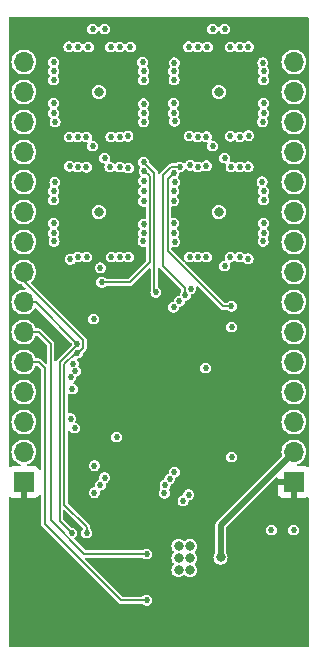
<source format=gbr>
%TF.GenerationSoftware,KiCad,Pcbnew,8.0.3-8.0.3-0~ubuntu22.04.1*%
%TF.CreationDate,2024-07-27T12:22:20+09:00*%
%TF.ProjectId,IMUModule_STM32,494d554d-6f64-4756-9c65-5f53544d3332,rev?*%
%TF.SameCoordinates,Original*%
%TF.FileFunction,Copper,L3,Inr*%
%TF.FilePolarity,Positive*%
%FSLAX46Y46*%
G04 Gerber Fmt 4.6, Leading zero omitted, Abs format (unit mm)*
G04 Created by KiCad (PCBNEW 8.0.3-8.0.3-0~ubuntu22.04.1) date 2024-07-27 12:22:20*
%MOMM*%
%LPD*%
G01*
G04 APERTURE LIST*
%TA.AperFunction,ComponentPad*%
%ADD10R,1.700000X1.700000*%
%TD*%
%TA.AperFunction,ComponentPad*%
%ADD11O,1.700000X1.700000*%
%TD*%
%TA.AperFunction,ViaPad*%
%ADD12C,0.800000*%
%TD*%
%TA.AperFunction,ViaPad*%
%ADD13C,0.520000*%
%TD*%
%TA.AperFunction,ViaPad*%
%ADD14C,0.620000*%
%TD*%
%TA.AperFunction,Conductor*%
%ADD15C,0.500000*%
%TD*%
%TA.AperFunction,Conductor*%
%ADD16C,0.200000*%
%TD*%
%TA.AperFunction,Conductor*%
%ADD17C,0.250000*%
%TD*%
G04 APERTURE END LIST*
D10*
%TO.N,GNDD*%
%TO.C,J3*%
X1270000Y-39370000D03*
D11*
%TO.N,unconnected-(J3-Pin_2-Pad2)*%
X1270000Y-36830000D03*
%TO.N,unconnected-(J3-Pin_3-Pad3)*%
X1270000Y-34290000D03*
%TO.N,/MCU/T_NRST*%
X1270000Y-31750000D03*
%TO.N,/MCU/T_VCP_RX*%
X1270000Y-29210000D03*
%TO.N,/MCU/T_VCP_TX*%
X1270000Y-26670000D03*
%TO.N,/MCU/T_SWDIO*%
X1270000Y-24130000D03*
%TO.N,/MCU/T_SWCLK*%
X1270000Y-21590000D03*
%TO.N,unconnected-(J3-Pin_9-Pad9)*%
X1270000Y-19050000D03*
%TO.N,unconnected-(J3-Pin_10-Pad10)*%
X1270000Y-16510000D03*
%TO.N,unconnected-(J3-Pin_11-Pad11)*%
X1270000Y-13970000D03*
%TO.N,unconnected-(J3-Pin_12-Pad12)*%
X1270000Y-11430000D03*
%TO.N,unconnected-(J3-Pin_13-Pad13)*%
X1270000Y-8890000D03*
%TO.N,unconnected-(J3-Pin_14-Pad14)*%
X1270000Y-6350000D03*
%TO.N,unconnected-(J3-Pin_15-Pad15)*%
X1270000Y-3810000D03*
%TD*%
D10*
%TO.N,GNDD*%
%TO.C,J4*%
X24130000Y-39370000D03*
D11*
%TO.N,+5V*%
X24130000Y-36830000D03*
%TO.N,+3.3V*%
X24130000Y-34290000D03*
%TO.N,/MCU/MSPI_CS*%
X24130000Y-31750000D03*
%TO.N,/MCU/MSPI_CLK*%
X24130000Y-29210000D03*
%TO.N,/MCU/MSPI_MISO*%
X24130000Y-26670000D03*
%TO.N,/MCU/MSPI_MOSI*%
X24130000Y-24130000D03*
%TO.N,unconnected-(J4-Pin_8-Pad8)*%
X24130000Y-21590000D03*
%TO.N,unconnected-(J4-Pin_9-Pad9)*%
X24130000Y-19050000D03*
%TO.N,unconnected-(J4-Pin_10-Pad10)*%
X24130000Y-16510000D03*
%TO.N,unconnected-(J4-Pin_11-Pad11)*%
X24130000Y-13970000D03*
%TO.N,unconnected-(J4-Pin_12-Pad12)*%
X24130000Y-11430000D03*
%TO.N,unconnected-(J4-Pin_13-Pad13)*%
X24130000Y-8890000D03*
%TO.N,unconnected-(J4-Pin_14-Pad14)*%
X24130000Y-6350000D03*
%TO.N,unconnected-(J4-Pin_15-Pad15)*%
X24130000Y-3810000D03*
%TD*%
D12*
%TO.N,GNDD*%
X8890000Y-27940000D03*
X20955000Y-46990000D03*
D13*
X18202589Y-25568589D03*
D12*
X16510000Y-35560000D03*
D13*
X12446000Y-42672000D03*
X10668000Y-10922000D03*
D12*
X17475200Y-24841200D03*
D13*
X4572000Y-11938000D03*
X19304000Y-21082000D03*
X10668000Y-11938000D03*
D14*
X16002000Y-4572000D03*
D13*
X9906000Y-1016000D03*
X18202589Y-37931411D03*
D14*
X9398000Y-4572000D03*
D12*
X20955000Y-45720000D03*
D14*
X5842000Y-8128000D03*
X4445000Y-21590000D03*
D13*
X11938000Y-41656000D03*
D14*
X9398000Y-18288000D03*
D13*
X9906000Y-42672000D03*
X20828000Y-10922000D03*
X5334000Y-1016000D03*
D12*
X20955000Y-44450000D03*
D14*
X5842000Y-14732000D03*
D13*
X8890000Y-21336000D03*
X14732000Y-10922000D03*
X6518589Y-26247411D03*
X16662400Y-30678000D03*
D14*
X16002000Y-18288000D03*
X9398000Y-14732000D03*
D12*
X1270000Y-41910000D03*
D13*
X10414000Y-40640000D03*
D12*
X12700000Y-2540000D03*
D13*
X6477000Y-37211000D03*
X14732000Y-11938000D03*
X20828000Y-11938000D03*
D14*
X16002000Y-8128000D03*
D13*
X4572000Y-10922000D03*
D14*
X16002000Y-14732000D03*
X19558000Y-18288000D03*
D12*
X20066000Y-23164800D03*
D14*
X5842000Y-4572000D03*
X19558000Y-14732000D03*
X9398000Y-8128000D03*
D12*
X16510000Y-27940000D03*
D14*
X19558000Y-8128000D03*
X19558000Y-4572000D03*
X5842000Y-18288000D03*
D13*
X9144000Y-34544000D03*
D12*
%TO.N,+3.3V*%
X15341600Y-46837600D03*
X14376400Y-46837600D03*
X14376400Y-45821600D03*
D13*
X18288000Y-11938000D03*
D12*
X15341600Y-44805600D03*
X15341600Y-45821600D03*
D13*
X17272000Y-1016000D03*
X8128000Y-11938000D03*
D12*
X17780000Y-6350000D03*
D13*
X7197411Y-25568589D03*
X17272000Y-10922000D03*
X7239000Y-37973000D03*
X18288000Y-1016000D03*
X7763000Y-21234400D03*
D12*
X14376400Y-44805600D03*
X7620000Y-6350000D03*
D13*
X8128000Y-1016000D03*
X18881411Y-37252589D03*
X16662400Y-29718000D03*
X7112000Y-10922000D03*
D12*
X7620000Y-16510000D03*
X17780000Y-16510000D03*
D13*
X7112000Y-1016000D03*
X9144000Y-35560000D03*
X18288000Y-21082000D03*
X18881411Y-26247411D03*
D12*
%TO.N,+5V*%
X17932400Y-45758500D03*
D13*
%TO.N,/IMUs/SPI_MISO5*%
X13970000Y-13208000D03*
X18846800Y-24485600D03*
%TO.N,/IMUs/SPI_MISO10*%
X12450000Y-23317200D03*
X11430000Y-12293600D03*
%TO.N,Net-(D2-A)*%
X24130000Y-43436000D03*
%TO.N,Net-(D3-A)*%
X22225000Y-43436000D03*
%TO.N,/IMUs/SPI_MOSI*%
X5156200Y-12649200D03*
X20320000Y-10033000D03*
X5207000Y-20523200D03*
X5130800Y-10160000D03*
X14046200Y-8839200D03*
X11366500Y-18986500D03*
X3924300Y-8877300D03*
X3898900Y-14008100D03*
X14020800Y-3886200D03*
X11328400Y-3835400D03*
X15278100Y-10071100D03*
X10121900Y-12788900D03*
X14058900Y-14008100D03*
X10287000Y-2540000D03*
X5089769Y-2530231D03*
X20294600Y-2514600D03*
X21513800Y-3860800D03*
X3835400Y-18999200D03*
X15316200Y-20320000D03*
X11430000Y-8864600D03*
X14058900Y-19011900D03*
X10134600Y-20320000D03*
X15367000Y-12547600D03*
X11430000Y-13868400D03*
X20269200Y-12674600D03*
X3810000Y-3810000D03*
X21450300Y-13957300D03*
X20269200Y-20472400D03*
X15234137Y-2514600D03*
X10096500Y-10096500D03*
X21501100Y-8851900D03*
X21539200Y-18973800D03*
%TO.N,/IMUs/SPI_CS*%
X16738600Y-10134600D03*
X13970000Y-15544800D03*
X3810000Y-17475200D03*
X11430000Y-17526000D03*
X6731000Y-2540000D03*
X18745200Y-20320000D03*
X18745200Y-2540000D03*
X6578600Y-12707260D03*
X18821400Y-12700000D03*
X11430000Y-15595600D03*
X16738600Y-12598400D03*
X16814800Y-2540000D03*
X11430000Y-7340600D03*
X21590000Y-17475200D03*
X3810000Y-7315200D03*
X8654141Y-10160000D03*
X6585859Y-20320000D03*
X16738600Y-20320000D03*
X21590000Y-15494000D03*
X13970000Y-17475200D03*
X11430000Y-5334000D03*
X13995400Y-5308600D03*
X8686800Y-20320000D03*
X8559800Y-12700000D03*
X3810000Y-5334000D03*
X21590000Y-7315200D03*
X18770600Y-10083800D03*
X21590000Y-5334000D03*
X3810000Y-15494000D03*
X6578600Y-10160000D03*
X13970000Y-7315200D03*
X8636000Y-2540000D03*
%TO.N,/IMUs/SPI_CLK*%
X19558000Y-10160000D03*
X11430000Y-4572000D03*
X13970000Y-4572000D03*
X13970000Y-8128000D03*
X16002000Y-20320000D03*
X5842000Y-12700000D03*
X11430000Y-18288000D03*
X13970000Y-14732000D03*
X19558000Y-2540000D03*
X3810000Y-18288000D03*
X9398000Y-10160000D03*
X11430000Y-8128000D03*
X16002000Y-2540000D03*
X11430000Y-14732000D03*
X21590000Y-8128000D03*
X3810000Y-8128000D03*
X21590000Y-4572000D03*
X9398000Y-20320000D03*
X9398000Y-12700000D03*
X3810000Y-4572000D03*
X13970000Y-18288000D03*
X5842000Y-10160000D03*
X21590000Y-18288000D03*
X3810000Y-14732000D03*
X21590000Y-14732000D03*
X19558000Y-12700000D03*
X19558000Y-20320000D03*
X5842000Y-2540000D03*
X16002000Y-10160000D03*
X9398000Y-2540000D03*
X5842000Y-20320000D03*
X16002000Y-12700000D03*
%TO.N,/IMUs/SPI_MISO17*%
X13182600Y-40309800D03*
%TO.N,/IMUs/SPI_MISO18*%
X13950000Y-24561800D03*
%TO.N,/IMUs/SPI_MISO19*%
X14450000Y-24053800D03*
%TO.N,/IMUs/SPI_MISO20*%
X13233400Y-39624000D03*
%TO.N,/IMUs/SPI_MISO21*%
X13639800Y-39090600D03*
%TO.N,/IMUs/SPI_MISO22*%
X14478000Y-12700000D03*
X14950000Y-23571200D03*
%TO.N,/IMUs/SPI_MISO23*%
X15419493Y-22992107D03*
%TO.N,/IMUs/SPI_MISO24*%
X14012302Y-38540379D03*
%TO.N,/IMUs/SPI_MISO25*%
X7874000Y-22471000D03*
X11483732Y-13055600D03*
X5250468Y-30521728D03*
%TO.N,/IMUs/SPI_MISO26*%
X8128000Y-38989000D03*
%TO.N,/IMUs/SPI_MISO27*%
X5588000Y-34798000D03*
%TO.N,/IMUs/SPI_MISO28*%
X5384800Y-31500000D03*
%TO.N,/IMUs/SPI_MISO29*%
X5461000Y-29362400D03*
%TO.N,/IMUs/SPI_MISO30*%
X7239000Y-40259000D03*
%TO.N,/IMUs/SPI_MISO31*%
X7747000Y-39624000D03*
%TO.N,/IMUs/SPI_MISO32*%
X5638800Y-30000000D03*
%TO.N,/MCU/T_VCP_TX*%
X11684000Y-45466000D03*
%TO.N,/MCU/T_SWCLK*%
X5802000Y-28448000D03*
X6604000Y-43688000D03*
%TO.N,/MCU/T_SWDIO*%
X5334000Y-43688000D03*
X5802000Y-27646000D03*
%TO.N,/MCU/T_VCP_RX*%
X11684000Y-49366000D03*
%TO.N,Net-(U33-PA1)*%
X15240000Y-40435000D03*
%TO.N,Net-(U33-PA0)*%
X14757400Y-40970200D03*
%TO.N,Net-(U33-PB8)*%
X5230400Y-34000000D03*
%TD*%
D15*
%TO.N,+5V*%
X17932400Y-43027600D02*
X24130000Y-36830000D01*
X17932400Y-45758500D02*
X17932400Y-43027600D01*
D16*
%TO.N,/IMUs/SPI_MISO5*%
X18135600Y-24485600D02*
X13470000Y-19820000D01*
X13470000Y-13708000D02*
X13970000Y-13208000D01*
X18846800Y-24485600D02*
X18135600Y-24485600D01*
X13470000Y-19820000D02*
X13470000Y-13708000D01*
%TO.N,/IMUs/SPI_MISO10*%
X12450000Y-23270400D02*
X12450000Y-23317200D01*
X11430000Y-12293600D02*
X11660646Y-12524247D01*
X12330000Y-23150400D02*
X12450000Y-23270400D01*
X11660646Y-12524247D02*
X12330000Y-13193601D01*
X12330000Y-13193601D02*
X12330000Y-23150400D01*
D17*
%TO.N,/IMUs/SPI_CS*%
X11432689Y-17653000D02*
X11430000Y-17650311D01*
X11430000Y-17650311D02*
X11430000Y-17526000D01*
D16*
%TO.N,/IMUs/SPI_MISO22*%
X13070000Y-21121800D02*
X13070000Y-13400893D01*
X14919493Y-23540693D02*
X14919493Y-22971293D01*
X14919493Y-22971293D02*
X13070000Y-21121800D01*
X13070000Y-13400893D02*
X13770893Y-12700000D01*
X14950000Y-23571200D02*
X14919493Y-23540693D01*
X14950000Y-23571200D02*
X14950000Y-23515355D01*
X13770893Y-12700000D02*
X14478000Y-12700000D01*
%TO.N,/IMUs/SPI_MISO25*%
X11483732Y-13055600D02*
X11930000Y-13501868D01*
X10261600Y-22453600D02*
X7891400Y-22453600D01*
X11930000Y-13501868D02*
X11930000Y-20785200D01*
X11930000Y-20785200D02*
X10261600Y-22453600D01*
X7891400Y-22453600D02*
X7874000Y-22471000D01*
%TO.N,/MCU/T_VCP_TX*%
X3556000Y-27686000D02*
X2540000Y-26670000D01*
X2540000Y-26670000D02*
X1270000Y-26670000D01*
X6404893Y-45466000D02*
X3556000Y-42617107D01*
X3556000Y-42617107D02*
X3556000Y-27686000D01*
X11684000Y-45466000D02*
X6404893Y-45466000D01*
%TO.N,/MCU/T_SWCLK*%
X5802000Y-28448000D02*
X5668293Y-28448000D01*
X5668293Y-28448000D02*
X4699000Y-29417293D01*
X5874107Y-28448000D02*
X6302000Y-28020107D01*
X6604000Y-43180000D02*
X6604000Y-43688000D01*
X6302000Y-27384000D02*
X1270000Y-22352000D01*
X4699000Y-29417293D02*
X4699000Y-41275000D01*
X5802000Y-28448000D02*
X5874107Y-28448000D01*
X6302000Y-28020107D02*
X6302000Y-27384000D01*
X4699000Y-41275000D02*
X6604000Y-43180000D01*
X1270000Y-22352000D02*
X1270000Y-21590000D01*
%TO.N,/MCU/T_SWDIO*%
X4299000Y-42653000D02*
X5334000Y-43688000D01*
X5802000Y-27646000D02*
X5802000Y-27740893D01*
X4299000Y-29243893D02*
X4299000Y-42653000D01*
X5802000Y-27740893D02*
X4299000Y-29243893D01*
X2286000Y-24130000D02*
X1270000Y-24130000D01*
X5802000Y-27646000D02*
X2286000Y-24130000D01*
%TO.N,/MCU/T_VCP_RX*%
X2540000Y-29210000D02*
X1270000Y-29210000D01*
X3048000Y-42926000D02*
X3048000Y-29718000D01*
X9488000Y-49366000D02*
X3048000Y-42926000D01*
X11684000Y-49366000D02*
X9488000Y-49366000D01*
X3048000Y-29718000D02*
X2540000Y-29210000D01*
%TD*%
%TA.AperFunction,Conductor*%
%TO.N,GNDD*%
G36*
X25359191Y-18907D02*
G01*
X25395155Y-68407D01*
X25400000Y-99000D01*
X25400000Y-38012052D01*
X25381093Y-38070243D01*
X25331593Y-38106207D01*
X25270407Y-38106207D01*
X25241671Y-38091305D01*
X25222090Y-38076647D01*
X25222088Y-38076646D01*
X25087381Y-38026403D01*
X25087370Y-38026401D01*
X25027824Y-38020000D01*
X24493361Y-38020000D01*
X24435170Y-38001093D01*
X24399206Y-37951593D01*
X24399206Y-37890407D01*
X24435170Y-37840907D01*
X24464623Y-37826263D01*
X24533954Y-37805232D01*
X24716450Y-37707685D01*
X24876410Y-37576410D01*
X25007685Y-37416450D01*
X25105232Y-37233954D01*
X25165300Y-37035934D01*
X25165301Y-37035929D01*
X25185583Y-36830003D01*
X25185583Y-36829996D01*
X25165301Y-36624070D01*
X25165300Y-36624065D01*
X25147078Y-36563997D01*
X25105232Y-36426046D01*
X25007685Y-36243550D01*
X24876410Y-36083590D01*
X24876404Y-36083585D01*
X24716452Y-35952316D01*
X24533954Y-35854768D01*
X24335934Y-35794699D01*
X24335929Y-35794698D01*
X24130003Y-35774417D01*
X24129997Y-35774417D01*
X23924070Y-35794698D01*
X23924065Y-35794699D01*
X23726045Y-35854768D01*
X23543547Y-35952316D01*
X23383595Y-36083585D01*
X23383585Y-36083595D01*
X23252316Y-36243547D01*
X23154768Y-36426045D01*
X23094699Y-36624065D01*
X23094698Y-36624070D01*
X23074417Y-36829996D01*
X23074417Y-36830003D01*
X23094698Y-37035929D01*
X23094699Y-37035934D01*
X23122222Y-37126664D01*
X23121021Y-37187838D01*
X23097489Y-37225406D01*
X17571908Y-42750989D01*
X17571907Y-42750990D01*
X17512602Y-42853709D01*
X17512601Y-42853712D01*
X17506112Y-42877924D01*
X17506113Y-42877925D01*
X17481900Y-42968291D01*
X17481900Y-45325567D01*
X17462993Y-45383758D01*
X17461442Y-45385834D01*
X17407862Y-45455660D01*
X17407862Y-45455661D01*
X17347357Y-45601733D01*
X17347355Y-45601741D01*
X17326718Y-45758499D01*
X17326718Y-45758500D01*
X17347355Y-45915258D01*
X17347357Y-45915266D01*
X17407862Y-46061338D01*
X17407862Y-46061339D01*
X17456282Y-46124441D01*
X17504118Y-46186782D01*
X17629559Y-46283036D01*
X17629560Y-46283036D01*
X17629561Y-46283037D01*
X17741974Y-46329600D01*
X17775638Y-46343544D01*
X17883331Y-46357722D01*
X17932399Y-46364182D01*
X17932400Y-46364182D01*
X17932401Y-46364182D01*
X17963752Y-46360054D01*
X18089162Y-46343544D01*
X18235241Y-46283036D01*
X18360682Y-46186782D01*
X18456936Y-46061341D01*
X18517444Y-45915262D01*
X18538082Y-45758500D01*
X18517444Y-45601738D01*
X18461221Y-45466003D01*
X18456937Y-45455661D01*
X18456937Y-45455660D01*
X18403358Y-45385834D01*
X18382934Y-45328158D01*
X18382900Y-45325567D01*
X18382900Y-43435996D01*
X21759765Y-43435996D01*
X21759765Y-43436003D01*
X21778608Y-43567067D01*
X21778609Y-43567069D01*
X21778609Y-43567070D01*
X21778610Y-43567072D01*
X21833619Y-43687525D01*
X21920336Y-43787601D01*
X22031734Y-43859193D01*
X22158790Y-43896500D01*
X22158791Y-43896500D01*
X22291209Y-43896500D01*
X22291210Y-43896500D01*
X22418266Y-43859193D01*
X22529664Y-43787601D01*
X22616381Y-43687525D01*
X22671390Y-43567072D01*
X22672848Y-43556930D01*
X22690235Y-43436003D01*
X22690235Y-43435996D01*
X23664765Y-43435996D01*
X23664765Y-43436003D01*
X23683608Y-43567067D01*
X23683609Y-43567069D01*
X23683609Y-43567070D01*
X23683610Y-43567072D01*
X23738619Y-43687525D01*
X23825336Y-43787601D01*
X23936734Y-43859193D01*
X24063790Y-43896500D01*
X24063791Y-43896500D01*
X24196209Y-43896500D01*
X24196210Y-43896500D01*
X24323266Y-43859193D01*
X24434664Y-43787601D01*
X24521381Y-43687525D01*
X24576390Y-43567072D01*
X24577848Y-43556930D01*
X24595235Y-43436003D01*
X24595235Y-43435996D01*
X24576391Y-43304932D01*
X24576390Y-43304930D01*
X24576390Y-43304928D01*
X24521381Y-43184475D01*
X24434664Y-43084399D01*
X24323266Y-43012807D01*
X24259738Y-42994153D01*
X24196211Y-42975500D01*
X24196210Y-42975500D01*
X24063790Y-42975500D01*
X24063788Y-42975500D01*
X23936734Y-43012807D01*
X23936733Y-43012807D01*
X23825338Y-43084397D01*
X23825336Y-43084398D01*
X23825336Y-43084399D01*
X23776778Y-43140438D01*
X23738619Y-43184475D01*
X23683609Y-43304930D01*
X23683608Y-43304932D01*
X23664765Y-43435996D01*
X22690235Y-43435996D01*
X22671391Y-43304932D01*
X22671390Y-43304930D01*
X22671390Y-43304928D01*
X22616381Y-43184475D01*
X22529664Y-43084399D01*
X22418266Y-43012807D01*
X22354738Y-42994153D01*
X22291211Y-42975500D01*
X22291210Y-42975500D01*
X22158790Y-42975500D01*
X22158788Y-42975500D01*
X22031734Y-43012807D01*
X22031733Y-43012807D01*
X21920338Y-43084397D01*
X21920336Y-43084398D01*
X21920336Y-43084399D01*
X21871778Y-43140438D01*
X21833619Y-43184475D01*
X21778609Y-43304930D01*
X21778608Y-43304932D01*
X21759765Y-43435996D01*
X18382900Y-43435996D01*
X18382900Y-43255210D01*
X18401807Y-43197019D01*
X18411890Y-43185212D01*
X22610996Y-38986105D01*
X22665513Y-38958329D01*
X22725945Y-38967900D01*
X22769210Y-39011165D01*
X22780000Y-39056110D01*
X22780000Y-39119999D01*
X22780001Y-39120000D01*
X23696988Y-39120000D01*
X23664075Y-39177007D01*
X23630000Y-39304174D01*
X23630000Y-39435826D01*
X23664075Y-39562993D01*
X23696988Y-39620000D01*
X22780001Y-39620000D01*
X22780000Y-39620001D01*
X22780000Y-40267824D01*
X22779999Y-40267824D01*
X22786401Y-40327370D01*
X22786403Y-40327381D01*
X22836646Y-40462088D01*
X22836647Y-40462090D01*
X22922807Y-40577184D01*
X22922815Y-40577192D01*
X23037909Y-40663352D01*
X23037911Y-40663353D01*
X23172618Y-40713596D01*
X23172629Y-40713598D01*
X23232176Y-40720000D01*
X23879999Y-40720000D01*
X23880000Y-40719999D01*
X23880000Y-39803012D01*
X23937007Y-39835925D01*
X24064174Y-39870000D01*
X24195826Y-39870000D01*
X24322993Y-39835925D01*
X24380000Y-39803012D01*
X24380000Y-40719999D01*
X24380001Y-40720000D01*
X25027824Y-40720000D01*
X25087370Y-40713598D01*
X25087381Y-40713596D01*
X25222087Y-40663354D01*
X25241669Y-40648695D01*
X25299584Y-40628957D01*
X25358039Y-40647030D01*
X25394707Y-40696010D01*
X25400000Y-40727947D01*
X25400000Y-53241000D01*
X25381093Y-53299191D01*
X25331593Y-53335155D01*
X25301000Y-53340000D01*
X99000Y-53340000D01*
X40809Y-53321093D01*
X4845Y-53271593D01*
X0Y-53241000D01*
X0Y-40727947D01*
X18907Y-40669756D01*
X68407Y-40633792D01*
X129593Y-40633792D01*
X158331Y-40648695D01*
X177912Y-40663354D01*
X312618Y-40713596D01*
X312629Y-40713598D01*
X372176Y-40720000D01*
X1019999Y-40720000D01*
X1020000Y-40719999D01*
X1020000Y-39803012D01*
X1077007Y-39835925D01*
X1204174Y-39870000D01*
X1335826Y-39870000D01*
X1462993Y-39835925D01*
X1520000Y-39803012D01*
X1520000Y-40719999D01*
X1520001Y-40720000D01*
X2167824Y-40720000D01*
X2227370Y-40713598D01*
X2227381Y-40713596D01*
X2362088Y-40663353D01*
X2362090Y-40663352D01*
X2477184Y-40577192D01*
X2477192Y-40577184D01*
X2567597Y-40456421D01*
X2569491Y-40457839D01*
X2606089Y-40423272D01*
X2666770Y-40415428D01*
X2720472Y-40444749D01*
X2746683Y-40500036D01*
X2747500Y-40512728D01*
X2747500Y-42965564D01*
X2767978Y-43041988D01*
X2767980Y-43041992D01*
X2780693Y-43064011D01*
X2807540Y-43110511D01*
X9247540Y-49550511D01*
X9247539Y-49550511D01*
X9303489Y-49606460D01*
X9372007Y-49646019D01*
X9372011Y-49646021D01*
X9448435Y-49666499D01*
X9448437Y-49666500D01*
X9448438Y-49666500D01*
X11289844Y-49666500D01*
X11348035Y-49685407D01*
X11364662Y-49700667D01*
X11379336Y-49717601D01*
X11490734Y-49789193D01*
X11617790Y-49826500D01*
X11617791Y-49826500D01*
X11750209Y-49826500D01*
X11750210Y-49826500D01*
X11877266Y-49789193D01*
X11988664Y-49717601D01*
X12075381Y-49617525D01*
X12130390Y-49497072D01*
X12149235Y-49366000D01*
X12149235Y-49365996D01*
X12130391Y-49234932D01*
X12130390Y-49234930D01*
X12130390Y-49234928D01*
X12075381Y-49114475D01*
X11988664Y-49014399D01*
X11877266Y-48942807D01*
X11813738Y-48924153D01*
X11750211Y-48905500D01*
X11750210Y-48905500D01*
X11617790Y-48905500D01*
X11617788Y-48905500D01*
X11490734Y-48942807D01*
X11490733Y-48942807D01*
X11379335Y-49014399D01*
X11364662Y-49031333D01*
X11312265Y-49062928D01*
X11289844Y-49065500D01*
X9653479Y-49065500D01*
X9595288Y-49046593D01*
X9583475Y-49036504D01*
X6482475Y-45935504D01*
X6454698Y-45880987D01*
X6464269Y-45820555D01*
X6507534Y-45777290D01*
X6552479Y-45766500D01*
X11289844Y-45766500D01*
X11348035Y-45785407D01*
X11364662Y-45800667D01*
X11379336Y-45817601D01*
X11490734Y-45889193D01*
X11617790Y-45926500D01*
X11617791Y-45926500D01*
X11750209Y-45926500D01*
X11750210Y-45926500D01*
X11877266Y-45889193D01*
X11988664Y-45817601D01*
X12075381Y-45717525D01*
X12130390Y-45597072D01*
X12130391Y-45597067D01*
X12149235Y-45466003D01*
X12149235Y-45465996D01*
X12130391Y-45334932D01*
X12130390Y-45334930D01*
X12130390Y-45334928D01*
X12075381Y-45214475D01*
X11988664Y-45114399D01*
X11877266Y-45042807D01*
X11813738Y-45024153D01*
X11750211Y-45005500D01*
X11750210Y-45005500D01*
X11617790Y-45005500D01*
X11617788Y-45005500D01*
X11490734Y-45042807D01*
X11490733Y-45042807D01*
X11379335Y-45114399D01*
X11364662Y-45131333D01*
X11312265Y-45162928D01*
X11289844Y-45165500D01*
X6570372Y-45165500D01*
X6512181Y-45146593D01*
X6500368Y-45136504D01*
X6169463Y-44805599D01*
X13770718Y-44805599D01*
X13770718Y-44805600D01*
X13791355Y-44962358D01*
X13791357Y-44962366D01*
X13851862Y-45108438D01*
X13851862Y-45108439D01*
X13948113Y-45233876D01*
X13948118Y-45233882D01*
X13948121Y-45233884D01*
X13949652Y-45235059D01*
X13950434Y-45236197D01*
X13952707Y-45238470D01*
X13952285Y-45238891D01*
X13984307Y-45285485D01*
X13982704Y-45346649D01*
X13952372Y-45388395D01*
X13952707Y-45388730D01*
X13950597Y-45390839D01*
X13949652Y-45392141D01*
X13948121Y-45393315D01*
X13948113Y-45393323D01*
X13851862Y-45518760D01*
X13851862Y-45518761D01*
X13791357Y-45664833D01*
X13791355Y-45664841D01*
X13770718Y-45821599D01*
X13770718Y-45821600D01*
X13791355Y-45978358D01*
X13791357Y-45978366D01*
X13851862Y-46124438D01*
X13851862Y-46124439D01*
X13948113Y-46249876D01*
X13948118Y-46249882D01*
X13948121Y-46249884D01*
X13949652Y-46251059D01*
X13950434Y-46252197D01*
X13952707Y-46254470D01*
X13952285Y-46254891D01*
X13984307Y-46301485D01*
X13982704Y-46362649D01*
X13952372Y-46404395D01*
X13952707Y-46404730D01*
X13950597Y-46406839D01*
X13949652Y-46408141D01*
X13948121Y-46409315D01*
X13948113Y-46409323D01*
X13851862Y-46534760D01*
X13851862Y-46534761D01*
X13791357Y-46680833D01*
X13791355Y-46680841D01*
X13770718Y-46837599D01*
X13770718Y-46837600D01*
X13791355Y-46994358D01*
X13791357Y-46994366D01*
X13851862Y-47140438D01*
X13851862Y-47140439D01*
X13935948Y-47250022D01*
X13948118Y-47265882D01*
X14073559Y-47362136D01*
X14073560Y-47362136D01*
X14073561Y-47362137D01*
X14219633Y-47422642D01*
X14219638Y-47422644D01*
X14337209Y-47438122D01*
X14376399Y-47443282D01*
X14376400Y-47443282D01*
X14376401Y-47443282D01*
X14407752Y-47439154D01*
X14533162Y-47422644D01*
X14679241Y-47362136D01*
X14798735Y-47270444D01*
X14856408Y-47250022D01*
X14915074Y-47267399D01*
X14919229Y-47270417D01*
X15038759Y-47362136D01*
X15038762Y-47362137D01*
X15038763Y-47362138D01*
X15184833Y-47422642D01*
X15184838Y-47422644D01*
X15302409Y-47438122D01*
X15341599Y-47443282D01*
X15341600Y-47443282D01*
X15341601Y-47443282D01*
X15372952Y-47439154D01*
X15498362Y-47422644D01*
X15644441Y-47362136D01*
X15769882Y-47265882D01*
X15866136Y-47140441D01*
X15926644Y-46994362D01*
X15947282Y-46837600D01*
X15926644Y-46680838D01*
X15866137Y-46534761D01*
X15866137Y-46534760D01*
X15769886Y-46409323D01*
X15769885Y-46409322D01*
X15769882Y-46409318D01*
X15768350Y-46408142D01*
X15767569Y-46407006D01*
X15765293Y-46404730D01*
X15765714Y-46404308D01*
X15733694Y-46357722D01*
X15735293Y-46296558D01*
X15765627Y-46254804D01*
X15765293Y-46254470D01*
X15767406Y-46252356D01*
X15768350Y-46251057D01*
X15769882Y-46249882D01*
X15866136Y-46124441D01*
X15926644Y-45978362D01*
X15947282Y-45821600D01*
X15947144Y-45820555D01*
X15942122Y-45782409D01*
X15926644Y-45664838D01*
X15866137Y-45518761D01*
X15866137Y-45518760D01*
X15769886Y-45393323D01*
X15769885Y-45393322D01*
X15769882Y-45393318D01*
X15768350Y-45392142D01*
X15767569Y-45391006D01*
X15765293Y-45388730D01*
X15765714Y-45388308D01*
X15733694Y-45341722D01*
X15735293Y-45280558D01*
X15765627Y-45238804D01*
X15765293Y-45238470D01*
X15767406Y-45236356D01*
X15768350Y-45235057D01*
X15769882Y-45233882D01*
X15866136Y-45108441D01*
X15926644Y-44962362D01*
X15947282Y-44805600D01*
X15926644Y-44648838D01*
X15866137Y-44502761D01*
X15866137Y-44502760D01*
X15769886Y-44377323D01*
X15769885Y-44377322D01*
X15769882Y-44377318D01*
X15769877Y-44377314D01*
X15769876Y-44377313D01*
X15644438Y-44281062D01*
X15498366Y-44220557D01*
X15498358Y-44220555D01*
X15341601Y-44199918D01*
X15341599Y-44199918D01*
X15184841Y-44220555D01*
X15184833Y-44220557D01*
X15038761Y-44281062D01*
X15038760Y-44281062D01*
X14919267Y-44372753D01*
X14861591Y-44393177D01*
X14802926Y-44375799D01*
X14798733Y-44372753D01*
X14679238Y-44281062D01*
X14533166Y-44220557D01*
X14533158Y-44220555D01*
X14376401Y-44199918D01*
X14376399Y-44199918D01*
X14219641Y-44220555D01*
X14219633Y-44220557D01*
X14073561Y-44281062D01*
X14073560Y-44281062D01*
X13948123Y-44377313D01*
X13948113Y-44377323D01*
X13851862Y-44502760D01*
X13851862Y-44502761D01*
X13791357Y-44648833D01*
X13791355Y-44648841D01*
X13770718Y-44805599D01*
X6169463Y-44805599D01*
X5582351Y-44218487D01*
X5554574Y-44163970D01*
X5564145Y-44103538D01*
X5598830Y-44065200D01*
X5638664Y-44039601D01*
X5725381Y-43939525D01*
X5780390Y-43819072D01*
X5799235Y-43688000D01*
X5799235Y-43687996D01*
X5780391Y-43556932D01*
X5780390Y-43556930D01*
X5780390Y-43556928D01*
X5725381Y-43436475D01*
X5638664Y-43336399D01*
X5527266Y-43264807D01*
X5463738Y-43246153D01*
X5400211Y-43227500D01*
X5400210Y-43227500D01*
X5339479Y-43227500D01*
X5281288Y-43208593D01*
X5269475Y-43198504D01*
X4628496Y-42557525D01*
X4600719Y-42503008D01*
X4599500Y-42487521D01*
X4599500Y-41839479D01*
X4618407Y-41781288D01*
X4667907Y-41745324D01*
X4729093Y-41745324D01*
X4768504Y-41769475D01*
X6250915Y-43251886D01*
X6278692Y-43306403D01*
X6269121Y-43366835D01*
X6255731Y-43386721D01*
X6212619Y-43436475D01*
X6157609Y-43556930D01*
X6157608Y-43556932D01*
X6138765Y-43687996D01*
X6138765Y-43688003D01*
X6157608Y-43819067D01*
X6157609Y-43819069D01*
X6157609Y-43819070D01*
X6157610Y-43819072D01*
X6212619Y-43939525D01*
X6299336Y-44039601D01*
X6410734Y-44111193D01*
X6537790Y-44148500D01*
X6537791Y-44148500D01*
X6670209Y-44148500D01*
X6670210Y-44148500D01*
X6797266Y-44111193D01*
X6908664Y-44039601D01*
X6995381Y-43939525D01*
X7050390Y-43819072D01*
X7069235Y-43688000D01*
X7069235Y-43687996D01*
X7050391Y-43556932D01*
X7050390Y-43556930D01*
X7050390Y-43556928D01*
X6995381Y-43436475D01*
X6995379Y-43436473D01*
X6995379Y-43436472D01*
X6928681Y-43359498D01*
X6904863Y-43303139D01*
X6904500Y-43294667D01*
X6904500Y-43140437D01*
X6904499Y-43140435D01*
X6889483Y-43084397D01*
X6884021Y-43064011D01*
X6871308Y-43041992D01*
X6844460Y-42995489D01*
X6788511Y-42939539D01*
X6788511Y-42939540D01*
X5028496Y-41179525D01*
X5000719Y-41125008D01*
X4999500Y-41109521D01*
X4999500Y-40970196D01*
X14292165Y-40970196D01*
X14292165Y-40970203D01*
X14311008Y-41101267D01*
X14311009Y-41101269D01*
X14311009Y-41101270D01*
X14311010Y-41101272D01*
X14366019Y-41221725D01*
X14452736Y-41321801D01*
X14564134Y-41393393D01*
X14691190Y-41430700D01*
X14691191Y-41430700D01*
X14823609Y-41430700D01*
X14823610Y-41430700D01*
X14950666Y-41393393D01*
X15062064Y-41321801D01*
X15148781Y-41221725D01*
X15203790Y-41101272D01*
X15221291Y-40979549D01*
X15248286Y-40924642D01*
X15299458Y-40897640D01*
X15299416Y-40897495D01*
X15300134Y-40897284D01*
X15302401Y-40896088D01*
X15305204Y-40895644D01*
X15306200Y-40895500D01*
X15306210Y-40895500D01*
X15433266Y-40858193D01*
X15544664Y-40786601D01*
X15631381Y-40686525D01*
X15686390Y-40566072D01*
X15694060Y-40512728D01*
X15705235Y-40435003D01*
X15705235Y-40434996D01*
X15686391Y-40303932D01*
X15686390Y-40303930D01*
X15686390Y-40303928D01*
X15631381Y-40183475D01*
X15544664Y-40083399D01*
X15433266Y-40011807D01*
X15360177Y-39990346D01*
X15306211Y-39974500D01*
X15306210Y-39974500D01*
X15173790Y-39974500D01*
X15173788Y-39974500D01*
X15046734Y-40011807D01*
X15046733Y-40011807D01*
X14935338Y-40083397D01*
X14935336Y-40083398D01*
X14935336Y-40083399D01*
X14896748Y-40127932D01*
X14848619Y-40183475D01*
X14793609Y-40303930D01*
X14793608Y-40303933D01*
X14776108Y-40425650D01*
X14749112Y-40480558D01*
X14697940Y-40507557D01*
X14697984Y-40507705D01*
X14697257Y-40507918D01*
X14694997Y-40509111D01*
X14692209Y-40509553D01*
X14691192Y-40509699D01*
X14564134Y-40547007D01*
X14564133Y-40547007D01*
X14452738Y-40618597D01*
X14452736Y-40618598D01*
X14452736Y-40618599D01*
X14370420Y-40713596D01*
X14366019Y-40718675D01*
X14311009Y-40839130D01*
X14311008Y-40839132D01*
X14292165Y-40970196D01*
X4999500Y-40970196D01*
X4999500Y-40258996D01*
X6773765Y-40258996D01*
X6773765Y-40259003D01*
X6792608Y-40390067D01*
X6792609Y-40390069D01*
X6792609Y-40390070D01*
X6792610Y-40390072D01*
X6847619Y-40510525D01*
X6934336Y-40610601D01*
X7045734Y-40682193D01*
X7172790Y-40719500D01*
X7172791Y-40719500D01*
X7305209Y-40719500D01*
X7305210Y-40719500D01*
X7432266Y-40682193D01*
X7543664Y-40610601D01*
X7630381Y-40510525D01*
X7685390Y-40390072D01*
X7685391Y-40390067D01*
X7696932Y-40309796D01*
X12717365Y-40309796D01*
X12717365Y-40309803D01*
X12736208Y-40440867D01*
X12736209Y-40440869D01*
X12736209Y-40440870D01*
X12736210Y-40440872D01*
X12791219Y-40561325D01*
X12877936Y-40661401D01*
X12989334Y-40732993D01*
X13116390Y-40770300D01*
X13116391Y-40770300D01*
X13248809Y-40770300D01*
X13248810Y-40770300D01*
X13375866Y-40732993D01*
X13487264Y-40661401D01*
X13573981Y-40561325D01*
X13628990Y-40440872D01*
X13629834Y-40435003D01*
X13647835Y-40309803D01*
X13647835Y-40309796D01*
X13628991Y-40178732D01*
X13628990Y-40178730D01*
X13628990Y-40178728D01*
X13573981Y-40058275D01*
X13573979Y-40058273D01*
X13573978Y-40058270D01*
X13570153Y-40052318D01*
X13572152Y-40051033D01*
X13552563Y-40004700D01*
X13566413Y-39945102D01*
X13576374Y-39931389D01*
X13624781Y-39875525D01*
X13679790Y-39755072D01*
X13679791Y-39755067D01*
X13699643Y-39616992D01*
X13701903Y-39617316D01*
X13717542Y-39569185D01*
X13767042Y-39533221D01*
X13769723Y-39532392D01*
X13833066Y-39513793D01*
X13944464Y-39442201D01*
X14031181Y-39342125D01*
X14086190Y-39221672D01*
X14105035Y-39090600D01*
X14103791Y-39081952D01*
X14114222Y-39021667D01*
X14158097Y-38979022D01*
X14173889Y-38972873D01*
X14205568Y-38963572D01*
X14316966Y-38891980D01*
X14403683Y-38791904D01*
X14458692Y-38671451D01*
X14458693Y-38671446D01*
X14477537Y-38540382D01*
X14477537Y-38540375D01*
X14458693Y-38409311D01*
X14458692Y-38409309D01*
X14458692Y-38409307D01*
X14403683Y-38288854D01*
X14316966Y-38188778D01*
X14205568Y-38117186D01*
X14123089Y-38092968D01*
X14078513Y-38079879D01*
X14078512Y-38079879D01*
X13946092Y-38079879D01*
X13946090Y-38079879D01*
X13819036Y-38117186D01*
X13819035Y-38117186D01*
X13707640Y-38188776D01*
X13707638Y-38188777D01*
X13707638Y-38188778D01*
X13628341Y-38280291D01*
X13620921Y-38288854D01*
X13565911Y-38409309D01*
X13565910Y-38409311D01*
X13547067Y-38540375D01*
X13547067Y-38540382D01*
X13548310Y-38549028D01*
X13537876Y-38609317D01*
X13493998Y-38651959D01*
X13478210Y-38658106D01*
X13446534Y-38667406D01*
X13335138Y-38738997D01*
X13248419Y-38839075D01*
X13193409Y-38959530D01*
X13193408Y-38959532D01*
X13173557Y-39097608D01*
X13171296Y-39097282D01*
X13155658Y-39145414D01*
X13106158Y-39181378D01*
X13103458Y-39182212D01*
X13040139Y-39200804D01*
X13040133Y-39200807D01*
X12928738Y-39272397D01*
X12928736Y-39272398D01*
X12928736Y-39272399D01*
X12868318Y-39342125D01*
X12842019Y-39372475D01*
X12787009Y-39492930D01*
X12787008Y-39492932D01*
X12768165Y-39623996D01*
X12768165Y-39624003D01*
X12787008Y-39755067D01*
X12787009Y-39755069D01*
X12787009Y-39755070D01*
X12787010Y-39755072D01*
X12839496Y-39870000D01*
X12842021Y-39875529D01*
X12845847Y-39881482D01*
X12843847Y-39882767D01*
X12863436Y-39929102D01*
X12849585Y-39988699D01*
X12839620Y-40002417D01*
X12791219Y-40058275D01*
X12736209Y-40178730D01*
X12736208Y-40178732D01*
X12717365Y-40309796D01*
X7696932Y-40309796D01*
X7704235Y-40259003D01*
X7704235Y-40258997D01*
X7695406Y-40197589D01*
X7705839Y-40137300D01*
X7749717Y-40094657D01*
X7793398Y-40084500D01*
X7813209Y-40084500D01*
X7813210Y-40084500D01*
X7940266Y-40047193D01*
X8051664Y-39975601D01*
X8138381Y-39875525D01*
X8193390Y-39755072D01*
X8193391Y-39755067D01*
X8212235Y-39624003D01*
X8212235Y-39623998D01*
X8204354Y-39569185D01*
X8199640Y-39536399D01*
X8210073Y-39476111D01*
X8253951Y-39433469D01*
X8269733Y-39427324D01*
X8321266Y-39412193D01*
X8432664Y-39340601D01*
X8519381Y-39240525D01*
X8574390Y-39120072D01*
X8574391Y-39120067D01*
X8593235Y-38989003D01*
X8593235Y-38988996D01*
X8574391Y-38857932D01*
X8574390Y-38857930D01*
X8574390Y-38857928D01*
X8519381Y-38737475D01*
X8432664Y-38637399D01*
X8321266Y-38565807D01*
X8257738Y-38547153D01*
X8194211Y-38528500D01*
X8194210Y-38528500D01*
X8061790Y-38528500D01*
X8061788Y-38528500D01*
X7934734Y-38565807D01*
X7934733Y-38565807D01*
X7823338Y-38637397D01*
X7736619Y-38737475D01*
X7681609Y-38857930D01*
X7681608Y-38857932D01*
X7662765Y-38988996D01*
X7662765Y-38989003D01*
X7675359Y-39076599D01*
X7664926Y-39136888D01*
X7621047Y-39179531D01*
X7605259Y-39185678D01*
X7553734Y-39200807D01*
X7553733Y-39200807D01*
X7442338Y-39272397D01*
X7442336Y-39272398D01*
X7442336Y-39272399D01*
X7381918Y-39342125D01*
X7355619Y-39372475D01*
X7300609Y-39492930D01*
X7300608Y-39492932D01*
X7281765Y-39623996D01*
X7281765Y-39624002D01*
X7290594Y-39685411D01*
X7280161Y-39745700D01*
X7236283Y-39788343D01*
X7192602Y-39798500D01*
X7172788Y-39798500D01*
X7045734Y-39835807D01*
X7045733Y-39835807D01*
X6934338Y-39907397D01*
X6934336Y-39907398D01*
X6934336Y-39907399D01*
X6852002Y-40002417D01*
X6847619Y-40007475D01*
X6792609Y-40127930D01*
X6792608Y-40127932D01*
X6773765Y-40258996D01*
X4999500Y-40258996D01*
X4999500Y-37972996D01*
X6773765Y-37972996D01*
X6773765Y-37973003D01*
X6792608Y-38104067D01*
X6792609Y-38104069D01*
X6792609Y-38104070D01*
X6792610Y-38104072D01*
X6847619Y-38224525D01*
X6934336Y-38324601D01*
X7045734Y-38396193D01*
X7172790Y-38433500D01*
X7172791Y-38433500D01*
X7305209Y-38433500D01*
X7305210Y-38433500D01*
X7432266Y-38396193D01*
X7543664Y-38324601D01*
X7630381Y-38224525D01*
X7685390Y-38104072D01*
X7685391Y-38104067D01*
X7704235Y-37973003D01*
X7704235Y-37972996D01*
X7685391Y-37841932D01*
X7685390Y-37841930D01*
X7685390Y-37841928D01*
X7630381Y-37721475D01*
X7543664Y-37621399D01*
X7432266Y-37549807D01*
X7368738Y-37531153D01*
X7305211Y-37512500D01*
X7305210Y-37512500D01*
X7172790Y-37512500D01*
X7172788Y-37512500D01*
X7045734Y-37549807D01*
X7045733Y-37549807D01*
X6934338Y-37621397D01*
X6847619Y-37721475D01*
X6792609Y-37841930D01*
X6792608Y-37841932D01*
X6773765Y-37972996D01*
X4999500Y-37972996D01*
X4999500Y-37252585D01*
X18416176Y-37252585D01*
X18416176Y-37252592D01*
X18435019Y-37383656D01*
X18435020Y-37383658D01*
X18435020Y-37383659D01*
X18435021Y-37383661D01*
X18490030Y-37504114D01*
X18576747Y-37604190D01*
X18688145Y-37675782D01*
X18815201Y-37713089D01*
X18815202Y-37713089D01*
X18947620Y-37713089D01*
X18947621Y-37713089D01*
X19074677Y-37675782D01*
X19186075Y-37604190D01*
X19272792Y-37504114D01*
X19327801Y-37383661D01*
X19346646Y-37252589D01*
X19346646Y-37252585D01*
X19327802Y-37121521D01*
X19327801Y-37121519D01*
X19327801Y-37121517D01*
X19272792Y-37001064D01*
X19186075Y-36900988D01*
X19074677Y-36829396D01*
X19011149Y-36810742D01*
X18947622Y-36792089D01*
X18947621Y-36792089D01*
X18815201Y-36792089D01*
X18815199Y-36792089D01*
X18688145Y-36829396D01*
X18688144Y-36829396D01*
X18576749Y-36900986D01*
X18490030Y-37001064D01*
X18435020Y-37121519D01*
X18435019Y-37121521D01*
X18416176Y-37252585D01*
X4999500Y-37252585D01*
X4999500Y-35559996D01*
X8678765Y-35559996D01*
X8678765Y-35560003D01*
X8697608Y-35691067D01*
X8697609Y-35691069D01*
X8697609Y-35691070D01*
X8697610Y-35691072D01*
X8752619Y-35811525D01*
X8839336Y-35911601D01*
X8950734Y-35983193D01*
X9077790Y-36020500D01*
X9077791Y-36020500D01*
X9210209Y-36020500D01*
X9210210Y-36020500D01*
X9337266Y-35983193D01*
X9448664Y-35911601D01*
X9535381Y-35811525D01*
X9590390Y-35691072D01*
X9609235Y-35560000D01*
X9609235Y-35559996D01*
X9590391Y-35428932D01*
X9590390Y-35428930D01*
X9590390Y-35428928D01*
X9535381Y-35308475D01*
X9448664Y-35208399D01*
X9337266Y-35136807D01*
X9273738Y-35118153D01*
X9210211Y-35099500D01*
X9210210Y-35099500D01*
X9077790Y-35099500D01*
X9077788Y-35099500D01*
X8950734Y-35136807D01*
X8950733Y-35136807D01*
X8839338Y-35208397D01*
X8839336Y-35208398D01*
X8839336Y-35208399D01*
X8790090Y-35265232D01*
X8752619Y-35308475D01*
X8697609Y-35428930D01*
X8697608Y-35428932D01*
X8678765Y-35559996D01*
X4999500Y-35559996D01*
X4999500Y-35072990D01*
X5018407Y-35014799D01*
X5067907Y-34978835D01*
X5129093Y-34978835D01*
X5178593Y-35014799D01*
X5188551Y-35031860D01*
X5196619Y-35049525D01*
X5283336Y-35149601D01*
X5394734Y-35221193D01*
X5521790Y-35258500D01*
X5521791Y-35258500D01*
X5654209Y-35258500D01*
X5654210Y-35258500D01*
X5781266Y-35221193D01*
X5892664Y-35149601D01*
X5979381Y-35049525D01*
X6034390Y-34929072D01*
X6034391Y-34929067D01*
X6053235Y-34798003D01*
X6053235Y-34797996D01*
X6034391Y-34666932D01*
X6034390Y-34666930D01*
X6034390Y-34666928D01*
X5979381Y-34546475D01*
X5892664Y-34446399D01*
X5781266Y-34374807D01*
X5700617Y-34351126D01*
X5650111Y-34316589D01*
X5640623Y-34289996D01*
X23074417Y-34289996D01*
X23074417Y-34290003D01*
X23094698Y-34495929D01*
X23094699Y-34495934D01*
X23154768Y-34693954D01*
X23252316Y-34876452D01*
X23365854Y-35014799D01*
X23383590Y-35036410D01*
X23383595Y-35036414D01*
X23543547Y-35167683D01*
X23543548Y-35167683D01*
X23543550Y-35167685D01*
X23726046Y-35265232D01*
X23863997Y-35307078D01*
X23924065Y-35325300D01*
X23924070Y-35325301D01*
X24129997Y-35345583D01*
X24130000Y-35345583D01*
X24130003Y-35345583D01*
X24335929Y-35325301D01*
X24335934Y-35325300D01*
X24533954Y-35265232D01*
X24716450Y-35167685D01*
X24876410Y-35036410D01*
X25007685Y-34876450D01*
X25105232Y-34693954D01*
X25165300Y-34495934D01*
X25165301Y-34495929D01*
X25185583Y-34290003D01*
X25185583Y-34289996D01*
X25165301Y-34084070D01*
X25165300Y-34084065D01*
X25139798Y-33999996D01*
X25105232Y-33886046D01*
X25007685Y-33703550D01*
X24962422Y-33648397D01*
X24876414Y-33543595D01*
X24876410Y-33543590D01*
X24837292Y-33511487D01*
X24716452Y-33412316D01*
X24533954Y-33314768D01*
X24335934Y-33254699D01*
X24335929Y-33254698D01*
X24130003Y-33234417D01*
X24129997Y-33234417D01*
X23924070Y-33254698D01*
X23924065Y-33254699D01*
X23726045Y-33314768D01*
X23543547Y-33412316D01*
X23383595Y-33543585D01*
X23383585Y-33543595D01*
X23252316Y-33703547D01*
X23154768Y-33886045D01*
X23094699Y-34084065D01*
X23094698Y-34084070D01*
X23074417Y-34289996D01*
X5640623Y-34289996D01*
X5629550Y-34258962D01*
X5638457Y-34215010D01*
X5676789Y-34131075D01*
X5676791Y-34131067D01*
X5695635Y-34000003D01*
X5695635Y-33999996D01*
X5676791Y-33868932D01*
X5676790Y-33868930D01*
X5676790Y-33868928D01*
X5621781Y-33748475D01*
X5535064Y-33648399D01*
X5423666Y-33576807D01*
X5360138Y-33558153D01*
X5296611Y-33539500D01*
X5296610Y-33539500D01*
X5164190Y-33539500D01*
X5164186Y-33539500D01*
X5126391Y-33550598D01*
X5065230Y-33548850D01*
X5016778Y-33511487D01*
X4999500Y-33455608D01*
X4999500Y-31981084D01*
X5018407Y-31922893D01*
X5067907Y-31886929D01*
X5129093Y-31886929D01*
X5152020Y-31897798D01*
X5191534Y-31923193D01*
X5318590Y-31960500D01*
X5318591Y-31960500D01*
X5451009Y-31960500D01*
X5451010Y-31960500D01*
X5578066Y-31923193D01*
X5689464Y-31851601D01*
X5776181Y-31751525D01*
X5776879Y-31749996D01*
X23074417Y-31749996D01*
X23074417Y-31750003D01*
X23094698Y-31955929D01*
X23094699Y-31955934D01*
X23154768Y-32153954D01*
X23252316Y-32336452D01*
X23383585Y-32496404D01*
X23383590Y-32496410D01*
X23383595Y-32496414D01*
X23543547Y-32627683D01*
X23543548Y-32627683D01*
X23543550Y-32627685D01*
X23726046Y-32725232D01*
X23863997Y-32767078D01*
X23924065Y-32785300D01*
X23924070Y-32785301D01*
X24129997Y-32805583D01*
X24130000Y-32805583D01*
X24130003Y-32805583D01*
X24335929Y-32785301D01*
X24335934Y-32785300D01*
X24533954Y-32725232D01*
X24716450Y-32627685D01*
X24876410Y-32496410D01*
X25007685Y-32336450D01*
X25105232Y-32153954D01*
X25165300Y-31955934D01*
X25165301Y-31955929D01*
X25185583Y-31750003D01*
X25185583Y-31749996D01*
X25165301Y-31544070D01*
X25165300Y-31544065D01*
X25112174Y-31368932D01*
X25105232Y-31346046D01*
X25007685Y-31163550D01*
X24995249Y-31148397D01*
X24876414Y-31003595D01*
X24876410Y-31003590D01*
X24844352Y-30977281D01*
X24716452Y-30872316D01*
X24533954Y-30774768D01*
X24335934Y-30714699D01*
X24335929Y-30714698D01*
X24130003Y-30694417D01*
X24129997Y-30694417D01*
X23924070Y-30714698D01*
X23924065Y-30714699D01*
X23726045Y-30774768D01*
X23543547Y-30872316D01*
X23383595Y-31003585D01*
X23383585Y-31003595D01*
X23252316Y-31163547D01*
X23154768Y-31346045D01*
X23094699Y-31544065D01*
X23094698Y-31544070D01*
X23074417Y-31749996D01*
X5776879Y-31749996D01*
X5831190Y-31631072D01*
X5843699Y-31544070D01*
X5850035Y-31500003D01*
X5850035Y-31499996D01*
X5831191Y-31368932D01*
X5831190Y-31368930D01*
X5831190Y-31368928D01*
X5776181Y-31248475D01*
X5689464Y-31148399D01*
X5578066Y-31076807D01*
X5578061Y-31076805D01*
X5552996Y-31069445D01*
X5502490Y-31034908D01*
X5481930Y-30977281D01*
X5499170Y-30918574D01*
X5527364Y-30891174D01*
X5555132Y-30873329D01*
X5641849Y-30773253D01*
X5696858Y-30652800D01*
X5715703Y-30521728D01*
X5715702Y-30521727D01*
X5716311Y-30517499D01*
X5743306Y-30462591D01*
X5786410Y-30436598D01*
X5832066Y-30423193D01*
X5943464Y-30351601D01*
X6030181Y-30251525D01*
X6085190Y-30131072D01*
X6091428Y-30087685D01*
X6104035Y-30000003D01*
X6104035Y-29999996D01*
X6085191Y-29868932D01*
X6085190Y-29868930D01*
X6085190Y-29868928D01*
X6030181Y-29748475D01*
X6003771Y-29717996D01*
X16197165Y-29717996D01*
X16197165Y-29718003D01*
X16216008Y-29849067D01*
X16216009Y-29849069D01*
X16216009Y-29849070D01*
X16216010Y-29849072D01*
X16271019Y-29969525D01*
X16357736Y-30069601D01*
X16469134Y-30141193D01*
X16596190Y-30178500D01*
X16596191Y-30178500D01*
X16728609Y-30178500D01*
X16728610Y-30178500D01*
X16855666Y-30141193D01*
X16967064Y-30069601D01*
X17053781Y-29969525D01*
X17108790Y-29849072D01*
X17113908Y-29813475D01*
X17127635Y-29718003D01*
X17127635Y-29717996D01*
X17108791Y-29586932D01*
X17108790Y-29586930D01*
X17108790Y-29586928D01*
X17053781Y-29466475D01*
X16967064Y-29366399D01*
X16855666Y-29294807D01*
X16792138Y-29276153D01*
X16728611Y-29257500D01*
X16728610Y-29257500D01*
X16596190Y-29257500D01*
X16596188Y-29257500D01*
X16469134Y-29294807D01*
X16469133Y-29294807D01*
X16357738Y-29366397D01*
X16271019Y-29466475D01*
X16216009Y-29586930D01*
X16216008Y-29586932D01*
X16197165Y-29717996D01*
X6003771Y-29717996D01*
X5943464Y-29648399D01*
X5943461Y-29648397D01*
X5943460Y-29648396D01*
X5933042Y-29641701D01*
X5894311Y-29594336D01*
X5890817Y-29533250D01*
X5896513Y-29517288D01*
X5896987Y-29516251D01*
X5907390Y-29493472D01*
X5925660Y-29366399D01*
X5926235Y-29362403D01*
X5926235Y-29362396D01*
X5907391Y-29231332D01*
X5907390Y-29231330D01*
X5907390Y-29231328D01*
X5897648Y-29209996D01*
X23074417Y-29209996D01*
X23074417Y-29210003D01*
X23094698Y-29415929D01*
X23094699Y-29415934D01*
X23154768Y-29613954D01*
X23252316Y-29796452D01*
X23311797Y-29868930D01*
X23383590Y-29956410D01*
X23383595Y-29956414D01*
X23543547Y-30087683D01*
X23543548Y-30087683D01*
X23543550Y-30087685D01*
X23726046Y-30185232D01*
X23863997Y-30227078D01*
X23924065Y-30245300D01*
X23924070Y-30245301D01*
X24129997Y-30265583D01*
X24130000Y-30265583D01*
X24130003Y-30265583D01*
X24335929Y-30245301D01*
X24335934Y-30245300D01*
X24533954Y-30185232D01*
X24716450Y-30087685D01*
X24876410Y-29956410D01*
X25007685Y-29796450D01*
X25105232Y-29613954D01*
X25165300Y-29415934D01*
X25165301Y-29415929D01*
X25185583Y-29210003D01*
X25185583Y-29209996D01*
X25165301Y-29004070D01*
X25165300Y-29004065D01*
X25142826Y-28929977D01*
X25105232Y-28806046D01*
X25007685Y-28623550D01*
X24971182Y-28579071D01*
X24876414Y-28463595D01*
X24876410Y-28463590D01*
X24874337Y-28461889D01*
X24716452Y-28332316D01*
X24533954Y-28234768D01*
X24335934Y-28174699D01*
X24335929Y-28174698D01*
X24130003Y-28154417D01*
X24129997Y-28154417D01*
X23924070Y-28174698D01*
X23924065Y-28174699D01*
X23726045Y-28234768D01*
X23543547Y-28332316D01*
X23383595Y-28463585D01*
X23383585Y-28463595D01*
X23252316Y-28623547D01*
X23154768Y-28806045D01*
X23094699Y-29004065D01*
X23094698Y-29004070D01*
X23074417Y-29209996D01*
X5897648Y-29209996D01*
X5852381Y-29110875D01*
X5816677Y-29069670D01*
X5792860Y-29013314D01*
X5806718Y-28953718D01*
X5852958Y-28913650D01*
X5863606Y-28909851D01*
X5868207Y-28908500D01*
X5868210Y-28908500D01*
X5995266Y-28871193D01*
X6106664Y-28799601D01*
X6193381Y-28699525D01*
X6248390Y-28579072D01*
X6257198Y-28517803D01*
X6284192Y-28462898D01*
X6285110Y-28461967D01*
X6542460Y-28204618D01*
X6571443Y-28154417D01*
X6582021Y-28136096D01*
X6602500Y-28059669D01*
X6602500Y-27344438D01*
X6589092Y-27294399D01*
X6589092Y-27294397D01*
X6582024Y-27268017D01*
X6582023Y-27268015D01*
X6582022Y-27268014D01*
X6582022Y-27268012D01*
X6542460Y-27199489D01*
X5590378Y-26247407D01*
X18416176Y-26247407D01*
X18416176Y-26247414D01*
X18435019Y-26378478D01*
X18435020Y-26378480D01*
X18435020Y-26378481D01*
X18435021Y-26378483D01*
X18490030Y-26498936D01*
X18576747Y-26599012D01*
X18688145Y-26670604D01*
X18815201Y-26707911D01*
X18815202Y-26707911D01*
X18947620Y-26707911D01*
X18947621Y-26707911D01*
X19074677Y-26670604D01*
X19075623Y-26669996D01*
X23074417Y-26669996D01*
X23074417Y-26670003D01*
X23094698Y-26875929D01*
X23094699Y-26875934D01*
X23154768Y-27073954D01*
X23252316Y-27256452D01*
X23324524Y-27344438D01*
X23383590Y-27416410D01*
X23383595Y-27416414D01*
X23543547Y-27547683D01*
X23543548Y-27547683D01*
X23543550Y-27547685D01*
X23726046Y-27645232D01*
X23863997Y-27687078D01*
X23924065Y-27705300D01*
X23924070Y-27705301D01*
X24129997Y-27725583D01*
X24130000Y-27725583D01*
X24130003Y-27725583D01*
X24335929Y-27705301D01*
X24335934Y-27705300D01*
X24533954Y-27645232D01*
X24716450Y-27547685D01*
X24876410Y-27416410D01*
X25007685Y-27256450D01*
X25105232Y-27073954D01*
X25165300Y-26875934D01*
X25165301Y-26875929D01*
X25185583Y-26670003D01*
X25185583Y-26669996D01*
X25165301Y-26464070D01*
X25165300Y-26464065D01*
X25147078Y-26403997D01*
X25105232Y-26266046D01*
X25007685Y-26083550D01*
X24962990Y-26029089D01*
X24876414Y-25923595D01*
X24876410Y-25923590D01*
X24842560Y-25895810D01*
X24716452Y-25792316D01*
X24533954Y-25694768D01*
X24335934Y-25634699D01*
X24335929Y-25634698D01*
X24130003Y-25614417D01*
X24129997Y-25614417D01*
X23924070Y-25634698D01*
X23924065Y-25634699D01*
X23726045Y-25694768D01*
X23543547Y-25792316D01*
X23383595Y-25923585D01*
X23383585Y-25923595D01*
X23252316Y-26083547D01*
X23154768Y-26266045D01*
X23094699Y-26464065D01*
X23094698Y-26464070D01*
X23074417Y-26669996D01*
X19075623Y-26669996D01*
X19186075Y-26599012D01*
X19272792Y-26498936D01*
X19327801Y-26378483D01*
X19346646Y-26247411D01*
X19346646Y-26247407D01*
X19327802Y-26116343D01*
X19327801Y-26116341D01*
X19327801Y-26116339D01*
X19272792Y-25995886D01*
X19186075Y-25895810D01*
X19074677Y-25824218D01*
X18966029Y-25792316D01*
X18947622Y-25786911D01*
X18947621Y-25786911D01*
X18815201Y-25786911D01*
X18815199Y-25786911D01*
X18688145Y-25824218D01*
X18688144Y-25824218D01*
X18576749Y-25895808D01*
X18576747Y-25895809D01*
X18576747Y-25895810D01*
X18552671Y-25923595D01*
X18490030Y-25995886D01*
X18435020Y-26116341D01*
X18435019Y-26116343D01*
X18416176Y-26247407D01*
X5590378Y-26247407D01*
X4911556Y-25568585D01*
X6732176Y-25568585D01*
X6732176Y-25568592D01*
X6751019Y-25699656D01*
X6751020Y-25699658D01*
X6751020Y-25699659D01*
X6751021Y-25699661D01*
X6806030Y-25820114D01*
X6892747Y-25920190D01*
X7004145Y-25991782D01*
X7131201Y-26029089D01*
X7131202Y-26029089D01*
X7263620Y-26029089D01*
X7263621Y-26029089D01*
X7390677Y-25991782D01*
X7502075Y-25920190D01*
X7588792Y-25820114D01*
X7643801Y-25699661D01*
X7643802Y-25699656D01*
X7662646Y-25568592D01*
X7662646Y-25568585D01*
X7643802Y-25437521D01*
X7643801Y-25437519D01*
X7643801Y-25437517D01*
X7588792Y-25317064D01*
X7502075Y-25216988D01*
X7390677Y-25145396D01*
X7327149Y-25126742D01*
X7263622Y-25108089D01*
X7263621Y-25108089D01*
X7131201Y-25108089D01*
X7131199Y-25108089D01*
X7004145Y-25145396D01*
X7004144Y-25145396D01*
X6892749Y-25216986D01*
X6806030Y-25317064D01*
X6751020Y-25437519D01*
X6751019Y-25437521D01*
X6732176Y-25568585D01*
X4911556Y-25568585D01*
X1908535Y-22565564D01*
X1880758Y-22511047D01*
X1887101Y-22470996D01*
X7408765Y-22470996D01*
X7408765Y-22471003D01*
X7427608Y-22602067D01*
X7427609Y-22602069D01*
X7427609Y-22602070D01*
X7427610Y-22602072D01*
X7482619Y-22722525D01*
X7569336Y-22822601D01*
X7680734Y-22894193D01*
X7807790Y-22931500D01*
X7807791Y-22931500D01*
X7940209Y-22931500D01*
X7940210Y-22931500D01*
X8067266Y-22894193D01*
X8178664Y-22822601D01*
X8208414Y-22788268D01*
X8260811Y-22756673D01*
X8283233Y-22754100D01*
X10301163Y-22754100D01*
X10301163Y-22754099D01*
X10377589Y-22733621D01*
X10446111Y-22694060D01*
X10502060Y-22638111D01*
X11860496Y-21279675D01*
X11915013Y-21251898D01*
X11975445Y-21261469D01*
X12018710Y-21304734D01*
X12029500Y-21349679D01*
X12029500Y-23107899D01*
X12020554Y-23149024D01*
X12003609Y-23186129D01*
X11984765Y-23317197D01*
X11984765Y-23317203D01*
X12003608Y-23448267D01*
X12003609Y-23448269D01*
X12003609Y-23448270D01*
X12003610Y-23448272D01*
X12058619Y-23568725D01*
X12145336Y-23668801D01*
X12256734Y-23740393D01*
X12383790Y-23777700D01*
X12383791Y-23777700D01*
X12516209Y-23777700D01*
X12516210Y-23777700D01*
X12643266Y-23740393D01*
X12754664Y-23668801D01*
X12841381Y-23568725D01*
X12896390Y-23448272D01*
X12905690Y-23383590D01*
X12915235Y-23317203D01*
X12915235Y-23317196D01*
X12896391Y-23186132D01*
X12896390Y-23186130D01*
X12896390Y-23186129D01*
X12896390Y-23186128D01*
X12841381Y-23065675D01*
X12754664Y-22965599D01*
X12675975Y-22915028D01*
X12637245Y-22867662D01*
X12630500Y-22831745D01*
X12630500Y-21331036D01*
X12649407Y-21272845D01*
X12698907Y-21236881D01*
X12760093Y-21236881D01*
X12809593Y-21272845D01*
X12815228Y-21281522D01*
X12819834Y-21289500D01*
X12819835Y-21289501D01*
X12819835Y-21289502D01*
X12829536Y-21306306D01*
X12829538Y-21306308D01*
X12829540Y-21306311D01*
X14589998Y-23066769D01*
X14617774Y-23121284D01*
X14618993Y-23136771D01*
X14618993Y-23213075D01*
X14600086Y-23271266D01*
X14594812Y-23277906D01*
X14558620Y-23319673D01*
X14503609Y-23440130D01*
X14503608Y-23440133D01*
X14493795Y-23508389D01*
X14466799Y-23563297D01*
X14412685Y-23591850D01*
X14395803Y-23593300D01*
X14383788Y-23593300D01*
X14256734Y-23630607D01*
X14256733Y-23630607D01*
X14145338Y-23702197D01*
X14145336Y-23702198D01*
X14145336Y-23702199D01*
X14092138Y-23763592D01*
X14058619Y-23802275D01*
X14003609Y-23922730D01*
X14003608Y-23922733D01*
X13990143Y-24016389D01*
X13963147Y-24071297D01*
X13909033Y-24099850D01*
X13892151Y-24101300D01*
X13883788Y-24101300D01*
X13756734Y-24138607D01*
X13756733Y-24138607D01*
X13645338Y-24210197D01*
X13558619Y-24310275D01*
X13503609Y-24430730D01*
X13503608Y-24430732D01*
X13484765Y-24561796D01*
X13484765Y-24561803D01*
X13503608Y-24692867D01*
X13503609Y-24692869D01*
X13503609Y-24692870D01*
X13503610Y-24692872D01*
X13558619Y-24813325D01*
X13645336Y-24913401D01*
X13756734Y-24984993D01*
X13883790Y-25022300D01*
X13883791Y-25022300D01*
X14016209Y-25022300D01*
X14016210Y-25022300D01*
X14143266Y-24984993D01*
X14254664Y-24913401D01*
X14341381Y-24813325D01*
X14396390Y-24692872D01*
X14396391Y-24692866D01*
X14409857Y-24599211D01*
X14436853Y-24544303D01*
X14490967Y-24515750D01*
X14507849Y-24514300D01*
X14516209Y-24514300D01*
X14516210Y-24514300D01*
X14643266Y-24476993D01*
X14754664Y-24405401D01*
X14841381Y-24305325D01*
X14896390Y-24184872D01*
X14899076Y-24166193D01*
X14906205Y-24116611D01*
X14933201Y-24061703D01*
X14987315Y-24033150D01*
X15004197Y-24031700D01*
X15016209Y-24031700D01*
X15016210Y-24031700D01*
X15143266Y-23994393D01*
X15254664Y-23922801D01*
X15341381Y-23822725D01*
X15396390Y-23702272D01*
X15396401Y-23702199D01*
X15406694Y-23630607D01*
X15415235Y-23571200D01*
X15413937Y-23562176D01*
X15424368Y-23501890D01*
X15468244Y-23459246D01*
X15484037Y-23453096D01*
X15485702Y-23452607D01*
X15485703Y-23452607D01*
X15612759Y-23415300D01*
X15724157Y-23343708D01*
X15810874Y-23243632D01*
X15865883Y-23123179D01*
X15865884Y-23123174D01*
X15884728Y-22992110D01*
X15884728Y-22992104D01*
X15871241Y-22898301D01*
X15881674Y-22838012D01*
X15925552Y-22795370D01*
X15986115Y-22786662D01*
X16039237Y-22814208D01*
X17951089Y-24726060D01*
X17951091Y-24726061D01*
X17951092Y-24726062D01*
X17951093Y-24726063D01*
X18019608Y-24765620D01*
X18019606Y-24765620D01*
X18019610Y-24765621D01*
X18019612Y-24765622D01*
X18096038Y-24786100D01*
X18452644Y-24786100D01*
X18510835Y-24805007D01*
X18527462Y-24820267D01*
X18542136Y-24837201D01*
X18653534Y-24908793D01*
X18780590Y-24946100D01*
X18780591Y-24946100D01*
X18913009Y-24946100D01*
X18913010Y-24946100D01*
X19040066Y-24908793D01*
X19151464Y-24837201D01*
X19238181Y-24737125D01*
X19293190Y-24616672D01*
X19293363Y-24615471D01*
X19312035Y-24485603D01*
X19312035Y-24485596D01*
X19293191Y-24354532D01*
X19293190Y-24354530D01*
X19293190Y-24354528D01*
X19238181Y-24234075D01*
X19151464Y-24133999D01*
X19145235Y-24129996D01*
X23074417Y-24129996D01*
X23074417Y-24130003D01*
X23094698Y-24335929D01*
X23094699Y-24335934D01*
X23154768Y-24533954D01*
X23252316Y-24716452D01*
X23337515Y-24820267D01*
X23383590Y-24876410D01*
X23383595Y-24876414D01*
X23543547Y-25007683D01*
X23543548Y-25007683D01*
X23543550Y-25007685D01*
X23726046Y-25105232D01*
X23858451Y-25145396D01*
X23924065Y-25165300D01*
X23924070Y-25165301D01*
X24129997Y-25185583D01*
X24130000Y-25185583D01*
X24130003Y-25185583D01*
X24335929Y-25165301D01*
X24335934Y-25165300D01*
X24533954Y-25105232D01*
X24716450Y-25007685D01*
X24876410Y-24876410D01*
X25007685Y-24716450D01*
X25105232Y-24533954D01*
X25165300Y-24335934D01*
X25165301Y-24335929D01*
X25185583Y-24130003D01*
X25185583Y-24129996D01*
X25165301Y-23924070D01*
X25165300Y-23924065D01*
X25134559Y-23822725D01*
X25105232Y-23726046D01*
X25007685Y-23543550D01*
X24978829Y-23508389D01*
X24876414Y-23383595D01*
X24876410Y-23383590D01*
X24827815Y-23343709D01*
X24716452Y-23252316D01*
X24533954Y-23154768D01*
X24335934Y-23094699D01*
X24335929Y-23094698D01*
X24130003Y-23074417D01*
X24129997Y-23074417D01*
X23924070Y-23094698D01*
X23924065Y-23094699D01*
X23726045Y-23154768D01*
X23543547Y-23252316D01*
X23383595Y-23383585D01*
X23383585Y-23383595D01*
X23252316Y-23543547D01*
X23154768Y-23726045D01*
X23094699Y-23924065D01*
X23094698Y-23924070D01*
X23074417Y-24129996D01*
X19145235Y-24129996D01*
X19040066Y-24062407D01*
X18935488Y-24031700D01*
X18913011Y-24025100D01*
X18913010Y-24025100D01*
X18780590Y-24025100D01*
X18780588Y-24025100D01*
X18653534Y-24062407D01*
X18653533Y-24062407D01*
X18542135Y-24133999D01*
X18527462Y-24150933D01*
X18475065Y-24182528D01*
X18452644Y-24185100D01*
X18301079Y-24185100D01*
X18242888Y-24166193D01*
X18231075Y-24156104D01*
X15664967Y-21589996D01*
X23074417Y-21589996D01*
X23074417Y-21590003D01*
X23094698Y-21795929D01*
X23094699Y-21795934D01*
X23154768Y-21993954D01*
X23252316Y-22176452D01*
X23287624Y-22219475D01*
X23383590Y-22336410D01*
X23383595Y-22336414D01*
X23543547Y-22467683D01*
X23543548Y-22467683D01*
X23543550Y-22467685D01*
X23726046Y-22565232D01*
X23847476Y-22602067D01*
X23924065Y-22625300D01*
X23924070Y-22625301D01*
X24129997Y-22645583D01*
X24130000Y-22645583D01*
X24130003Y-22645583D01*
X24335929Y-22625301D01*
X24335934Y-22625300D01*
X24341317Y-22623667D01*
X24533954Y-22565232D01*
X24716450Y-22467685D01*
X24876410Y-22336410D01*
X25007685Y-22176450D01*
X25105232Y-21993954D01*
X25165300Y-21795934D01*
X25165301Y-21795929D01*
X25185583Y-21590003D01*
X25185583Y-21589996D01*
X25165301Y-21384070D01*
X25165300Y-21384065D01*
X25147078Y-21323997D01*
X25105232Y-21186046D01*
X25007685Y-21003550D01*
X24981635Y-20971808D01*
X24876414Y-20843595D01*
X24876410Y-20843590D01*
X24806096Y-20785885D01*
X24716452Y-20712316D01*
X24533954Y-20614768D01*
X24335934Y-20554699D01*
X24335929Y-20554698D01*
X24130003Y-20534417D01*
X24129997Y-20534417D01*
X23924070Y-20554698D01*
X23924065Y-20554699D01*
X23726045Y-20614768D01*
X23543547Y-20712316D01*
X23383595Y-20843585D01*
X23383585Y-20843595D01*
X23252316Y-21003547D01*
X23154768Y-21186045D01*
X23094699Y-21384065D01*
X23094698Y-21384070D01*
X23074417Y-21589996D01*
X15664967Y-21589996D01*
X15156967Y-21081996D01*
X17822765Y-21081996D01*
X17822765Y-21082003D01*
X17841608Y-21213067D01*
X17841609Y-21213069D01*
X17841609Y-21213070D01*
X17841610Y-21213072D01*
X17896619Y-21333525D01*
X17983336Y-21433601D01*
X18094734Y-21505193D01*
X18221790Y-21542500D01*
X18221791Y-21542500D01*
X18354209Y-21542500D01*
X18354210Y-21542500D01*
X18481266Y-21505193D01*
X18592664Y-21433601D01*
X18679381Y-21333525D01*
X18734390Y-21213072D01*
X18750168Y-21103332D01*
X18753235Y-21082003D01*
X18753235Y-21081996D01*
X18734391Y-20950932D01*
X18734390Y-20950930D01*
X18734390Y-20950928D01*
X18720550Y-20920624D01*
X18713577Y-20859840D01*
X18743664Y-20806563D01*
X18799320Y-20781145D01*
X18810605Y-20780500D01*
X18811409Y-20780500D01*
X18811410Y-20780500D01*
X18938466Y-20743193D01*
X19049864Y-20671601D01*
X19076781Y-20640536D01*
X19129177Y-20608941D01*
X19190138Y-20614177D01*
X19226418Y-20640536D01*
X19253336Y-20671601D01*
X19364734Y-20743193D01*
X19491790Y-20780500D01*
X19491791Y-20780500D01*
X19624209Y-20780500D01*
X19624210Y-20780500D01*
X19751266Y-20743193D01*
X19771108Y-20730440D01*
X19830282Y-20714884D01*
X19887299Y-20737081D01*
X19899448Y-20748886D01*
X19964536Y-20824001D01*
X20075934Y-20895593D01*
X20202990Y-20932900D01*
X20202991Y-20932900D01*
X20335409Y-20932900D01*
X20335410Y-20932900D01*
X20462466Y-20895593D01*
X20573864Y-20824001D01*
X20660581Y-20723925D01*
X20715590Y-20603472D01*
X20716354Y-20598161D01*
X20734435Y-20472403D01*
X20734435Y-20472396D01*
X20715591Y-20341332D01*
X20715590Y-20341330D01*
X20715590Y-20341328D01*
X20660581Y-20220875D01*
X20573864Y-20120799D01*
X20569306Y-20117870D01*
X20522008Y-20087473D01*
X20462466Y-20049207D01*
X20380815Y-20025232D01*
X20335411Y-20011900D01*
X20335410Y-20011900D01*
X20202990Y-20011900D01*
X20202988Y-20011900D01*
X20075934Y-20049207D01*
X20075926Y-20049210D01*
X20056086Y-20061961D01*
X19996911Y-20077514D01*
X19939895Y-20055314D01*
X19927751Y-20043512D01*
X19862664Y-19968399D01*
X19751266Y-19896807D01*
X19687738Y-19878153D01*
X19624211Y-19859500D01*
X19624210Y-19859500D01*
X19491790Y-19859500D01*
X19491788Y-19859500D01*
X19364734Y-19896807D01*
X19364733Y-19896807D01*
X19253337Y-19968398D01*
X19253334Y-19968401D01*
X19226418Y-19999463D01*
X19174022Y-20031059D01*
X19113061Y-20025822D01*
X19076782Y-19999463D01*
X19063747Y-19984420D01*
X19049864Y-19968399D01*
X18938466Y-19896807D01*
X18874938Y-19878153D01*
X18811411Y-19859500D01*
X18811410Y-19859500D01*
X18678990Y-19859500D01*
X18678988Y-19859500D01*
X18551934Y-19896807D01*
X18551933Y-19896807D01*
X18440538Y-19968397D01*
X18440536Y-19968398D01*
X18440536Y-19968399D01*
X18391290Y-20025232D01*
X18353819Y-20068475D01*
X18298809Y-20188930D01*
X18298808Y-20188932D01*
X18279965Y-20319996D01*
X18279965Y-20320003D01*
X18298808Y-20451067D01*
X18298809Y-20451069D01*
X18298809Y-20451070D01*
X18298810Y-20451072D01*
X18312649Y-20481375D01*
X18319623Y-20542160D01*
X18289536Y-20595437D01*
X18233880Y-20620855D01*
X18222595Y-20621500D01*
X18221788Y-20621500D01*
X18094734Y-20658807D01*
X18094733Y-20658807D01*
X17983338Y-20730397D01*
X17983336Y-20730398D01*
X17983336Y-20730399D01*
X17962634Y-20754290D01*
X17896619Y-20830475D01*
X17841609Y-20950930D01*
X17841608Y-20950932D01*
X17822765Y-21081996D01*
X15156967Y-21081996D01*
X14921175Y-20846204D01*
X14893398Y-20791687D01*
X14902969Y-20731255D01*
X14946234Y-20687990D01*
X15006666Y-20678419D01*
X15044701Y-20692915D01*
X15122934Y-20743193D01*
X15249990Y-20780500D01*
X15249991Y-20780500D01*
X15382409Y-20780500D01*
X15382410Y-20780500D01*
X15509466Y-20743193D01*
X15605578Y-20681424D01*
X15664751Y-20665870D01*
X15712620Y-20681423D01*
X15808734Y-20743193D01*
X15935790Y-20780500D01*
X15935791Y-20780500D01*
X16068209Y-20780500D01*
X16068210Y-20780500D01*
X16195266Y-20743193D01*
X16306664Y-20671601D01*
X16306664Y-20671600D01*
X16312620Y-20667773D01*
X16313551Y-20669222D01*
X16361817Y-20648819D01*
X16421414Y-20662671D01*
X16431930Y-20670311D01*
X16433934Y-20671599D01*
X16433936Y-20671601D01*
X16545334Y-20743193D01*
X16672390Y-20780500D01*
X16672391Y-20780500D01*
X16804809Y-20780500D01*
X16804810Y-20780500D01*
X16931866Y-20743193D01*
X17043264Y-20671601D01*
X17129981Y-20571525D01*
X17184990Y-20451072D01*
X17184991Y-20451067D01*
X17203835Y-20320003D01*
X17203835Y-20319996D01*
X17184991Y-20188932D01*
X17184990Y-20188930D01*
X17184990Y-20188928D01*
X17129981Y-20068475D01*
X17043264Y-19968399D01*
X16931866Y-19896807D01*
X16868338Y-19878153D01*
X16804811Y-19859500D01*
X16804810Y-19859500D01*
X16672390Y-19859500D01*
X16672388Y-19859500D01*
X16545334Y-19896807D01*
X16545333Y-19896807D01*
X16427980Y-19972227D01*
X16427049Y-19970779D01*
X16378769Y-19991181D01*
X16319174Y-19977321D01*
X16308660Y-19969682D01*
X16291376Y-19958574D01*
X16195266Y-19896807D01*
X16131738Y-19878153D01*
X16068211Y-19859500D01*
X16068210Y-19859500D01*
X15935790Y-19859500D01*
X15935788Y-19859500D01*
X15808734Y-19896807D01*
X15808733Y-19896807D01*
X15712624Y-19958574D01*
X15653449Y-19974129D01*
X15605576Y-19958574D01*
X15557512Y-19927685D01*
X15509466Y-19896807D01*
X15382411Y-19859500D01*
X15382410Y-19859500D01*
X15249990Y-19859500D01*
X15249988Y-19859500D01*
X15122934Y-19896807D01*
X15122933Y-19896807D01*
X15011538Y-19968397D01*
X15011536Y-19968398D01*
X15011536Y-19968399D01*
X14962290Y-20025232D01*
X14924819Y-20068475D01*
X14869809Y-20188930D01*
X14869808Y-20188932D01*
X14850965Y-20319996D01*
X14850965Y-20320003D01*
X14869808Y-20451067D01*
X14869809Y-20451069D01*
X14869809Y-20451070D01*
X14869810Y-20451072D01*
X14917135Y-20554699D01*
X14924821Y-20571529D01*
X14927530Y-20575744D01*
X14943085Y-20634919D01*
X14920886Y-20691936D01*
X14869413Y-20725015D01*
X14808328Y-20721521D01*
X14774242Y-20699271D01*
X13799496Y-19724525D01*
X13771719Y-19670008D01*
X13770500Y-19654521D01*
X13770500Y-19539407D01*
X13789407Y-19481216D01*
X13838907Y-19445252D01*
X13897388Y-19444417D01*
X13992690Y-19472400D01*
X13992691Y-19472400D01*
X14125109Y-19472400D01*
X14125110Y-19472400D01*
X14252166Y-19435093D01*
X14363564Y-19363501D01*
X14450281Y-19263425D01*
X14505290Y-19142972D01*
X14507116Y-19130272D01*
X14524135Y-19011903D01*
X14524135Y-19011896D01*
X14518657Y-18973796D01*
X21073965Y-18973796D01*
X21073965Y-18973803D01*
X21092808Y-19104867D01*
X21092809Y-19104869D01*
X21092809Y-19104870D01*
X21092810Y-19104872D01*
X21147819Y-19225325D01*
X21234536Y-19325401D01*
X21345934Y-19396993D01*
X21472990Y-19434300D01*
X21472991Y-19434300D01*
X21605409Y-19434300D01*
X21605410Y-19434300D01*
X21732466Y-19396993D01*
X21843864Y-19325401D01*
X21930581Y-19225325D01*
X21985590Y-19104872D01*
X21993479Y-19050003D01*
X21993480Y-19049996D01*
X23074417Y-19049996D01*
X23074417Y-19050003D01*
X23094698Y-19255929D01*
X23094699Y-19255934D01*
X23154768Y-19453954D01*
X23252316Y-19636452D01*
X23324596Y-19724525D01*
X23383590Y-19796410D01*
X23383595Y-19796414D01*
X23543547Y-19927683D01*
X23543548Y-19927683D01*
X23543550Y-19927685D01*
X23726046Y-20025232D01*
X23831811Y-20057315D01*
X23924065Y-20085300D01*
X23924070Y-20085301D01*
X24129997Y-20105583D01*
X24130000Y-20105583D01*
X24130003Y-20105583D01*
X24335929Y-20085301D01*
X24335934Y-20085300D01*
X24361601Y-20077514D01*
X24533954Y-20025232D01*
X24716450Y-19927685D01*
X24876410Y-19796410D01*
X25007685Y-19636450D01*
X25105232Y-19453954D01*
X25165300Y-19255934D01*
X25165301Y-19255929D01*
X25185583Y-19050003D01*
X25185583Y-19049996D01*
X25165301Y-18844070D01*
X25165300Y-18844065D01*
X25136060Y-18747673D01*
X25105232Y-18646046D01*
X25007685Y-18463550D01*
X24876410Y-18303590D01*
X24857417Y-18288003D01*
X24716452Y-18172316D01*
X24533954Y-18074768D01*
X24335934Y-18014699D01*
X24335929Y-18014698D01*
X24130003Y-17994417D01*
X24129997Y-17994417D01*
X23924070Y-18014698D01*
X23924065Y-18014699D01*
X23726045Y-18074768D01*
X23543547Y-18172316D01*
X23383595Y-18303585D01*
X23383585Y-18303595D01*
X23252316Y-18463547D01*
X23154768Y-18646045D01*
X23094699Y-18844065D01*
X23094698Y-18844070D01*
X23074417Y-19049996D01*
X21993480Y-19049996D01*
X22004435Y-18973803D01*
X22004435Y-18973796D01*
X21985591Y-18842732D01*
X21985590Y-18842730D01*
X21985590Y-18842728D01*
X21930581Y-18722275D01*
X21930579Y-18722273D01*
X21930578Y-18722270D01*
X21926753Y-18716318D01*
X21928752Y-18715033D01*
X21909163Y-18668700D01*
X21923013Y-18609102D01*
X21932974Y-18595389D01*
X21981381Y-18539525D01*
X22036390Y-18419072D01*
X22052994Y-18303590D01*
X22055235Y-18288003D01*
X22055235Y-18287996D01*
X22036391Y-18156932D01*
X22036390Y-18156930D01*
X22036390Y-18156928D01*
X21981381Y-18036475D01*
X21903354Y-17946428D01*
X21879538Y-17890073D01*
X21893396Y-17830478D01*
X21903347Y-17816780D01*
X21981381Y-17726725D01*
X22036390Y-17606272D01*
X22042240Y-17565583D01*
X22055235Y-17475203D01*
X22055235Y-17475196D01*
X22036391Y-17344132D01*
X22036390Y-17344130D01*
X22036390Y-17344128D01*
X21981381Y-17223675D01*
X21894664Y-17123599D01*
X21783266Y-17052007D01*
X21710289Y-17030579D01*
X21656211Y-17014700D01*
X21656210Y-17014700D01*
X21523790Y-17014700D01*
X21523788Y-17014700D01*
X21396734Y-17052007D01*
X21396733Y-17052007D01*
X21285338Y-17123597D01*
X21198619Y-17223675D01*
X21143609Y-17344130D01*
X21143608Y-17344132D01*
X21124765Y-17475196D01*
X21124765Y-17475203D01*
X21143608Y-17606267D01*
X21143609Y-17606269D01*
X21143609Y-17606270D01*
X21143610Y-17606272D01*
X21198619Y-17726725D01*
X21276643Y-17816769D01*
X21300461Y-17873128D01*
X21286603Y-17932723D01*
X21276646Y-17946426D01*
X21254634Y-17971831D01*
X21198619Y-18036475D01*
X21143609Y-18156930D01*
X21143608Y-18156932D01*
X21124765Y-18287996D01*
X21124765Y-18288003D01*
X21143608Y-18419067D01*
X21143609Y-18419069D01*
X21143609Y-18419070D01*
X21143610Y-18419072D01*
X21198619Y-18539524D01*
X21198621Y-18539529D01*
X21202447Y-18545482D01*
X21200447Y-18546767D01*
X21220036Y-18593102D01*
X21206185Y-18652699D01*
X21196220Y-18666417D01*
X21147819Y-18722275D01*
X21092809Y-18842730D01*
X21092808Y-18842732D01*
X21073965Y-18973796D01*
X14518657Y-18973796D01*
X14505291Y-18880832D01*
X14505290Y-18880830D01*
X14505290Y-18880828D01*
X14450281Y-18760375D01*
X14366277Y-18663430D01*
X14342460Y-18607072D01*
X14356318Y-18547477D01*
X14357814Y-18545075D01*
X14361379Y-18539527D01*
X14361378Y-18539527D01*
X14361381Y-18539525D01*
X14416390Y-18419072D01*
X14432994Y-18303590D01*
X14435235Y-18288003D01*
X14435235Y-18287996D01*
X14416391Y-18156932D01*
X14416390Y-18156930D01*
X14416390Y-18156928D01*
X14361381Y-18036475D01*
X14283354Y-17946428D01*
X14259538Y-17890073D01*
X14273396Y-17830478D01*
X14283347Y-17816780D01*
X14361381Y-17726725D01*
X14416390Y-17606272D01*
X14422240Y-17565583D01*
X14435235Y-17475203D01*
X14435235Y-17475196D01*
X14416391Y-17344132D01*
X14416390Y-17344130D01*
X14416390Y-17344128D01*
X14361381Y-17223675D01*
X14274664Y-17123599D01*
X14163266Y-17052007D01*
X14090289Y-17030579D01*
X14036211Y-17014700D01*
X14036210Y-17014700D01*
X13903790Y-17014700D01*
X13903785Y-17014700D01*
X13897388Y-17016579D01*
X13836228Y-17014829D01*
X13787776Y-16977465D01*
X13770500Y-16921588D01*
X13770500Y-16509999D01*
X17174318Y-16509999D01*
X17174318Y-16510000D01*
X17194955Y-16666758D01*
X17194957Y-16666766D01*
X17255462Y-16812838D01*
X17255462Y-16812839D01*
X17338908Y-16921588D01*
X17351718Y-16938282D01*
X17477159Y-17034536D01*
X17477160Y-17034536D01*
X17477161Y-17034537D01*
X17556449Y-17067379D01*
X17623238Y-17095044D01*
X17740809Y-17110522D01*
X17779999Y-17115682D01*
X17780000Y-17115682D01*
X17780001Y-17115682D01*
X17811352Y-17111554D01*
X17936762Y-17095044D01*
X18082841Y-17034536D01*
X18208282Y-16938282D01*
X18304536Y-16812841D01*
X18365044Y-16666762D01*
X18385682Y-16510000D01*
X18385681Y-16509996D01*
X23074417Y-16509996D01*
X23074417Y-16510003D01*
X23094698Y-16715929D01*
X23094699Y-16715934D01*
X23154768Y-16913954D01*
X23252316Y-17096452D01*
X23356725Y-17223675D01*
X23383590Y-17256410D01*
X23383595Y-17256414D01*
X23543547Y-17387683D01*
X23543548Y-17387683D01*
X23543550Y-17387685D01*
X23726046Y-17485232D01*
X23860442Y-17526000D01*
X23924065Y-17545300D01*
X23924070Y-17545301D01*
X24129997Y-17565583D01*
X24130000Y-17565583D01*
X24130003Y-17565583D01*
X24335929Y-17545301D01*
X24335934Y-17545300D01*
X24533954Y-17485232D01*
X24716450Y-17387685D01*
X24876410Y-17256410D01*
X25007685Y-17096450D01*
X25105232Y-16913954D01*
X25165300Y-16715934D01*
X25165301Y-16715929D01*
X25185583Y-16510003D01*
X25185583Y-16509996D01*
X25165301Y-16304070D01*
X25165300Y-16304065D01*
X25147078Y-16243997D01*
X25105232Y-16106046D01*
X25007685Y-15923550D01*
X25002467Y-15917192D01*
X24876414Y-15763595D01*
X24876410Y-15763590D01*
X24854398Y-15745525D01*
X24716452Y-15632316D01*
X24533954Y-15534768D01*
X24335934Y-15474699D01*
X24335929Y-15474698D01*
X24130003Y-15454417D01*
X24129997Y-15454417D01*
X23924070Y-15474698D01*
X23924065Y-15474699D01*
X23726045Y-15534768D01*
X23543547Y-15632316D01*
X23383595Y-15763585D01*
X23383585Y-15763595D01*
X23252316Y-15923547D01*
X23154768Y-16106045D01*
X23094699Y-16304065D01*
X23094698Y-16304070D01*
X23074417Y-16509996D01*
X18385681Y-16509996D01*
X18365044Y-16353241D01*
X18365044Y-16353238D01*
X18304537Y-16207161D01*
X18304537Y-16207160D01*
X18208286Y-16081723D01*
X18208285Y-16081722D01*
X18208282Y-16081718D01*
X18208277Y-16081714D01*
X18208276Y-16081713D01*
X18108692Y-16005300D01*
X18082841Y-15985464D01*
X18082840Y-15985463D01*
X18082838Y-15985462D01*
X17936766Y-15924957D01*
X17936758Y-15924955D01*
X17780001Y-15904318D01*
X17779999Y-15904318D01*
X17623241Y-15924955D01*
X17623233Y-15924957D01*
X17477161Y-15985462D01*
X17477160Y-15985462D01*
X17351723Y-16081713D01*
X17351713Y-16081723D01*
X17255462Y-16207160D01*
X17255462Y-16207161D01*
X17194957Y-16353233D01*
X17194955Y-16353241D01*
X17174318Y-16509999D01*
X13770500Y-16509999D01*
X13770500Y-16098411D01*
X13789407Y-16040220D01*
X13838907Y-16004256D01*
X13897394Y-16003422D01*
X13903790Y-16005300D01*
X13903791Y-16005300D01*
X14036209Y-16005300D01*
X14036210Y-16005300D01*
X14163266Y-15967993D01*
X14274664Y-15896401D01*
X14361381Y-15796325D01*
X14416390Y-15675872D01*
X14416391Y-15675867D01*
X14435235Y-15544803D01*
X14435235Y-15544796D01*
X14416391Y-15413732D01*
X14416390Y-15413730D01*
X14416390Y-15413728D01*
X14361381Y-15293275D01*
X14283354Y-15203228D01*
X14259538Y-15146873D01*
X14273396Y-15087278D01*
X14283347Y-15073580D01*
X14361381Y-14983525D01*
X14416390Y-14863072D01*
X14416391Y-14863067D01*
X14435235Y-14732003D01*
X14435235Y-14731996D01*
X14416391Y-14600932D01*
X14416390Y-14600930D01*
X14416390Y-14600928D01*
X14361381Y-14480475D01*
X14361379Y-14480473D01*
X14361379Y-14480472D01*
X14357814Y-14474925D01*
X14342258Y-14415750D01*
X14364456Y-14358733D01*
X14366251Y-14356599D01*
X14450281Y-14259625D01*
X14505290Y-14139172D01*
X14505291Y-14139167D01*
X14524135Y-14008103D01*
X14524135Y-14008096D01*
X14516831Y-13957296D01*
X20985065Y-13957296D01*
X20985065Y-13957303D01*
X21003908Y-14088367D01*
X21003909Y-14088369D01*
X21003909Y-14088370D01*
X21003910Y-14088372D01*
X21058919Y-14208825D01*
X21145636Y-14308901D01*
X21145638Y-14308902D01*
X21145640Y-14308904D01*
X21179045Y-14330372D01*
X21217777Y-14377738D01*
X21221270Y-14438824D01*
X21202439Y-14474513D01*
X21202447Y-14474518D01*
X21202389Y-14474607D01*
X21200343Y-14478484D01*
X21198622Y-14480472D01*
X21198619Y-14480475D01*
X21143609Y-14600930D01*
X21143608Y-14600932D01*
X21124765Y-14731996D01*
X21124765Y-14732003D01*
X21143608Y-14863067D01*
X21143609Y-14863069D01*
X21198620Y-14983527D01*
X21254633Y-15048169D01*
X21278451Y-15104528D01*
X21264593Y-15164123D01*
X21254633Y-15177831D01*
X21198620Y-15242472D01*
X21143609Y-15362930D01*
X21143608Y-15362932D01*
X21124765Y-15493996D01*
X21124765Y-15494003D01*
X21143608Y-15625067D01*
X21143609Y-15625069D01*
X21143609Y-15625070D01*
X21143610Y-15625072D01*
X21198619Y-15745525D01*
X21285336Y-15845601D01*
X21396734Y-15917193D01*
X21523790Y-15954500D01*
X21523791Y-15954500D01*
X21656209Y-15954500D01*
X21656210Y-15954500D01*
X21783266Y-15917193D01*
X21894664Y-15845601D01*
X21981381Y-15745525D01*
X22036390Y-15625072D01*
X22040627Y-15595603D01*
X22055235Y-15494003D01*
X22055235Y-15493996D01*
X22036391Y-15362932D01*
X22036390Y-15362930D01*
X22036390Y-15362928D01*
X21981381Y-15242475D01*
X21925364Y-15177829D01*
X21901548Y-15121473D01*
X21915406Y-15061877D01*
X21925360Y-15048175D01*
X21981381Y-14983525D01*
X22036390Y-14863072D01*
X22036391Y-14863067D01*
X22055235Y-14732003D01*
X22055235Y-14731996D01*
X22036391Y-14600932D01*
X22036390Y-14600930D01*
X22036390Y-14600928D01*
X21981381Y-14480475D01*
X21894664Y-14380399D01*
X21890523Y-14377738D01*
X21885869Y-14374747D01*
X21861252Y-14358926D01*
X21822522Y-14311560D01*
X21819030Y-14250475D01*
X21837862Y-14214788D01*
X21837853Y-14214782D01*
X21837926Y-14214667D01*
X21839964Y-14210806D01*
X21841681Y-14208825D01*
X21896690Y-14088372D01*
X21908231Y-14008103D01*
X21913710Y-13969996D01*
X23074417Y-13969996D01*
X23074417Y-13970003D01*
X23094698Y-14175929D01*
X23094699Y-14175934D01*
X23154768Y-14373954D01*
X23252316Y-14556452D01*
X23288820Y-14600932D01*
X23383590Y-14716410D01*
X23383595Y-14716414D01*
X23543547Y-14847683D01*
X23543548Y-14847683D01*
X23543550Y-14847685D01*
X23726046Y-14945232D01*
X23852279Y-14983524D01*
X23924065Y-15005300D01*
X23924070Y-15005301D01*
X24129997Y-15025583D01*
X24130000Y-15025583D01*
X24130003Y-15025583D01*
X24335929Y-15005301D01*
X24335934Y-15005300D01*
X24533954Y-14945232D01*
X24716450Y-14847685D01*
X24876410Y-14716410D01*
X25007685Y-14556450D01*
X25105232Y-14373954D01*
X25165300Y-14175934D01*
X25165301Y-14175929D01*
X25185583Y-13970003D01*
X25185583Y-13969996D01*
X25165301Y-13764070D01*
X25165300Y-13764065D01*
X25132670Y-13656499D01*
X25105232Y-13566046D01*
X25007685Y-13383550D01*
X24989450Y-13361331D01*
X24876414Y-13223595D01*
X24876410Y-13223590D01*
X24862400Y-13212092D01*
X24716452Y-13092316D01*
X24533954Y-12994768D01*
X24335934Y-12934699D01*
X24335929Y-12934698D01*
X24130003Y-12914417D01*
X24129997Y-12914417D01*
X23924070Y-12934698D01*
X23924065Y-12934699D01*
X23726045Y-12994768D01*
X23543547Y-13092316D01*
X23383595Y-13223585D01*
X23383585Y-13223595D01*
X23252316Y-13383547D01*
X23154768Y-13566045D01*
X23094699Y-13764065D01*
X23094698Y-13764070D01*
X23074417Y-13969996D01*
X21913710Y-13969996D01*
X21915535Y-13957303D01*
X21915535Y-13957296D01*
X21896691Y-13826232D01*
X21896690Y-13826230D01*
X21896690Y-13826228D01*
X21841681Y-13705775D01*
X21754964Y-13605699D01*
X21643566Y-13534107D01*
X21580038Y-13515453D01*
X21516511Y-13496800D01*
X21516510Y-13496800D01*
X21384090Y-13496800D01*
X21384088Y-13496800D01*
X21257034Y-13534107D01*
X21257033Y-13534107D01*
X21145638Y-13605697D01*
X21145636Y-13605698D01*
X21145636Y-13605699D01*
X21101619Y-13656497D01*
X21058919Y-13705775D01*
X21003909Y-13826230D01*
X21003908Y-13826232D01*
X20985065Y-13957296D01*
X14516831Y-13957296D01*
X14505291Y-13877032D01*
X14505290Y-13877030D01*
X14505290Y-13877028D01*
X14450281Y-13756575D01*
X14363564Y-13656499D01*
X14348645Y-13646911D01*
X14309915Y-13599546D01*
X14306423Y-13538460D01*
X14327352Y-13498796D01*
X14361379Y-13459527D01*
X14361378Y-13459527D01*
X14361381Y-13459525D01*
X14416390Y-13339072D01*
X14416391Y-13339066D01*
X14429857Y-13245411D01*
X14456853Y-13190503D01*
X14510967Y-13161950D01*
X14527849Y-13160500D01*
X14544209Y-13160500D01*
X14544210Y-13160500D01*
X14671266Y-13123193D01*
X14782664Y-13051601D01*
X14869381Y-12951525D01*
X14887632Y-12911558D01*
X14929002Y-12866483D01*
X14988969Y-12854331D01*
X15044625Y-12879748D01*
X15052501Y-12887851D01*
X15062336Y-12899201D01*
X15173734Y-12970793D01*
X15300790Y-13008100D01*
X15300791Y-13008100D01*
X15433209Y-13008100D01*
X15433210Y-13008100D01*
X15552671Y-12973023D01*
X15613829Y-12974770D01*
X15655379Y-13003181D01*
X15660502Y-13009093D01*
X15697336Y-13051601D01*
X15808734Y-13123193D01*
X15935790Y-13160500D01*
X15935791Y-13160500D01*
X16068209Y-13160500D01*
X16068210Y-13160500D01*
X16195266Y-13123193D01*
X16306664Y-13051601D01*
X16352559Y-12998635D01*
X16404954Y-12967040D01*
X16465915Y-12972276D01*
X16480892Y-12980178D01*
X16545334Y-13021593D01*
X16672390Y-13058900D01*
X16672391Y-13058900D01*
X16804809Y-13058900D01*
X16804810Y-13058900D01*
X16931866Y-13021593D01*
X17043264Y-12950001D01*
X17129981Y-12849925D01*
X17184990Y-12729472D01*
X17184991Y-12729467D01*
X17203835Y-12598403D01*
X17203835Y-12598396D01*
X17184991Y-12467332D01*
X17184990Y-12467330D01*
X17184990Y-12467328D01*
X17129981Y-12346875D01*
X17043264Y-12246799D01*
X17042638Y-12246397D01*
X16992384Y-12214100D01*
X16931866Y-12175207D01*
X16832427Y-12146009D01*
X16804811Y-12137900D01*
X16804810Y-12137900D01*
X16672390Y-12137900D01*
X16672388Y-12137900D01*
X16545334Y-12175207D01*
X16545333Y-12175207D01*
X16433937Y-12246798D01*
X16388040Y-12299765D01*
X16335644Y-12331360D01*
X16274683Y-12326123D01*
X16259702Y-12318218D01*
X16195266Y-12276807D01*
X16108762Y-12251407D01*
X16068211Y-12239500D01*
X16068210Y-12239500D01*
X15935790Y-12239500D01*
X15935786Y-12239500D01*
X15816329Y-12274576D01*
X15755169Y-12272828D01*
X15713620Y-12244419D01*
X15671664Y-12195999D01*
X15560266Y-12124407D01*
X15496738Y-12105753D01*
X15433211Y-12087100D01*
X15433210Y-12087100D01*
X15300790Y-12087100D01*
X15300788Y-12087100D01*
X15173734Y-12124407D01*
X15173733Y-12124407D01*
X15062338Y-12195997D01*
X15062336Y-12195998D01*
X15062336Y-12195999D01*
X15046651Y-12214100D01*
X14975618Y-12296076D01*
X14957367Y-12336040D01*
X14915995Y-12381117D01*
X14856028Y-12393268D01*
X14800372Y-12367850D01*
X14792497Y-12359746D01*
X14784448Y-12350458D01*
X14782664Y-12348399D01*
X14671266Y-12276807D01*
X14584762Y-12251407D01*
X14544211Y-12239500D01*
X14544210Y-12239500D01*
X14411790Y-12239500D01*
X14411788Y-12239500D01*
X14284734Y-12276807D01*
X14284733Y-12276807D01*
X14173335Y-12348399D01*
X14158662Y-12365333D01*
X14106265Y-12396928D01*
X14083844Y-12399500D01*
X13731328Y-12399500D01*
X13654904Y-12419978D01*
X13654900Y-12419980D01*
X13586384Y-12459538D01*
X12885489Y-13160433D01*
X12885488Y-13160432D01*
X12829540Y-13216381D01*
X12815236Y-13241157D01*
X12769766Y-13282098D01*
X12708915Y-13288492D01*
X12655928Y-13257899D01*
X12631042Y-13202003D01*
X12630500Y-13191656D01*
X12630500Y-13154041D01*
X12630500Y-13154039D01*
X12629545Y-13150474D01*
X12610022Y-13077613D01*
X12610020Y-13077610D01*
X12610020Y-13077608D01*
X12570463Y-13009094D01*
X12570462Y-13009093D01*
X12570461Y-13009092D01*
X12570460Y-13009090D01*
X11924231Y-12362861D01*
X11896454Y-12308344D01*
X11895363Y-12294494D01*
X11895234Y-12293601D01*
X11895235Y-12293600D01*
X11882300Y-12203636D01*
X11876391Y-12162532D01*
X11876390Y-12162530D01*
X11876390Y-12162528D01*
X11821381Y-12042075D01*
X11734664Y-11941999D01*
X11728435Y-11937996D01*
X17822765Y-11937996D01*
X17822765Y-11938003D01*
X17841608Y-12069067D01*
X17841609Y-12069069D01*
X17841609Y-12069070D01*
X17841610Y-12069072D01*
X17896619Y-12189525D01*
X17983336Y-12289601D01*
X18094734Y-12361193D01*
X18221790Y-12398500D01*
X18221791Y-12398500D01*
X18298795Y-12398500D01*
X18356986Y-12417407D01*
X18392950Y-12466907D01*
X18392950Y-12528093D01*
X18388852Y-12538617D01*
X18376889Y-12564811D01*
X18375009Y-12568930D01*
X18375008Y-12568932D01*
X18356165Y-12699996D01*
X18356165Y-12700003D01*
X18375008Y-12831067D01*
X18375009Y-12831069D01*
X18375009Y-12831070D01*
X18375010Y-12831072D01*
X18430019Y-12951525D01*
X18516736Y-13051601D01*
X18628134Y-13123193D01*
X18755190Y-13160500D01*
X18755191Y-13160500D01*
X18887609Y-13160500D01*
X18887610Y-13160500D01*
X19014666Y-13123193D01*
X19126064Y-13051601D01*
X19126064Y-13051600D01*
X19132020Y-13047773D01*
X19132951Y-13049222D01*
X19181217Y-13028819D01*
X19240814Y-13042671D01*
X19251330Y-13050311D01*
X19253333Y-13051598D01*
X19253336Y-13051601D01*
X19364734Y-13123193D01*
X19491790Y-13160500D01*
X19491791Y-13160500D01*
X19624209Y-13160500D01*
X19624210Y-13160500D01*
X19751266Y-13123193D01*
X19862664Y-13051601D01*
X19862670Y-13051594D01*
X19866860Y-13047964D01*
X19923218Y-13024142D01*
X19982814Y-13037996D01*
X19985191Y-13039475D01*
X20075934Y-13097793D01*
X20202990Y-13135100D01*
X20202991Y-13135100D01*
X20335409Y-13135100D01*
X20335410Y-13135100D01*
X20462466Y-13097793D01*
X20573864Y-13026201D01*
X20660581Y-12926125D01*
X20715590Y-12805672D01*
X20715820Y-12804073D01*
X20734435Y-12674603D01*
X20734435Y-12674596D01*
X20715591Y-12543532D01*
X20715590Y-12543530D01*
X20715590Y-12543528D01*
X20660581Y-12423075D01*
X20573864Y-12322999D01*
X20462466Y-12251407D01*
X20375962Y-12226007D01*
X20335411Y-12214100D01*
X20335410Y-12214100D01*
X20202990Y-12214100D01*
X20202988Y-12214100D01*
X20075934Y-12251407D01*
X20075933Y-12251407D01*
X19964533Y-12323001D01*
X19960331Y-12326642D01*
X19903970Y-12350458D01*
X19844376Y-12336598D01*
X19841978Y-12335105D01*
X19811343Y-12315417D01*
X19751266Y-12276807D01*
X19664762Y-12251407D01*
X19624211Y-12239500D01*
X19624210Y-12239500D01*
X19491790Y-12239500D01*
X19491788Y-12239500D01*
X19364734Y-12276807D01*
X19364733Y-12276807D01*
X19287998Y-12326123D01*
X19255708Y-12346875D01*
X19247380Y-12352227D01*
X19246449Y-12350779D01*
X19198169Y-12371181D01*
X19138574Y-12357321D01*
X19128060Y-12349682D01*
X19126061Y-12348397D01*
X19014666Y-12276807D01*
X18928162Y-12251407D01*
X18887611Y-12239500D01*
X18887610Y-12239500D01*
X18810605Y-12239500D01*
X18752414Y-12220593D01*
X18716450Y-12171093D01*
X18716450Y-12109907D01*
X18720547Y-12099382D01*
X18734390Y-12069072D01*
X18738272Y-12042075D01*
X18753235Y-11938003D01*
X18753235Y-11937996D01*
X18734391Y-11806932D01*
X18734390Y-11806930D01*
X18734390Y-11806928D01*
X18679381Y-11686475D01*
X18592664Y-11586399D01*
X18481266Y-11514807D01*
X18417738Y-11496153D01*
X18354211Y-11477500D01*
X18354210Y-11477500D01*
X18221790Y-11477500D01*
X18221788Y-11477500D01*
X18094734Y-11514807D01*
X18094733Y-11514807D01*
X17983338Y-11586397D01*
X17896619Y-11686475D01*
X17841609Y-11806930D01*
X17841608Y-11806932D01*
X17822765Y-11937996D01*
X11728435Y-11937996D01*
X11623266Y-11870407D01*
X11559738Y-11851753D01*
X11496211Y-11833100D01*
X11496210Y-11833100D01*
X11363790Y-11833100D01*
X11363788Y-11833100D01*
X11236734Y-11870407D01*
X11236733Y-11870407D01*
X11125338Y-11941997D01*
X11038619Y-12042075D01*
X10983609Y-12162530D01*
X10983608Y-12162532D01*
X10964765Y-12293596D01*
X10964765Y-12293603D01*
X10983608Y-12424667D01*
X10983609Y-12424669D01*
X10983609Y-12424670D01*
X10983610Y-12424672D01*
X11038619Y-12545125D01*
X11121499Y-12640773D01*
X11145317Y-12697132D01*
X11131459Y-12756727D01*
X11121500Y-12770434D01*
X11092352Y-12804073D01*
X11037341Y-12924530D01*
X11037340Y-12924532D01*
X11018497Y-13055596D01*
X11018497Y-13055603D01*
X11037340Y-13186667D01*
X11037341Y-13186669D01*
X11037341Y-13186670D01*
X11037342Y-13186672D01*
X11092351Y-13307125D01*
X11146028Y-13369072D01*
X11169846Y-13425429D01*
X11155988Y-13485025D01*
X11130185Y-13511577D01*
X11130690Y-13512160D01*
X11125338Y-13516797D01*
X11125336Y-13516798D01*
X11125336Y-13516799D01*
X11098647Y-13547600D01*
X11038619Y-13616875D01*
X10983609Y-13737330D01*
X10983608Y-13737332D01*
X10964765Y-13868396D01*
X10964765Y-13868403D01*
X10983608Y-13999467D01*
X10983609Y-13999469D01*
X10983609Y-13999470D01*
X10983610Y-13999472D01*
X11038619Y-14119925D01*
X11125336Y-14220001D01*
X11125338Y-14220002D01*
X11130690Y-14224640D01*
X11128715Y-14226918D01*
X11159268Y-14264287D01*
X11162758Y-14325373D01*
X11130507Y-14375549D01*
X11130690Y-14375760D01*
X11129972Y-14376381D01*
X11129676Y-14376843D01*
X11128216Y-14377903D01*
X11125338Y-14380397D01*
X11038619Y-14480475D01*
X10983609Y-14600930D01*
X10983608Y-14600932D01*
X10964765Y-14731996D01*
X10964765Y-14732003D01*
X10983608Y-14863067D01*
X10983609Y-14863069D01*
X10983609Y-14863070D01*
X10983610Y-14863072D01*
X11038619Y-14983525D01*
X11125336Y-15083601D01*
X11125338Y-15083602D01*
X11130690Y-15088240D01*
X11128715Y-15090518D01*
X11159268Y-15127887D01*
X11162758Y-15188973D01*
X11130507Y-15239149D01*
X11130690Y-15239360D01*
X11129972Y-15239981D01*
X11129676Y-15240443D01*
X11128216Y-15241503D01*
X11125338Y-15243997D01*
X11038619Y-15344075D01*
X10983609Y-15464530D01*
X10983608Y-15464532D01*
X10964765Y-15595596D01*
X10964765Y-15595603D01*
X10983608Y-15726667D01*
X10983609Y-15726669D01*
X10983609Y-15726670D01*
X10983610Y-15726672D01*
X11038619Y-15847125D01*
X11125336Y-15947201D01*
X11236734Y-16018793D01*
X11363790Y-16056100D01*
X11363791Y-16056100D01*
X11496209Y-16056100D01*
X11496210Y-16056100D01*
X11502605Y-16054222D01*
X11563766Y-16055967D01*
X11612220Y-16093328D01*
X11629500Y-16149211D01*
X11629500Y-16972388D01*
X11610593Y-17030579D01*
X11561093Y-17066543D01*
X11502612Y-17067379D01*
X11496214Y-17065500D01*
X11496210Y-17065500D01*
X11363790Y-17065500D01*
X11363788Y-17065500D01*
X11236734Y-17102807D01*
X11236733Y-17102807D01*
X11125338Y-17174397D01*
X11038619Y-17274475D01*
X10983609Y-17394930D01*
X10983608Y-17394932D01*
X10964765Y-17525996D01*
X10964765Y-17526003D01*
X10983608Y-17657067D01*
X10983609Y-17657069D01*
X10983609Y-17657070D01*
X10983610Y-17657072D01*
X11038619Y-17777525D01*
X11038620Y-17777527D01*
X11094633Y-17842169D01*
X11118451Y-17898528D01*
X11104593Y-17958123D01*
X11094633Y-17971831D01*
X11038620Y-18036472D01*
X10983609Y-18156930D01*
X10983608Y-18156932D01*
X10964765Y-18287996D01*
X10964765Y-18288003D01*
X10983608Y-18419067D01*
X10983609Y-18419069D01*
X10983609Y-18419070D01*
X10983610Y-18419072D01*
X11038619Y-18539524D01*
X11038621Y-18539529D01*
X11042447Y-18545482D01*
X11040107Y-18546985D01*
X11059189Y-18592136D01*
X11045330Y-18651732D01*
X11035372Y-18665439D01*
X10975119Y-18734975D01*
X10920109Y-18855430D01*
X10920108Y-18855432D01*
X10901265Y-18986496D01*
X10901265Y-18986503D01*
X10920108Y-19117567D01*
X10920109Y-19117569D01*
X10920109Y-19117570D01*
X10920110Y-19117572D01*
X10975119Y-19238025D01*
X11061836Y-19338101D01*
X11173234Y-19409693D01*
X11300290Y-19447000D01*
X11300291Y-19447000D01*
X11432709Y-19447000D01*
X11432710Y-19447000D01*
X11432711Y-19446999D01*
X11432715Y-19446999D01*
X11470698Y-19435845D01*
X11502608Y-19426476D01*
X11563768Y-19428222D01*
X11612221Y-19465584D01*
X11629500Y-19521465D01*
X11629500Y-20619721D01*
X11610593Y-20677912D01*
X11600504Y-20689725D01*
X10166125Y-22124104D01*
X10111608Y-22151881D01*
X10096121Y-22153100D01*
X8253078Y-22153100D01*
X8194887Y-22134193D01*
X8180533Y-22121018D01*
X8178666Y-22119400D01*
X8144413Y-22097387D01*
X8067266Y-22047807D01*
X8003738Y-22029153D01*
X7940211Y-22010500D01*
X7940210Y-22010500D01*
X7807790Y-22010500D01*
X7807788Y-22010500D01*
X7680734Y-22047807D01*
X7680733Y-22047807D01*
X7569338Y-22119397D01*
X7482619Y-22219475D01*
X7427609Y-22339930D01*
X7427608Y-22339932D01*
X7408765Y-22470996D01*
X1887101Y-22470996D01*
X1890329Y-22450615D01*
X1915734Y-22419032D01*
X2016410Y-22336410D01*
X2147685Y-22176450D01*
X2245232Y-21993954D01*
X2305300Y-21795934D01*
X2305301Y-21795929D01*
X2325583Y-21590003D01*
X2325583Y-21589996D01*
X2305301Y-21384070D01*
X2305300Y-21384065D01*
X2287078Y-21323997D01*
X2259898Y-21234396D01*
X7297765Y-21234396D01*
X7297765Y-21234403D01*
X7316608Y-21365467D01*
X7316609Y-21365469D01*
X7316609Y-21365470D01*
X7316610Y-21365472D01*
X7371619Y-21485925D01*
X7458336Y-21586001D01*
X7569734Y-21657593D01*
X7696790Y-21694900D01*
X7696791Y-21694900D01*
X7829209Y-21694900D01*
X7829210Y-21694900D01*
X7956266Y-21657593D01*
X8067664Y-21586001D01*
X8154381Y-21485925D01*
X8209390Y-21365472D01*
X8211661Y-21349679D01*
X8228235Y-21234403D01*
X8228235Y-21234396D01*
X8209391Y-21103332D01*
X8209390Y-21103330D01*
X8209390Y-21103328D01*
X8154381Y-20982875D01*
X8067664Y-20882799D01*
X7956266Y-20811207D01*
X7889787Y-20791687D01*
X7829211Y-20773900D01*
X7829210Y-20773900D01*
X7696790Y-20773900D01*
X7696788Y-20773900D01*
X7569734Y-20811207D01*
X7569733Y-20811207D01*
X7458338Y-20882797D01*
X7458336Y-20882798D01*
X7458336Y-20882799D01*
X7399300Y-20950930D01*
X7371619Y-20982875D01*
X7316609Y-21103330D01*
X7316608Y-21103332D01*
X7297765Y-21234396D01*
X2259898Y-21234396D01*
X2245232Y-21186046D01*
X2147685Y-21003550D01*
X2121635Y-20971808D01*
X2016414Y-20843595D01*
X2016410Y-20843590D01*
X1946096Y-20785885D01*
X1856452Y-20712316D01*
X1673954Y-20614768D01*
X1475934Y-20554699D01*
X1475929Y-20554698D01*
X1270003Y-20534417D01*
X1269997Y-20534417D01*
X1064070Y-20554698D01*
X1064065Y-20554699D01*
X866045Y-20614768D01*
X683547Y-20712316D01*
X523595Y-20843585D01*
X523585Y-20843595D01*
X392316Y-21003547D01*
X294768Y-21186045D01*
X234699Y-21384065D01*
X234698Y-21384070D01*
X214417Y-21589996D01*
X214417Y-21590003D01*
X234698Y-21795929D01*
X234699Y-21795934D01*
X294768Y-21993954D01*
X392316Y-22176452D01*
X427624Y-22219475D01*
X523590Y-22336410D01*
X523595Y-22336414D01*
X683547Y-22467683D01*
X683548Y-22467683D01*
X683550Y-22467685D01*
X866046Y-22565232D01*
X1064066Y-22625300D01*
X1089003Y-22627755D01*
X1145059Y-22652274D01*
X1149304Y-22656275D01*
X1404295Y-22911266D01*
X1432072Y-22965783D01*
X1422501Y-23026215D01*
X1379236Y-23069480D01*
X1324587Y-23079793D01*
X1270003Y-23074417D01*
X1269997Y-23074417D01*
X1064070Y-23094698D01*
X1064065Y-23094699D01*
X866045Y-23154768D01*
X683547Y-23252316D01*
X523595Y-23383585D01*
X523585Y-23383595D01*
X392316Y-23543547D01*
X294768Y-23726045D01*
X234699Y-23924065D01*
X234698Y-23924070D01*
X214417Y-24129996D01*
X214417Y-24130003D01*
X234698Y-24335929D01*
X234699Y-24335934D01*
X294768Y-24533954D01*
X392316Y-24716452D01*
X477515Y-24820267D01*
X523590Y-24876410D01*
X523595Y-24876414D01*
X683547Y-25007683D01*
X683548Y-25007683D01*
X683550Y-25007685D01*
X866046Y-25105232D01*
X998451Y-25145396D01*
X1064065Y-25165300D01*
X1064070Y-25165301D01*
X1269997Y-25185583D01*
X1270000Y-25185583D01*
X1270003Y-25185583D01*
X1475929Y-25165301D01*
X1475934Y-25165300D01*
X1673954Y-25105232D01*
X1856450Y-25007685D01*
X2016410Y-24876410D01*
X2147685Y-24716450D01*
X2189186Y-24638806D01*
X2233291Y-24596400D01*
X2293900Y-24588017D01*
X2346500Y-24615471D01*
X5307769Y-27576740D01*
X5335546Y-27631257D01*
X5336636Y-27645107D01*
X5346701Y-27715115D01*
X5336267Y-27775404D01*
X5318713Y-27799207D01*
X4114489Y-29003433D01*
X4114488Y-29003432D01*
X4058540Y-29059381D01*
X4041236Y-29089353D01*
X3995766Y-29130294D01*
X3934915Y-29136688D01*
X3881928Y-29106095D01*
X3857042Y-29050199D01*
X3856500Y-29039852D01*
X3856500Y-27646437D01*
X3856499Y-27646435D01*
X3856382Y-27646000D01*
X3836021Y-27570011D01*
X3796460Y-27501489D01*
X3740511Y-27445539D01*
X3740511Y-27445540D01*
X2724511Y-26429540D01*
X2724508Y-26429538D01*
X2655992Y-26389980D01*
X2655988Y-26389978D01*
X2579564Y-26369500D01*
X2579562Y-26369500D01*
X2350037Y-26369500D01*
X2291846Y-26350593D01*
X2255882Y-26301093D01*
X2255300Y-26299237D01*
X2245232Y-26266047D01*
X2245231Y-26266045D01*
X2235272Y-26247414D01*
X2147685Y-26083550D01*
X2102990Y-26029089D01*
X2016414Y-25923595D01*
X2016410Y-25923590D01*
X1982560Y-25895810D01*
X1856452Y-25792316D01*
X1673954Y-25694768D01*
X1475934Y-25634699D01*
X1475929Y-25634698D01*
X1270003Y-25614417D01*
X1269997Y-25614417D01*
X1064070Y-25634698D01*
X1064065Y-25634699D01*
X866045Y-25694768D01*
X683547Y-25792316D01*
X523595Y-25923585D01*
X523585Y-25923595D01*
X392316Y-26083547D01*
X294768Y-26266045D01*
X234699Y-26464065D01*
X234698Y-26464070D01*
X214417Y-26669996D01*
X214417Y-26670003D01*
X234698Y-26875929D01*
X234699Y-26875934D01*
X294768Y-27073954D01*
X392316Y-27256452D01*
X464524Y-27344438D01*
X523590Y-27416410D01*
X523595Y-27416414D01*
X683547Y-27547683D01*
X683548Y-27547683D01*
X683550Y-27547685D01*
X866046Y-27645232D01*
X1003997Y-27687078D01*
X1064065Y-27705300D01*
X1064070Y-27705301D01*
X1269997Y-27725583D01*
X1270000Y-27725583D01*
X1270003Y-27725583D01*
X1475929Y-27705301D01*
X1475934Y-27705300D01*
X1673954Y-27645232D01*
X1856450Y-27547685D01*
X2016410Y-27416410D01*
X2147685Y-27256450D01*
X2245232Y-27073954D01*
X2255300Y-27040762D01*
X2290284Y-26990566D01*
X2348092Y-26970519D01*
X2350037Y-26970500D01*
X2374521Y-26970500D01*
X2432712Y-26989407D01*
X2444525Y-26999496D01*
X3226504Y-27781475D01*
X3254281Y-27835992D01*
X3255500Y-27851479D01*
X3255500Y-29261521D01*
X3236593Y-29319712D01*
X3187093Y-29355676D01*
X3125907Y-29355676D01*
X3086497Y-29331525D01*
X2724511Y-28969540D01*
X2714694Y-28963872D01*
X2655989Y-28929979D01*
X2655987Y-28929978D01*
X2655985Y-28929977D01*
X2579564Y-28909500D01*
X2579562Y-28909500D01*
X2350037Y-28909500D01*
X2291846Y-28890593D01*
X2255882Y-28841093D01*
X2255300Y-28839237D01*
X2245232Y-28806047D01*
X2245231Y-28806045D01*
X2241787Y-28799602D01*
X2147685Y-28623550D01*
X2111182Y-28579071D01*
X2016414Y-28463595D01*
X2016410Y-28463590D01*
X2014337Y-28461889D01*
X1856452Y-28332316D01*
X1673954Y-28234768D01*
X1475934Y-28174699D01*
X1475929Y-28174698D01*
X1270003Y-28154417D01*
X1269997Y-28154417D01*
X1064070Y-28174698D01*
X1064065Y-28174699D01*
X866045Y-28234768D01*
X683547Y-28332316D01*
X523595Y-28463585D01*
X523585Y-28463595D01*
X392316Y-28623547D01*
X294768Y-28806045D01*
X234699Y-29004065D01*
X234698Y-29004070D01*
X214417Y-29209996D01*
X214417Y-29210003D01*
X234698Y-29415929D01*
X234699Y-29415934D01*
X294768Y-29613954D01*
X392316Y-29796452D01*
X451797Y-29868930D01*
X523590Y-29956410D01*
X523595Y-29956414D01*
X683547Y-30087683D01*
X683548Y-30087683D01*
X683550Y-30087685D01*
X866046Y-30185232D01*
X1003997Y-30227078D01*
X1064065Y-30245300D01*
X1064070Y-30245301D01*
X1269997Y-30265583D01*
X1270000Y-30265583D01*
X1270003Y-30265583D01*
X1475929Y-30245301D01*
X1475934Y-30245300D01*
X1673954Y-30185232D01*
X1856450Y-30087685D01*
X2016410Y-29956410D01*
X2147685Y-29796450D01*
X2245232Y-29613954D01*
X2255300Y-29580762D01*
X2290284Y-29530566D01*
X2348092Y-29510519D01*
X2350037Y-29510500D01*
X2374521Y-29510500D01*
X2432712Y-29529407D01*
X2444525Y-29539496D01*
X2718504Y-29813475D01*
X2746281Y-29867992D01*
X2747500Y-29883479D01*
X2747500Y-38227271D01*
X2728593Y-38285462D01*
X2679093Y-38321426D01*
X2617907Y-38321426D01*
X2568407Y-38285462D01*
X2565135Y-38280291D01*
X2477192Y-38162815D01*
X2477184Y-38162807D01*
X2362090Y-38076647D01*
X2362088Y-38076646D01*
X2227381Y-38026403D01*
X2227370Y-38026401D01*
X2167824Y-38020000D01*
X1633361Y-38020000D01*
X1575170Y-38001093D01*
X1539206Y-37951593D01*
X1539206Y-37890407D01*
X1575170Y-37840907D01*
X1604623Y-37826263D01*
X1673954Y-37805232D01*
X1856450Y-37707685D01*
X2016410Y-37576410D01*
X2147685Y-37416450D01*
X2245232Y-37233954D01*
X2305300Y-37035934D01*
X2305301Y-37035929D01*
X2325583Y-36830003D01*
X2325583Y-36829996D01*
X2305301Y-36624070D01*
X2305300Y-36624065D01*
X2287078Y-36563997D01*
X2245232Y-36426046D01*
X2147685Y-36243550D01*
X2016410Y-36083590D01*
X2016404Y-36083585D01*
X1856452Y-35952316D01*
X1673954Y-35854768D01*
X1475934Y-35794699D01*
X1475929Y-35794698D01*
X1270003Y-35774417D01*
X1269997Y-35774417D01*
X1064070Y-35794698D01*
X1064065Y-35794699D01*
X866045Y-35854768D01*
X683547Y-35952316D01*
X523595Y-36083585D01*
X523585Y-36083595D01*
X392316Y-36243547D01*
X294768Y-36426045D01*
X234699Y-36624065D01*
X234698Y-36624070D01*
X214417Y-36829996D01*
X214417Y-36830003D01*
X234698Y-37035929D01*
X234699Y-37035934D01*
X294768Y-37233954D01*
X392316Y-37416452D01*
X523585Y-37576404D01*
X523590Y-37576410D01*
X523595Y-37576414D01*
X683547Y-37707683D01*
X683548Y-37707683D01*
X683550Y-37707685D01*
X866046Y-37805232D01*
X935377Y-37826263D01*
X985574Y-37861248D01*
X1005620Y-37919056D01*
X987859Y-37977607D01*
X939075Y-38014536D01*
X906639Y-38020000D01*
X372176Y-38020000D01*
X312629Y-38026401D01*
X312618Y-38026403D01*
X177911Y-38076646D01*
X177909Y-38076647D01*
X158329Y-38091305D01*
X100414Y-38111042D01*
X41959Y-38092968D01*
X5292Y-38043986D01*
X0Y-38012052D01*
X0Y-34289996D01*
X214417Y-34289996D01*
X214417Y-34290003D01*
X234698Y-34495929D01*
X234699Y-34495934D01*
X294768Y-34693954D01*
X392316Y-34876452D01*
X505854Y-35014799D01*
X523590Y-35036410D01*
X523595Y-35036414D01*
X683547Y-35167683D01*
X683548Y-35167683D01*
X683550Y-35167685D01*
X866046Y-35265232D01*
X1003997Y-35307078D01*
X1064065Y-35325300D01*
X1064070Y-35325301D01*
X1269997Y-35345583D01*
X1270000Y-35345583D01*
X1270003Y-35345583D01*
X1475929Y-35325301D01*
X1475934Y-35325300D01*
X1673954Y-35265232D01*
X1856450Y-35167685D01*
X2016410Y-35036410D01*
X2147685Y-34876450D01*
X2245232Y-34693954D01*
X2305300Y-34495934D01*
X2305301Y-34495929D01*
X2325583Y-34290003D01*
X2325583Y-34289996D01*
X2305301Y-34084070D01*
X2305300Y-34084065D01*
X2279798Y-33999996D01*
X2245232Y-33886046D01*
X2147685Y-33703550D01*
X2102422Y-33648397D01*
X2016414Y-33543595D01*
X2016410Y-33543590D01*
X1977292Y-33511487D01*
X1856452Y-33412316D01*
X1673954Y-33314768D01*
X1475934Y-33254699D01*
X1475929Y-33254698D01*
X1270003Y-33234417D01*
X1269997Y-33234417D01*
X1064070Y-33254698D01*
X1064065Y-33254699D01*
X866045Y-33314768D01*
X683547Y-33412316D01*
X523595Y-33543585D01*
X523585Y-33543595D01*
X392316Y-33703547D01*
X294768Y-33886045D01*
X234699Y-34084065D01*
X234698Y-34084070D01*
X214417Y-34289996D01*
X0Y-34289996D01*
X0Y-31749996D01*
X214417Y-31749996D01*
X214417Y-31750003D01*
X234698Y-31955929D01*
X234699Y-31955934D01*
X294768Y-32153954D01*
X392316Y-32336452D01*
X523585Y-32496404D01*
X523590Y-32496410D01*
X523595Y-32496414D01*
X683547Y-32627683D01*
X683548Y-32627683D01*
X683550Y-32627685D01*
X866046Y-32725232D01*
X1003997Y-32767078D01*
X1064065Y-32785300D01*
X1064070Y-32785301D01*
X1269997Y-32805583D01*
X1270000Y-32805583D01*
X1270003Y-32805583D01*
X1475929Y-32785301D01*
X1475934Y-32785300D01*
X1673954Y-32725232D01*
X1856450Y-32627685D01*
X2016410Y-32496410D01*
X2147685Y-32336450D01*
X2245232Y-32153954D01*
X2305300Y-31955934D01*
X2305301Y-31955929D01*
X2325583Y-31750003D01*
X2325583Y-31749996D01*
X2305301Y-31544070D01*
X2305300Y-31544065D01*
X2252174Y-31368932D01*
X2245232Y-31346046D01*
X2147685Y-31163550D01*
X2135249Y-31148397D01*
X2016414Y-31003595D01*
X2016410Y-31003590D01*
X1984352Y-30977281D01*
X1856452Y-30872316D01*
X1673954Y-30774768D01*
X1475934Y-30714699D01*
X1475929Y-30714698D01*
X1270003Y-30694417D01*
X1269997Y-30694417D01*
X1064070Y-30714698D01*
X1064065Y-30714699D01*
X866045Y-30774768D01*
X683547Y-30872316D01*
X523595Y-31003585D01*
X523585Y-31003595D01*
X392316Y-31163547D01*
X294768Y-31346045D01*
X234699Y-31544065D01*
X234698Y-31544070D01*
X214417Y-31749996D01*
X0Y-31749996D01*
X0Y-20523196D01*
X4741765Y-20523196D01*
X4741765Y-20523203D01*
X4760608Y-20654267D01*
X4760609Y-20654269D01*
X4760609Y-20654270D01*
X4760610Y-20654272D01*
X4815619Y-20774725D01*
X4902336Y-20874801D01*
X5013734Y-20946393D01*
X5140790Y-20983700D01*
X5140791Y-20983700D01*
X5273209Y-20983700D01*
X5273210Y-20983700D01*
X5400266Y-20946393D01*
X5511664Y-20874801D01*
X5588711Y-20785884D01*
X5641106Y-20754290D01*
X5691420Y-20755726D01*
X5775790Y-20780500D01*
X5775791Y-20780500D01*
X5908209Y-20780500D01*
X5908210Y-20780500D01*
X6035266Y-20743193D01*
X6146664Y-20671601D01*
X6146670Y-20671594D01*
X6149091Y-20669497D01*
X6151564Y-20668451D01*
X6152620Y-20667773D01*
X6152737Y-20667955D01*
X6205448Y-20645674D01*
X6265045Y-20659527D01*
X6278762Y-20669493D01*
X6281192Y-20671599D01*
X6281194Y-20671600D01*
X6281195Y-20671601D01*
X6392593Y-20743193D01*
X6519649Y-20780500D01*
X6519650Y-20780500D01*
X6652068Y-20780500D01*
X6652069Y-20780500D01*
X6779125Y-20743193D01*
X6890523Y-20671601D01*
X6977240Y-20571525D01*
X7032249Y-20451072D01*
X7032250Y-20451067D01*
X7051094Y-20320003D01*
X7051094Y-20319996D01*
X8221565Y-20319996D01*
X8221565Y-20320003D01*
X8240408Y-20451067D01*
X8240409Y-20451069D01*
X8240409Y-20451070D01*
X8240410Y-20451072D01*
X8295419Y-20571525D01*
X8382136Y-20671601D01*
X8493534Y-20743193D01*
X8620590Y-20780500D01*
X8620591Y-20780500D01*
X8753009Y-20780500D01*
X8753010Y-20780500D01*
X8880066Y-20743193D01*
X8988879Y-20673262D01*
X9048051Y-20657708D01*
X9095920Y-20673261D01*
X9204734Y-20743193D01*
X9331790Y-20780500D01*
X9331791Y-20780500D01*
X9464209Y-20780500D01*
X9464210Y-20780500D01*
X9591266Y-20743193D01*
X9702664Y-20671601D01*
X9702664Y-20671600D01*
X9708620Y-20667773D01*
X9709551Y-20669222D01*
X9757817Y-20648819D01*
X9817414Y-20662671D01*
X9827930Y-20670311D01*
X9829934Y-20671599D01*
X9829936Y-20671601D01*
X9941334Y-20743193D01*
X10068390Y-20780500D01*
X10068391Y-20780500D01*
X10200809Y-20780500D01*
X10200810Y-20780500D01*
X10327866Y-20743193D01*
X10439264Y-20671601D01*
X10525981Y-20571525D01*
X10580990Y-20451072D01*
X10580991Y-20451067D01*
X10599835Y-20320003D01*
X10599835Y-20319996D01*
X10580991Y-20188932D01*
X10580990Y-20188930D01*
X10580990Y-20188928D01*
X10525981Y-20068475D01*
X10439264Y-19968399D01*
X10327866Y-19896807D01*
X10264338Y-19878153D01*
X10200811Y-19859500D01*
X10200810Y-19859500D01*
X10068390Y-19859500D01*
X10068388Y-19859500D01*
X9941334Y-19896807D01*
X9941333Y-19896807D01*
X9823980Y-19972227D01*
X9823049Y-19970779D01*
X9774769Y-19991181D01*
X9715174Y-19977321D01*
X9704660Y-19969682D01*
X9687376Y-19958574D01*
X9591266Y-19896807D01*
X9527738Y-19878153D01*
X9464211Y-19859500D01*
X9464210Y-19859500D01*
X9331790Y-19859500D01*
X9331788Y-19859500D01*
X9204734Y-19896807D01*
X9204733Y-19896807D01*
X9095924Y-19966736D01*
X9036749Y-19982291D01*
X8988876Y-19966736D01*
X8928112Y-19927685D01*
X8880066Y-19896807D01*
X8753011Y-19859500D01*
X8753010Y-19859500D01*
X8620590Y-19859500D01*
X8620588Y-19859500D01*
X8493534Y-19896807D01*
X8493533Y-19896807D01*
X8382138Y-19968397D01*
X8382136Y-19968398D01*
X8382136Y-19968399D01*
X8332890Y-20025232D01*
X8295419Y-20068475D01*
X8240409Y-20188930D01*
X8240408Y-20188932D01*
X8221565Y-20319996D01*
X7051094Y-20319996D01*
X7032250Y-20188932D01*
X7032249Y-20188930D01*
X7032249Y-20188928D01*
X6977240Y-20068475D01*
X6890523Y-19968399D01*
X6779125Y-19896807D01*
X6715597Y-19878153D01*
X6652070Y-19859500D01*
X6652069Y-19859500D01*
X6519649Y-19859500D01*
X6519647Y-19859500D01*
X6392593Y-19896807D01*
X6392592Y-19896807D01*
X6281188Y-19968403D01*
X6278751Y-19970515D01*
X6276275Y-19971560D01*
X6275239Y-19972227D01*
X6275123Y-19972047D01*
X6222389Y-19994326D01*
X6162796Y-19980461D01*
X6149102Y-19970511D01*
X6146666Y-19968400D01*
X6112413Y-19946387D01*
X6035266Y-19896807D01*
X5971738Y-19878153D01*
X5908211Y-19859500D01*
X5908210Y-19859500D01*
X5775790Y-19859500D01*
X5775788Y-19859500D01*
X5648734Y-19896807D01*
X5648733Y-19896807D01*
X5537337Y-19968398D01*
X5537334Y-19968401D01*
X5460288Y-20057315D01*
X5407892Y-20088910D01*
X5357579Y-20087473D01*
X5292878Y-20068475D01*
X5273211Y-20062700D01*
X5273210Y-20062700D01*
X5140790Y-20062700D01*
X5140788Y-20062700D01*
X5013734Y-20100007D01*
X5013733Y-20100007D01*
X4902338Y-20171597D01*
X4902336Y-20171598D01*
X4902336Y-20171599D01*
X4887317Y-20188932D01*
X4815619Y-20271675D01*
X4760609Y-20392130D01*
X4760608Y-20392132D01*
X4741765Y-20523196D01*
X0Y-20523196D01*
X0Y-19049996D01*
X214417Y-19049996D01*
X214417Y-19050003D01*
X234698Y-19255929D01*
X234699Y-19255934D01*
X294768Y-19453954D01*
X392316Y-19636452D01*
X464596Y-19724525D01*
X523590Y-19796410D01*
X523595Y-19796414D01*
X683547Y-19927683D01*
X683548Y-19927683D01*
X683550Y-19927685D01*
X866046Y-20025232D01*
X971811Y-20057315D01*
X1064065Y-20085300D01*
X1064070Y-20085301D01*
X1269997Y-20105583D01*
X1270000Y-20105583D01*
X1270003Y-20105583D01*
X1475929Y-20085301D01*
X1475934Y-20085300D01*
X1501601Y-20077514D01*
X1673954Y-20025232D01*
X1856450Y-19927685D01*
X2016410Y-19796410D01*
X2147685Y-19636450D01*
X2245232Y-19453954D01*
X2305300Y-19255934D01*
X2305301Y-19255929D01*
X2325583Y-19050003D01*
X2325583Y-19049996D01*
X2305301Y-18844070D01*
X2305300Y-18844065D01*
X2276060Y-18747673D01*
X2245232Y-18646046D01*
X2147685Y-18463550D01*
X2016410Y-18303590D01*
X1997417Y-18288003D01*
X1856452Y-18172316D01*
X1673954Y-18074768D01*
X1475934Y-18014699D01*
X1475929Y-18014698D01*
X1270003Y-17994417D01*
X1269997Y-17994417D01*
X1064070Y-18014698D01*
X1064065Y-18014699D01*
X866045Y-18074768D01*
X683547Y-18172316D01*
X523595Y-18303585D01*
X523585Y-18303595D01*
X392316Y-18463547D01*
X294768Y-18646045D01*
X234699Y-18844065D01*
X234698Y-18844070D01*
X214417Y-19049996D01*
X0Y-19049996D01*
X0Y-16509996D01*
X214417Y-16509996D01*
X214417Y-16510003D01*
X234698Y-16715929D01*
X234699Y-16715934D01*
X294768Y-16913954D01*
X392316Y-17096452D01*
X496725Y-17223675D01*
X523590Y-17256410D01*
X523595Y-17256414D01*
X683547Y-17387683D01*
X683548Y-17387683D01*
X683550Y-17387685D01*
X866046Y-17485232D01*
X1000442Y-17526000D01*
X1064065Y-17545300D01*
X1064070Y-17545301D01*
X1269997Y-17565583D01*
X1270000Y-17565583D01*
X1270003Y-17565583D01*
X1475929Y-17545301D01*
X1475934Y-17545300D01*
X1673954Y-17485232D01*
X1692730Y-17475196D01*
X3344765Y-17475196D01*
X3344765Y-17475203D01*
X3363608Y-17606267D01*
X3363609Y-17606269D01*
X3363609Y-17606270D01*
X3363610Y-17606272D01*
X3418619Y-17726725D01*
X3496643Y-17816769D01*
X3520461Y-17873128D01*
X3506603Y-17932723D01*
X3496646Y-17946426D01*
X3474634Y-17971831D01*
X3418619Y-18036475D01*
X3363609Y-18156930D01*
X3363608Y-18156932D01*
X3344765Y-18287996D01*
X3344765Y-18288003D01*
X3363608Y-18419067D01*
X3363609Y-18419069D01*
X3363609Y-18419070D01*
X3363610Y-18419072D01*
X3418619Y-18539524D01*
X3418620Y-18539527D01*
X3465323Y-18593425D01*
X3489141Y-18649784D01*
X3475282Y-18709380D01*
X3465325Y-18723085D01*
X3444020Y-18747673D01*
X3389009Y-18868130D01*
X3389008Y-18868132D01*
X3370165Y-18999196D01*
X3370165Y-18999203D01*
X3389008Y-19130267D01*
X3389009Y-19130269D01*
X3389009Y-19130270D01*
X3389010Y-19130272D01*
X3444019Y-19250725D01*
X3530736Y-19350801D01*
X3642134Y-19422393D01*
X3769190Y-19459700D01*
X3769191Y-19459700D01*
X3901609Y-19459700D01*
X3901610Y-19459700D01*
X4028666Y-19422393D01*
X4140064Y-19350801D01*
X4226781Y-19250725D01*
X4281790Y-19130272D01*
X4283616Y-19117572D01*
X4300635Y-18999203D01*
X4300635Y-18999196D01*
X4281791Y-18868132D01*
X4281790Y-18868130D01*
X4281790Y-18868128D01*
X4226781Y-18747675D01*
X4226779Y-18747673D01*
X4226779Y-18747672D01*
X4180076Y-18693774D01*
X4156258Y-18637415D01*
X4170117Y-18577820D01*
X4180078Y-18564110D01*
X4201378Y-18539529D01*
X4201378Y-18539527D01*
X4201381Y-18539525D01*
X4256390Y-18419072D01*
X4272994Y-18303590D01*
X4275235Y-18288003D01*
X4275235Y-18287996D01*
X4256391Y-18156932D01*
X4256390Y-18156930D01*
X4256390Y-18156928D01*
X4201381Y-18036475D01*
X4123354Y-17946428D01*
X4099538Y-17890073D01*
X4113396Y-17830478D01*
X4123347Y-17816780D01*
X4201381Y-17726725D01*
X4256390Y-17606272D01*
X4262240Y-17565583D01*
X4275235Y-17475203D01*
X4275235Y-17475196D01*
X4256391Y-17344132D01*
X4256390Y-17344130D01*
X4256390Y-17344128D01*
X4201381Y-17223675D01*
X4114664Y-17123599D01*
X4003266Y-17052007D01*
X3930289Y-17030579D01*
X3876211Y-17014700D01*
X3876210Y-17014700D01*
X3743790Y-17014700D01*
X3743788Y-17014700D01*
X3616734Y-17052007D01*
X3616733Y-17052007D01*
X3505338Y-17123597D01*
X3418619Y-17223675D01*
X3363609Y-17344130D01*
X3363608Y-17344132D01*
X3344765Y-17475196D01*
X1692730Y-17475196D01*
X1856450Y-17387685D01*
X2016410Y-17256410D01*
X2147685Y-17096450D01*
X2245232Y-16913954D01*
X2305300Y-16715934D01*
X2305301Y-16715929D01*
X2325583Y-16510003D01*
X2325583Y-16509999D01*
X7014318Y-16509999D01*
X7014318Y-16510000D01*
X7034955Y-16666758D01*
X7034957Y-16666766D01*
X7095462Y-16812838D01*
X7095462Y-16812839D01*
X7178908Y-16921588D01*
X7191718Y-16938282D01*
X7317159Y-17034536D01*
X7317160Y-17034536D01*
X7317161Y-17034537D01*
X7396449Y-17067379D01*
X7463238Y-17095044D01*
X7580809Y-17110522D01*
X7619999Y-17115682D01*
X7620000Y-17115682D01*
X7620001Y-17115682D01*
X7651352Y-17111554D01*
X7776762Y-17095044D01*
X7922841Y-17034536D01*
X8048282Y-16938282D01*
X8144536Y-16812841D01*
X8205044Y-16666762D01*
X8225682Y-16510000D01*
X8225681Y-16509996D01*
X8205044Y-16353241D01*
X8205044Y-16353238D01*
X8144537Y-16207161D01*
X8144537Y-16207160D01*
X8048286Y-16081723D01*
X8048285Y-16081722D01*
X8048282Y-16081718D01*
X8048277Y-16081714D01*
X8048276Y-16081713D01*
X7948692Y-16005300D01*
X7922841Y-15985464D01*
X7922840Y-15985463D01*
X7922838Y-15985462D01*
X7776766Y-15924957D01*
X7776758Y-15924955D01*
X7620001Y-15904318D01*
X7619999Y-15904318D01*
X7463241Y-15924955D01*
X7463233Y-15924957D01*
X7317161Y-15985462D01*
X7317160Y-15985462D01*
X7191723Y-16081713D01*
X7191713Y-16081723D01*
X7095462Y-16207160D01*
X7095462Y-16207161D01*
X7034957Y-16353233D01*
X7034955Y-16353241D01*
X7014318Y-16509999D01*
X2325583Y-16509999D01*
X2325583Y-16509996D01*
X2305301Y-16304070D01*
X2305300Y-16304065D01*
X2287078Y-16243997D01*
X2245232Y-16106046D01*
X2147685Y-15923550D01*
X2142467Y-15917192D01*
X2016414Y-15763595D01*
X2016410Y-15763590D01*
X1994398Y-15745525D01*
X1856452Y-15632316D01*
X1673954Y-15534768D01*
X1475934Y-15474699D01*
X1475929Y-15474698D01*
X1270003Y-15454417D01*
X1269997Y-15454417D01*
X1064070Y-15474698D01*
X1064065Y-15474699D01*
X866045Y-15534768D01*
X683547Y-15632316D01*
X523595Y-15763585D01*
X523585Y-15763595D01*
X392316Y-15923547D01*
X294768Y-16106045D01*
X234699Y-16304065D01*
X234698Y-16304070D01*
X214417Y-16509996D01*
X0Y-16509996D01*
X0Y-13969996D01*
X214417Y-13969996D01*
X214417Y-13970003D01*
X234698Y-14175929D01*
X234699Y-14175934D01*
X294768Y-14373954D01*
X392316Y-14556452D01*
X428820Y-14600932D01*
X523590Y-14716410D01*
X523595Y-14716414D01*
X683547Y-14847683D01*
X683548Y-14847683D01*
X683550Y-14847685D01*
X866046Y-14945232D01*
X992279Y-14983524D01*
X1064065Y-15005300D01*
X1064070Y-15005301D01*
X1269997Y-15025583D01*
X1270000Y-15025583D01*
X1270003Y-15025583D01*
X1475929Y-15005301D01*
X1475934Y-15005300D01*
X1673954Y-14945232D01*
X1856450Y-14847685D01*
X1997418Y-14731996D01*
X3344765Y-14731996D01*
X3344765Y-14732003D01*
X3363608Y-14863067D01*
X3363609Y-14863069D01*
X3418620Y-14983527D01*
X3474633Y-15048169D01*
X3498451Y-15104528D01*
X3484593Y-15164123D01*
X3474633Y-15177831D01*
X3418620Y-15242472D01*
X3363609Y-15362930D01*
X3363608Y-15362932D01*
X3344765Y-15493996D01*
X3344765Y-15494003D01*
X3363608Y-15625067D01*
X3363609Y-15625069D01*
X3363609Y-15625070D01*
X3363610Y-15625072D01*
X3418619Y-15745525D01*
X3505336Y-15845601D01*
X3616734Y-15917193D01*
X3743790Y-15954500D01*
X3743791Y-15954500D01*
X3876209Y-15954500D01*
X3876210Y-15954500D01*
X4003266Y-15917193D01*
X4114664Y-15845601D01*
X4201381Y-15745525D01*
X4256390Y-15625072D01*
X4260627Y-15595603D01*
X4275235Y-15494003D01*
X4275235Y-15493996D01*
X4256391Y-15362932D01*
X4256390Y-15362930D01*
X4256390Y-15362928D01*
X4201381Y-15242475D01*
X4145364Y-15177829D01*
X4121548Y-15121473D01*
X4135406Y-15061877D01*
X4145360Y-15048175D01*
X4201381Y-14983525D01*
X4256390Y-14863072D01*
X4256391Y-14863067D01*
X4275235Y-14732003D01*
X4275235Y-14731996D01*
X4256391Y-14600932D01*
X4256390Y-14600930D01*
X4256390Y-14600928D01*
X4201381Y-14480475D01*
X4201379Y-14480473D01*
X4201379Y-14480472D01*
X4197814Y-14474925D01*
X4182258Y-14415750D01*
X4204456Y-14358733D01*
X4206251Y-14356599D01*
X4290281Y-14259625D01*
X4345290Y-14139172D01*
X4345291Y-14139167D01*
X4364135Y-14008103D01*
X4364135Y-14008096D01*
X4345291Y-13877032D01*
X4345290Y-13877030D01*
X4345290Y-13877028D01*
X4290281Y-13756575D01*
X4203564Y-13656499D01*
X4092166Y-13584907D01*
X4005982Y-13559601D01*
X3965111Y-13547600D01*
X3965110Y-13547600D01*
X3832690Y-13547600D01*
X3832688Y-13547600D01*
X3705634Y-13584907D01*
X3705633Y-13584907D01*
X3594238Y-13656497D01*
X3507519Y-13756575D01*
X3452509Y-13877030D01*
X3452508Y-13877032D01*
X3433665Y-14008096D01*
X3433665Y-14008103D01*
X3452508Y-14139167D01*
X3452509Y-14139169D01*
X3452509Y-14139170D01*
X3452510Y-14139172D01*
X3487040Y-14214782D01*
X3507519Y-14259625D01*
X3511089Y-14265180D01*
X3526640Y-14324356D01*
X3504439Y-14381372D01*
X3502621Y-14383531D01*
X3418620Y-14480472D01*
X3363609Y-14600930D01*
X3363608Y-14600932D01*
X3344765Y-14731996D01*
X1997418Y-14731996D01*
X2016410Y-14716410D01*
X2147685Y-14556450D01*
X2245232Y-14373954D01*
X2305300Y-14175934D01*
X2305301Y-14175929D01*
X2325583Y-13970003D01*
X2325583Y-13969996D01*
X2305301Y-13764070D01*
X2305300Y-13764065D01*
X2272670Y-13656499D01*
X2245232Y-13566046D01*
X2147685Y-13383550D01*
X2129450Y-13361331D01*
X2016414Y-13223595D01*
X2016410Y-13223590D01*
X2002400Y-13212092D01*
X1856452Y-13092316D01*
X1673954Y-12994768D01*
X1475934Y-12934699D01*
X1475929Y-12934698D01*
X1270003Y-12914417D01*
X1269997Y-12914417D01*
X1064070Y-12934698D01*
X1064065Y-12934699D01*
X866045Y-12994768D01*
X683547Y-13092316D01*
X523595Y-13223585D01*
X523585Y-13223595D01*
X392316Y-13383547D01*
X294768Y-13566045D01*
X234699Y-13764065D01*
X234698Y-13764070D01*
X214417Y-13969996D01*
X0Y-13969996D01*
X0Y-12649196D01*
X4690965Y-12649196D01*
X4690965Y-12649203D01*
X4709808Y-12780267D01*
X4709809Y-12780269D01*
X4709809Y-12780270D01*
X4709810Y-12780272D01*
X4764819Y-12900725D01*
X4851536Y-13000801D01*
X4962934Y-13072393D01*
X5089990Y-13109700D01*
X5089991Y-13109700D01*
X5222409Y-13109700D01*
X5222410Y-13109700D01*
X5349466Y-13072393D01*
X5409542Y-13033783D01*
X5468717Y-13018228D01*
X5525733Y-13040426D01*
X5536394Y-13050785D01*
X5537333Y-13051598D01*
X5537336Y-13051601D01*
X5648734Y-13123193D01*
X5775790Y-13160500D01*
X5775791Y-13160500D01*
X5908209Y-13160500D01*
X5908210Y-13160500D01*
X6035266Y-13123193D01*
X6146664Y-13051601D01*
X6146665Y-13051599D01*
X6152582Y-13047797D01*
X6211757Y-13032242D01*
X6268774Y-13054441D01*
X6270941Y-13056265D01*
X6273932Y-13058857D01*
X6273936Y-13058861D01*
X6385334Y-13130453D01*
X6512390Y-13167760D01*
X6512391Y-13167760D01*
X6644809Y-13167760D01*
X6644810Y-13167760D01*
X6771866Y-13130453D01*
X6883264Y-13058861D01*
X6969981Y-12958785D01*
X7024990Y-12838332D01*
X7026034Y-12831072D01*
X7043835Y-12707263D01*
X7043835Y-12707256D01*
X7024991Y-12576192D01*
X7024990Y-12576190D01*
X7024990Y-12576188D01*
X6969981Y-12455735D01*
X6883264Y-12355659D01*
X6771866Y-12284067D01*
X6708338Y-12265413D01*
X6644811Y-12246760D01*
X6644810Y-12246760D01*
X6512390Y-12246760D01*
X6512388Y-12246760D01*
X6385334Y-12284067D01*
X6385329Y-12284069D01*
X6268016Y-12359462D01*
X6208841Y-12375017D01*
X6151825Y-12352818D01*
X6149659Y-12350995D01*
X6146666Y-12348401D01*
X6146664Y-12348399D01*
X6035266Y-12276807D01*
X5948762Y-12251407D01*
X5908211Y-12239500D01*
X5908210Y-12239500D01*
X5775790Y-12239500D01*
X5775788Y-12239500D01*
X5648734Y-12276807D01*
X5648729Y-12276809D01*
X5588655Y-12315417D01*
X5529480Y-12330972D01*
X5472464Y-12308773D01*
X5461815Y-12298424D01*
X5460866Y-12297601D01*
X5460864Y-12297599D01*
X5349466Y-12226007D01*
X5285938Y-12207353D01*
X5222411Y-12188700D01*
X5222410Y-12188700D01*
X5089990Y-12188700D01*
X5089988Y-12188700D01*
X4962934Y-12226007D01*
X4962933Y-12226007D01*
X4851538Y-12297597D01*
X4851536Y-12297598D01*
X4851536Y-12297599D01*
X4805733Y-12350458D01*
X4764819Y-12397675D01*
X4709809Y-12518130D01*
X4709808Y-12518132D01*
X4690965Y-12649196D01*
X0Y-12649196D01*
X0Y-11429996D01*
X214417Y-11429996D01*
X214417Y-11430003D01*
X234698Y-11635929D01*
X234699Y-11635934D01*
X294768Y-11833954D01*
X392316Y-12016452D01*
X480912Y-12124407D01*
X523590Y-12176410D01*
X539570Y-12189524D01*
X683547Y-12307683D01*
X683548Y-12307683D01*
X683550Y-12307685D01*
X866046Y-12405232D01*
X1003997Y-12447078D01*
X1064065Y-12465300D01*
X1064070Y-12465301D01*
X1269997Y-12485583D01*
X1270000Y-12485583D01*
X1270003Y-12485583D01*
X1475929Y-12465301D01*
X1475934Y-12465300D01*
X1494929Y-12459538D01*
X1673954Y-12405232D01*
X1856450Y-12307685D01*
X2016410Y-12176410D01*
X2147685Y-12016450D01*
X2189620Y-11937996D01*
X7662765Y-11937996D01*
X7662765Y-11938003D01*
X7681608Y-12069067D01*
X7681609Y-12069069D01*
X7681609Y-12069070D01*
X7681610Y-12069072D01*
X7736619Y-12189525D01*
X7823336Y-12289601D01*
X7934734Y-12361193D01*
X8061790Y-12398500D01*
X8061791Y-12398500D01*
X8066310Y-12399827D01*
X8116817Y-12434363D01*
X8137379Y-12491990D01*
X8128474Y-12535941D01*
X8113409Y-12568930D01*
X8113408Y-12568932D01*
X8094565Y-12699996D01*
X8094565Y-12700003D01*
X8113408Y-12831067D01*
X8113409Y-12831069D01*
X8113409Y-12831070D01*
X8113410Y-12831072D01*
X8168419Y-12951525D01*
X8255136Y-13051601D01*
X8366534Y-13123193D01*
X8493590Y-13160500D01*
X8493591Y-13160500D01*
X8626009Y-13160500D01*
X8626010Y-13160500D01*
X8753066Y-13123193D01*
X8864464Y-13051601D01*
X8904082Y-13005879D01*
X8956477Y-12974284D01*
X9017438Y-12979520D01*
X9053716Y-13005878D01*
X9093336Y-13051601D01*
X9204734Y-13123193D01*
X9331790Y-13160500D01*
X9331791Y-13160500D01*
X9464209Y-13160500D01*
X9464210Y-13160500D01*
X9591266Y-13123193D01*
X9654610Y-13082483D01*
X9713783Y-13066928D01*
X9770800Y-13089126D01*
X9782951Y-13100935D01*
X9800211Y-13120853D01*
X9817236Y-13140501D01*
X9928634Y-13212093D01*
X10055690Y-13249400D01*
X10055691Y-13249400D01*
X10188109Y-13249400D01*
X10188110Y-13249400D01*
X10315166Y-13212093D01*
X10426564Y-13140501D01*
X10513281Y-13040425D01*
X10568290Y-12919972D01*
X10569089Y-12914417D01*
X10587135Y-12788903D01*
X10587135Y-12788896D01*
X10568291Y-12657832D01*
X10568290Y-12657830D01*
X10568290Y-12657828D01*
X10513281Y-12537375D01*
X10426564Y-12437299D01*
X10315166Y-12365707D01*
X10216030Y-12336598D01*
X10188111Y-12328400D01*
X10188110Y-12328400D01*
X10055690Y-12328400D01*
X10055688Y-12328400D01*
X9928634Y-12365707D01*
X9928629Y-12365709D01*
X9865289Y-12406416D01*
X9806114Y-12421971D01*
X9749098Y-12399772D01*
X9736948Y-12387964D01*
X9722405Y-12371181D01*
X9702664Y-12348399D01*
X9591266Y-12276807D01*
X9504762Y-12251407D01*
X9464211Y-12239500D01*
X9464210Y-12239500D01*
X9331790Y-12239500D01*
X9331788Y-12239500D01*
X9204734Y-12276807D01*
X9204733Y-12276807D01*
X9093338Y-12348397D01*
X9093336Y-12348398D01*
X9093336Y-12348399D01*
X9053717Y-12394120D01*
X9001322Y-12425715D01*
X8940362Y-12420479D01*
X8904083Y-12394121D01*
X8864464Y-12348399D01*
X8753066Y-12276807D01*
X8650865Y-12246798D01*
X8621488Y-12238172D01*
X8570981Y-12203636D01*
X8550420Y-12146009D01*
X8559327Y-12102056D01*
X8574389Y-12069074D01*
X8574391Y-12069067D01*
X8593235Y-11938003D01*
X8593235Y-11937996D01*
X8574391Y-11806932D01*
X8574390Y-11806930D01*
X8574390Y-11806928D01*
X8519381Y-11686475D01*
X8432664Y-11586399D01*
X8321266Y-11514807D01*
X8257738Y-11496153D01*
X8194211Y-11477500D01*
X8194210Y-11477500D01*
X8061790Y-11477500D01*
X8061788Y-11477500D01*
X7934734Y-11514807D01*
X7934733Y-11514807D01*
X7823338Y-11586397D01*
X7736619Y-11686475D01*
X7681609Y-11806930D01*
X7681608Y-11806932D01*
X7662765Y-11937996D01*
X2189620Y-11937996D01*
X2245232Y-11833954D01*
X2305300Y-11635934D01*
X2305301Y-11635929D01*
X2325583Y-11430003D01*
X2325583Y-11429996D01*
X23074417Y-11429996D01*
X23074417Y-11430003D01*
X23094698Y-11635929D01*
X23094699Y-11635934D01*
X23154768Y-11833954D01*
X23252316Y-12016452D01*
X23340912Y-12124407D01*
X23383590Y-12176410D01*
X23399570Y-12189524D01*
X23543547Y-12307683D01*
X23543548Y-12307683D01*
X23543550Y-12307685D01*
X23726046Y-12405232D01*
X23863997Y-12447078D01*
X23924065Y-12465300D01*
X23924070Y-12465301D01*
X24129997Y-12485583D01*
X24130000Y-12485583D01*
X24130003Y-12485583D01*
X24335929Y-12465301D01*
X24335934Y-12465300D01*
X24354929Y-12459538D01*
X24533954Y-12405232D01*
X24716450Y-12307685D01*
X24876410Y-12176410D01*
X25007685Y-12016450D01*
X25105232Y-11833954D01*
X25165300Y-11635934D01*
X25165301Y-11635929D01*
X25185583Y-11430003D01*
X25185583Y-11429996D01*
X25165301Y-11224070D01*
X25165300Y-11224065D01*
X25113429Y-11053069D01*
X25105232Y-11026046D01*
X25007685Y-10843550D01*
X24964499Y-10790928D01*
X24900413Y-10712838D01*
X24876410Y-10683590D01*
X24822573Y-10639407D01*
X24716452Y-10552316D01*
X24533954Y-10454768D01*
X24335934Y-10394699D01*
X24335929Y-10394698D01*
X24130003Y-10374417D01*
X24129997Y-10374417D01*
X23924070Y-10394698D01*
X23924065Y-10394699D01*
X23726045Y-10454768D01*
X23543547Y-10552316D01*
X23383595Y-10683585D01*
X23383585Y-10683595D01*
X23252316Y-10843547D01*
X23154768Y-11026045D01*
X23094699Y-11224065D01*
X23094698Y-11224070D01*
X23074417Y-11429996D01*
X2325583Y-11429996D01*
X2305301Y-11224070D01*
X2305300Y-11224065D01*
X2253429Y-11053069D01*
X2245232Y-11026046D01*
X2147685Y-10843550D01*
X2104499Y-10790928D01*
X2040413Y-10712838D01*
X2016410Y-10683590D01*
X1962573Y-10639407D01*
X1856452Y-10552316D01*
X1673954Y-10454768D01*
X1475934Y-10394699D01*
X1475929Y-10394698D01*
X1270003Y-10374417D01*
X1269997Y-10374417D01*
X1064070Y-10394698D01*
X1064065Y-10394699D01*
X866045Y-10454768D01*
X683547Y-10552316D01*
X523595Y-10683585D01*
X523585Y-10683595D01*
X392316Y-10843547D01*
X294768Y-11026045D01*
X234699Y-11224065D01*
X234698Y-11224070D01*
X214417Y-11429996D01*
X0Y-11429996D01*
X0Y-10159996D01*
X4665565Y-10159996D01*
X4665565Y-10160003D01*
X4684408Y-10291067D01*
X4684409Y-10291069D01*
X4684409Y-10291070D01*
X4684410Y-10291072D01*
X4739419Y-10411525D01*
X4826136Y-10511601D01*
X4937534Y-10583193D01*
X5064590Y-10620500D01*
X5064591Y-10620500D01*
X5197009Y-10620500D01*
X5197010Y-10620500D01*
X5324066Y-10583193D01*
X5432879Y-10513262D01*
X5492051Y-10497708D01*
X5539920Y-10513261D01*
X5648734Y-10583193D01*
X5775790Y-10620500D01*
X5775791Y-10620500D01*
X5908209Y-10620500D01*
X5908210Y-10620500D01*
X6035266Y-10583193D01*
X6146664Y-10511601D01*
X6146664Y-10511600D01*
X6152620Y-10507773D01*
X6153551Y-10509222D01*
X6201817Y-10488819D01*
X6261414Y-10502671D01*
X6271930Y-10510311D01*
X6273933Y-10511598D01*
X6273936Y-10511601D01*
X6385334Y-10583193D01*
X6512390Y-10620500D01*
X6512391Y-10620500D01*
X6589395Y-10620500D01*
X6647586Y-10639407D01*
X6683550Y-10688907D01*
X6683550Y-10750093D01*
X6679452Y-10760617D01*
X6667489Y-10786811D01*
X6665609Y-10790930D01*
X6665608Y-10790932D01*
X6646765Y-10921996D01*
X6646765Y-10922003D01*
X6665608Y-11053067D01*
X6665609Y-11053069D01*
X6665609Y-11053070D01*
X6665610Y-11053072D01*
X6720619Y-11173525D01*
X6807336Y-11273601D01*
X6918734Y-11345193D01*
X7045790Y-11382500D01*
X7045791Y-11382500D01*
X7178209Y-11382500D01*
X7178210Y-11382500D01*
X7305266Y-11345193D01*
X7416664Y-11273601D01*
X7503381Y-11173525D01*
X7558390Y-11053072D01*
X7577235Y-10922000D01*
X7577235Y-10921996D01*
X7558391Y-10790932D01*
X7558390Y-10790930D01*
X7558390Y-10790928D01*
X7503381Y-10670475D01*
X7416664Y-10570399D01*
X7305266Y-10498807D01*
X7227545Y-10475986D01*
X7178211Y-10461500D01*
X7178210Y-10461500D01*
X7101205Y-10461500D01*
X7043014Y-10442593D01*
X7007050Y-10393093D01*
X7007050Y-10331907D01*
X7011147Y-10321382D01*
X7024990Y-10291072D01*
X7024991Y-10291067D01*
X7043835Y-10160003D01*
X7043835Y-10159996D01*
X8188906Y-10159996D01*
X8188906Y-10160003D01*
X8207749Y-10291067D01*
X8207750Y-10291069D01*
X8207750Y-10291070D01*
X8207751Y-10291072D01*
X8262760Y-10411525D01*
X8349477Y-10511601D01*
X8460875Y-10583193D01*
X8587931Y-10620500D01*
X8587932Y-10620500D01*
X8720350Y-10620500D01*
X8720351Y-10620500D01*
X8847407Y-10583193D01*
X8958805Y-10511601D01*
X8958811Y-10511594D01*
X8961232Y-10509497D01*
X8963705Y-10508451D01*
X8964761Y-10507773D01*
X8964878Y-10507955D01*
X9017589Y-10485674D01*
X9077186Y-10499527D01*
X9090903Y-10509493D01*
X9093333Y-10511599D01*
X9093335Y-10511600D01*
X9093336Y-10511601D01*
X9204734Y-10583193D01*
X9331790Y-10620500D01*
X9331791Y-10620500D01*
X9464209Y-10620500D01*
X9464210Y-10620500D01*
X9591266Y-10583193D01*
X9702664Y-10511601D01*
X9713724Y-10498837D01*
X9766119Y-10467240D01*
X9827080Y-10472475D01*
X9842063Y-10480380D01*
X9903234Y-10519693D01*
X10030290Y-10557000D01*
X10030291Y-10557000D01*
X10162709Y-10557000D01*
X10162710Y-10557000D01*
X10289766Y-10519693D01*
X10401164Y-10448101D01*
X10487881Y-10348025D01*
X10542890Y-10227572D01*
X10544716Y-10214872D01*
X10561735Y-10096503D01*
X10561735Y-10096496D01*
X10558083Y-10071096D01*
X14812865Y-10071096D01*
X14812865Y-10071103D01*
X14831708Y-10202167D01*
X14831709Y-10202169D01*
X14831709Y-10202170D01*
X14831710Y-10202172D01*
X14886719Y-10322625D01*
X14973436Y-10422701D01*
X15084834Y-10494293D01*
X15211890Y-10531600D01*
X15211891Y-10531600D01*
X15344309Y-10531600D01*
X15344310Y-10531600D01*
X15471366Y-10494293D01*
X15534710Y-10453583D01*
X15593883Y-10438028D01*
X15650900Y-10460226D01*
X15663051Y-10472035D01*
X15677595Y-10488819D01*
X15697336Y-10511601D01*
X15808734Y-10583193D01*
X15935790Y-10620500D01*
X15935791Y-10620500D01*
X16068209Y-10620500D01*
X16068210Y-10620500D01*
X16195266Y-10583193D01*
X16306664Y-10511601D01*
X16310144Y-10507583D01*
X16362537Y-10475986D01*
X16423498Y-10481218D01*
X16438490Y-10489128D01*
X16473459Y-10511601D01*
X16545334Y-10557793D01*
X16672390Y-10595100D01*
X16672391Y-10595100D01*
X16760995Y-10595100D01*
X16819186Y-10614007D01*
X16855150Y-10663507D01*
X16855150Y-10724693D01*
X16851048Y-10735226D01*
X16825610Y-10790924D01*
X16825608Y-10790932D01*
X16806765Y-10921996D01*
X16806765Y-10922003D01*
X16825608Y-11053067D01*
X16825609Y-11053069D01*
X16825609Y-11053070D01*
X16825610Y-11053072D01*
X16880619Y-11173525D01*
X16967336Y-11273601D01*
X17078734Y-11345193D01*
X17205790Y-11382500D01*
X17205791Y-11382500D01*
X17338209Y-11382500D01*
X17338210Y-11382500D01*
X17465266Y-11345193D01*
X17576664Y-11273601D01*
X17663381Y-11173525D01*
X17718390Y-11053072D01*
X17737235Y-10922000D01*
X17737235Y-10921996D01*
X17718391Y-10790932D01*
X17718390Y-10790930D01*
X17718390Y-10790928D01*
X17663381Y-10670475D01*
X17576664Y-10570399D01*
X17465266Y-10498807D01*
X17387545Y-10475986D01*
X17338211Y-10461500D01*
X17338210Y-10461500D01*
X17249605Y-10461500D01*
X17191414Y-10442593D01*
X17155450Y-10393093D01*
X17155450Y-10331907D01*
X17159552Y-10321374D01*
X17184989Y-10265675D01*
X17184991Y-10265667D01*
X17203835Y-10134603D01*
X17203835Y-10134596D01*
X17196531Y-10083796D01*
X18305365Y-10083796D01*
X18305365Y-10083803D01*
X18324208Y-10214867D01*
X18324209Y-10214869D01*
X18324209Y-10214870D01*
X18324210Y-10214872D01*
X18379219Y-10335325D01*
X18465936Y-10435401D01*
X18577334Y-10506993D01*
X18704390Y-10544300D01*
X18704391Y-10544300D01*
X18836809Y-10544300D01*
X18836810Y-10544300D01*
X18963866Y-10506993D01*
X19075067Y-10435527D01*
X19134240Y-10419973D01*
X19191257Y-10442171D01*
X19203405Y-10453978D01*
X19253336Y-10511601D01*
X19364734Y-10583193D01*
X19491790Y-10620500D01*
X19491791Y-10620500D01*
X19624209Y-10620500D01*
X19624210Y-10620500D01*
X19751266Y-10583193D01*
X19862664Y-10511601D01*
X19931780Y-10431836D01*
X19984176Y-10400241D01*
X20045137Y-10405477D01*
X20060121Y-10413383D01*
X20126734Y-10456193D01*
X20253790Y-10493500D01*
X20253791Y-10493500D01*
X20386209Y-10493500D01*
X20386210Y-10493500D01*
X20513266Y-10456193D01*
X20624664Y-10384601D01*
X20711381Y-10284525D01*
X20766390Y-10164072D01*
X20766975Y-10160003D01*
X20785235Y-10033003D01*
X20785235Y-10032996D01*
X20766391Y-9901932D01*
X20766390Y-9901930D01*
X20766390Y-9901928D01*
X20711381Y-9781475D01*
X20624664Y-9681399D01*
X20513266Y-9609807D01*
X20449738Y-9591153D01*
X20386211Y-9572500D01*
X20386210Y-9572500D01*
X20253790Y-9572500D01*
X20253788Y-9572500D01*
X20126734Y-9609807D01*
X20126733Y-9609807D01*
X20015337Y-9681398D01*
X20015334Y-9681401D01*
X19946218Y-9761163D01*
X19893822Y-9792759D01*
X19832861Y-9787522D01*
X19817877Y-9779615D01*
X19751270Y-9736809D01*
X19751267Y-9736808D01*
X19751266Y-9736807D01*
X19664762Y-9711407D01*
X19624211Y-9699500D01*
X19624210Y-9699500D01*
X19491790Y-9699500D01*
X19491788Y-9699500D01*
X19364734Y-9736807D01*
X19364729Y-9736809D01*
X19253533Y-9808271D01*
X19194358Y-9823826D01*
X19137342Y-9801627D01*
X19125194Y-9789821D01*
X19075264Y-9732199D01*
X18963866Y-9660607D01*
X18881438Y-9636404D01*
X18836811Y-9623300D01*
X18836810Y-9623300D01*
X18704390Y-9623300D01*
X18704388Y-9623300D01*
X18577334Y-9660607D01*
X18577333Y-9660607D01*
X18465938Y-9732197D01*
X18465936Y-9732198D01*
X18465936Y-9732199D01*
X18413460Y-9792759D01*
X18379219Y-9832275D01*
X18324209Y-9952730D01*
X18324208Y-9952732D01*
X18305365Y-10083796D01*
X17196531Y-10083796D01*
X17184991Y-10003532D01*
X17184990Y-10003530D01*
X17184990Y-10003528D01*
X17129981Y-9883075D01*
X17043264Y-9782999D01*
X17037998Y-9779615D01*
X17003847Y-9757667D01*
X16931866Y-9711407D01*
X16868338Y-9692753D01*
X16804811Y-9674100D01*
X16804810Y-9674100D01*
X16672390Y-9674100D01*
X16672388Y-9674100D01*
X16545334Y-9711407D01*
X16545333Y-9711407D01*
X16433933Y-9783000D01*
X16430448Y-9787023D01*
X16378050Y-9818616D01*
X16317090Y-9813376D01*
X16302110Y-9805471D01*
X16195270Y-9736809D01*
X16195267Y-9736808D01*
X16195266Y-9736807D01*
X16108762Y-9711407D01*
X16068211Y-9699500D01*
X16068210Y-9699500D01*
X15935790Y-9699500D01*
X15935788Y-9699500D01*
X15808734Y-9736807D01*
X15808729Y-9736809D01*
X15745389Y-9777516D01*
X15686214Y-9793071D01*
X15629198Y-9770872D01*
X15617048Y-9759064D01*
X15597763Y-9736809D01*
X15582764Y-9719499D01*
X15471366Y-9647907D01*
X15407838Y-9629253D01*
X15344311Y-9610600D01*
X15344310Y-9610600D01*
X15211890Y-9610600D01*
X15211888Y-9610600D01*
X15084834Y-9647907D01*
X15084833Y-9647907D01*
X14973438Y-9719497D01*
X14973436Y-9719498D01*
X14973436Y-9719499D01*
X14937334Y-9761163D01*
X14886719Y-9819575D01*
X14831709Y-9940030D01*
X14831708Y-9940032D01*
X14812865Y-10071096D01*
X10558083Y-10071096D01*
X10542891Y-9965432D01*
X10542890Y-9965430D01*
X10542890Y-9965428D01*
X10487881Y-9844975D01*
X10401164Y-9744899D01*
X10289766Y-9673307D01*
X10203262Y-9647907D01*
X10162711Y-9636000D01*
X10162710Y-9636000D01*
X10030290Y-9636000D01*
X10030288Y-9636000D01*
X9903234Y-9673307D01*
X9903233Y-9673307D01*
X9791834Y-9744900D01*
X9780771Y-9757667D01*
X9728374Y-9789260D01*
X9667413Y-9784022D01*
X9652431Y-9776116D01*
X9644271Y-9770872D01*
X9591266Y-9736807D01*
X9575566Y-9732197D01*
X9464211Y-9699500D01*
X9464210Y-9699500D01*
X9331790Y-9699500D01*
X9331788Y-9699500D01*
X9204734Y-9736807D01*
X9204733Y-9736807D01*
X9093329Y-9808403D01*
X9090892Y-9810515D01*
X9088416Y-9811560D01*
X9087380Y-9812227D01*
X9087264Y-9812047D01*
X9034530Y-9834326D01*
X8974937Y-9820461D01*
X8961243Y-9810511D01*
X8958807Y-9808400D01*
X8908572Y-9776116D01*
X8847407Y-9736807D01*
X8760903Y-9711407D01*
X8720352Y-9699500D01*
X8720351Y-9699500D01*
X8587931Y-9699500D01*
X8587929Y-9699500D01*
X8460875Y-9736807D01*
X8460874Y-9736807D01*
X8349479Y-9808397D01*
X8349477Y-9808398D01*
X8349477Y-9808399D01*
X8300231Y-9865232D01*
X8262760Y-9908475D01*
X8207750Y-10028930D01*
X8207749Y-10028932D01*
X8188906Y-10159996D01*
X7043835Y-10159996D01*
X7024991Y-10028932D01*
X7024990Y-10028930D01*
X7024990Y-10028928D01*
X6969981Y-9908475D01*
X6883264Y-9808399D01*
X6771866Y-9736807D01*
X6685362Y-9711407D01*
X6644811Y-9699500D01*
X6644810Y-9699500D01*
X6512390Y-9699500D01*
X6512388Y-9699500D01*
X6385334Y-9736807D01*
X6385333Y-9736807D01*
X6302848Y-9789818D01*
X6274136Y-9808271D01*
X6267980Y-9812227D01*
X6267049Y-9810779D01*
X6218769Y-9831181D01*
X6159174Y-9817321D01*
X6148660Y-9809682D01*
X6146661Y-9808397D01*
X6035266Y-9736807D01*
X5948762Y-9711407D01*
X5908211Y-9699500D01*
X5908210Y-9699500D01*
X5775790Y-9699500D01*
X5775788Y-9699500D01*
X5648734Y-9736807D01*
X5648733Y-9736807D01*
X5585390Y-9777516D01*
X5547874Y-9801627D01*
X5539924Y-9806736D01*
X5480749Y-9822291D01*
X5432876Y-9806736D01*
X5424926Y-9801627D01*
X5324066Y-9736807D01*
X5308366Y-9732197D01*
X5197011Y-9699500D01*
X5197010Y-9699500D01*
X5064590Y-9699500D01*
X5064588Y-9699500D01*
X4937534Y-9736807D01*
X4937533Y-9736807D01*
X4826138Y-9808397D01*
X4826136Y-9808398D01*
X4826136Y-9808399D01*
X4776890Y-9865232D01*
X4739419Y-9908475D01*
X4684409Y-10028930D01*
X4684408Y-10028932D01*
X4665565Y-10159996D01*
X0Y-10159996D01*
X0Y-8889996D01*
X214417Y-8889996D01*
X214417Y-8890003D01*
X234698Y-9095929D01*
X234699Y-9095934D01*
X294768Y-9293954D01*
X392316Y-9476452D01*
X523585Y-9636404D01*
X523590Y-9636410D01*
X523595Y-9636414D01*
X683547Y-9767683D01*
X683548Y-9767683D01*
X683550Y-9767685D01*
X866046Y-9865232D01*
X987018Y-9901928D01*
X1064065Y-9925300D01*
X1064070Y-9925301D01*
X1269997Y-9945583D01*
X1270000Y-9945583D01*
X1270003Y-9945583D01*
X1475929Y-9925301D01*
X1475934Y-9925300D01*
X1673954Y-9865232D01*
X1856450Y-9767685D01*
X2016410Y-9636410D01*
X2147685Y-9476450D01*
X2245232Y-9293954D01*
X2305300Y-9095934D01*
X2305301Y-9095929D01*
X2325583Y-8890003D01*
X2325583Y-8889996D01*
X2305301Y-8684070D01*
X2305300Y-8684065D01*
X2274232Y-8581648D01*
X2245232Y-8486046D01*
X2147685Y-8303550D01*
X2016410Y-8143590D01*
X1997417Y-8128003D01*
X1856452Y-8012316D01*
X1673954Y-7914768D01*
X1475934Y-7854699D01*
X1475929Y-7854698D01*
X1270003Y-7834417D01*
X1269997Y-7834417D01*
X1064070Y-7854698D01*
X1064065Y-7854699D01*
X866045Y-7914768D01*
X683547Y-8012316D01*
X523595Y-8143585D01*
X523585Y-8143595D01*
X392316Y-8303547D01*
X294768Y-8486045D01*
X234699Y-8684065D01*
X234698Y-8684070D01*
X214417Y-8889996D01*
X0Y-8889996D01*
X0Y-6349996D01*
X214417Y-6349996D01*
X214417Y-6350003D01*
X234698Y-6555929D01*
X234699Y-6555934D01*
X294768Y-6753954D01*
X392316Y-6936452D01*
X496725Y-7063675D01*
X523590Y-7096410D01*
X523595Y-7096414D01*
X683547Y-7227683D01*
X683548Y-7227683D01*
X683550Y-7227685D01*
X866046Y-7325232D01*
X1003997Y-7367078D01*
X1064065Y-7385300D01*
X1064070Y-7385301D01*
X1269997Y-7405583D01*
X1270000Y-7405583D01*
X1270003Y-7405583D01*
X1475929Y-7385301D01*
X1475934Y-7385300D01*
X1673954Y-7325232D01*
X1692730Y-7315196D01*
X3344765Y-7315196D01*
X3344765Y-7315203D01*
X3363608Y-7446267D01*
X3363609Y-7446269D01*
X3363609Y-7446270D01*
X3363610Y-7446272D01*
X3418619Y-7566725D01*
X3496643Y-7656769D01*
X3520461Y-7713128D01*
X3506603Y-7772723D01*
X3496646Y-7786426D01*
X3455063Y-7834417D01*
X3418619Y-7876475D01*
X3363609Y-7996930D01*
X3363608Y-7996932D01*
X3344765Y-8127996D01*
X3344765Y-8128003D01*
X3363608Y-8259067D01*
X3363609Y-8259069D01*
X3363609Y-8259070D01*
X3363610Y-8259072D01*
X3418619Y-8379525D01*
X3423781Y-8385482D01*
X3505333Y-8479599D01*
X3508296Y-8481503D01*
X3510155Y-8483777D01*
X3510686Y-8484237D01*
X3510606Y-8484328D01*
X3547025Y-8528870D01*
X3550517Y-8589956D01*
X3535265Y-8618866D01*
X3536747Y-8619818D01*
X3532921Y-8625770D01*
X3477909Y-8746230D01*
X3477908Y-8746232D01*
X3459065Y-8877296D01*
X3459065Y-8877303D01*
X3477908Y-9008367D01*
X3477909Y-9008369D01*
X3477909Y-9008370D01*
X3477910Y-9008372D01*
X3532919Y-9128825D01*
X3619636Y-9228901D01*
X3731034Y-9300493D01*
X3858090Y-9337800D01*
X3858091Y-9337800D01*
X3990509Y-9337800D01*
X3990510Y-9337800D01*
X4117566Y-9300493D01*
X4228964Y-9228901D01*
X4315681Y-9128825D01*
X4370690Y-9008372D01*
X4372516Y-8995672D01*
X4389535Y-8877303D01*
X4389535Y-8877296D01*
X4370691Y-8746232D01*
X4370690Y-8746230D01*
X4370690Y-8746228D01*
X4315681Y-8625775D01*
X4228964Y-8525699D01*
X4228958Y-8525695D01*
X4226001Y-8523794D01*
X4224144Y-8521522D01*
X4223610Y-8521060D01*
X4223690Y-8520967D01*
X4187273Y-8476426D01*
X4183783Y-8415340D01*
X4199042Y-8386439D01*
X4197553Y-8385482D01*
X4201378Y-8379529D01*
X4201378Y-8379527D01*
X4201381Y-8379525D01*
X4256390Y-8259072D01*
X4272994Y-8143590D01*
X4275235Y-8128003D01*
X4275235Y-8127996D01*
X4256391Y-7996932D01*
X4256390Y-7996930D01*
X4256390Y-7996928D01*
X4201381Y-7876475D01*
X4123354Y-7786428D01*
X4099538Y-7730073D01*
X4113396Y-7670478D01*
X4123347Y-7656780D01*
X4201381Y-7566725D01*
X4256390Y-7446272D01*
X4262240Y-7405583D01*
X4271584Y-7340596D01*
X10964765Y-7340596D01*
X10964765Y-7340603D01*
X10983608Y-7471667D01*
X10983609Y-7471669D01*
X10983609Y-7471670D01*
X10983610Y-7471672D01*
X11038619Y-7592125D01*
X11038620Y-7592126D01*
X11105638Y-7669469D01*
X11129456Y-7725828D01*
X11115598Y-7785423D01*
X11105638Y-7799131D01*
X11038620Y-7876473D01*
X10983609Y-7996930D01*
X10983608Y-7996932D01*
X10964765Y-8127996D01*
X10964765Y-8128003D01*
X10983608Y-8259067D01*
X10983609Y-8259069D01*
X10983609Y-8259070D01*
X10983610Y-8259072D01*
X11038619Y-8379524D01*
X11038620Y-8379527D01*
X11083628Y-8431469D01*
X11107446Y-8487828D01*
X11093587Y-8547424D01*
X11083628Y-8561131D01*
X11038620Y-8613072D01*
X10983609Y-8733530D01*
X10983608Y-8733532D01*
X10964765Y-8864596D01*
X10964765Y-8864603D01*
X10983608Y-8995667D01*
X10983609Y-8995669D01*
X10983609Y-8995670D01*
X10983610Y-8995672D01*
X11038619Y-9116125D01*
X11125336Y-9216201D01*
X11236734Y-9287793D01*
X11363790Y-9325100D01*
X11363791Y-9325100D01*
X11496209Y-9325100D01*
X11496210Y-9325100D01*
X11623266Y-9287793D01*
X11734664Y-9216201D01*
X11821381Y-9116125D01*
X11876390Y-8995672D01*
X11878216Y-8982972D01*
X11895235Y-8864603D01*
X11895235Y-8864596D01*
X11876391Y-8733532D01*
X11876390Y-8733530D01*
X11876390Y-8733528D01*
X11821381Y-8613075D01*
X11776370Y-8561130D01*
X11752553Y-8504773D01*
X11766411Y-8445177D01*
X11776366Y-8431473D01*
X11821381Y-8379525D01*
X11876390Y-8259072D01*
X11892994Y-8143590D01*
X11895235Y-8128003D01*
X11895235Y-8127996D01*
X11876391Y-7996932D01*
X11876390Y-7996930D01*
X11876390Y-7996928D01*
X11821381Y-7876475D01*
X11754362Y-7799131D01*
X11730544Y-7742772D01*
X11744402Y-7683177D01*
X11754362Y-7669469D01*
X11773758Y-7647083D01*
X11821381Y-7592125D01*
X11876390Y-7471672D01*
X11880042Y-7446272D01*
X11895235Y-7340603D01*
X11895235Y-7340596D01*
X11891583Y-7315196D01*
X13504765Y-7315196D01*
X13504765Y-7315203D01*
X13523608Y-7446267D01*
X13523609Y-7446269D01*
X13523609Y-7446270D01*
X13523610Y-7446272D01*
X13578619Y-7566725D01*
X13656643Y-7656769D01*
X13680461Y-7713128D01*
X13666603Y-7772723D01*
X13656646Y-7786426D01*
X13615063Y-7834417D01*
X13578619Y-7876475D01*
X13523609Y-7996930D01*
X13523608Y-7996932D01*
X13504765Y-8127996D01*
X13504765Y-8128003D01*
X13523608Y-8259067D01*
X13523609Y-8259069D01*
X13523609Y-8259070D01*
X13523610Y-8259072D01*
X13578619Y-8379524D01*
X13578620Y-8379527D01*
X13650723Y-8462738D01*
X13674541Y-8519097D01*
X13660683Y-8578692D01*
X13658538Y-8581648D01*
X13658647Y-8581718D01*
X13654821Y-8587670D01*
X13599809Y-8708130D01*
X13599808Y-8708132D01*
X13580965Y-8839196D01*
X13580965Y-8839203D01*
X13599808Y-8970267D01*
X13599809Y-8970269D01*
X13599809Y-8970270D01*
X13599810Y-8970272D01*
X13654819Y-9090725D01*
X13741536Y-9190801D01*
X13852934Y-9262393D01*
X13979990Y-9299700D01*
X13979991Y-9299700D01*
X14112409Y-9299700D01*
X14112410Y-9299700D01*
X14239466Y-9262393D01*
X14350864Y-9190801D01*
X14437581Y-9090725D01*
X14492590Y-8970272D01*
X14504131Y-8890003D01*
X14509610Y-8851896D01*
X21035865Y-8851896D01*
X21035865Y-8851903D01*
X21054708Y-8982967D01*
X21054709Y-8982969D01*
X21054709Y-8982970D01*
X21054710Y-8982972D01*
X21109719Y-9103425D01*
X21196436Y-9203501D01*
X21307834Y-9275093D01*
X21434890Y-9312400D01*
X21434891Y-9312400D01*
X21567309Y-9312400D01*
X21567310Y-9312400D01*
X21694366Y-9275093D01*
X21805764Y-9203501D01*
X21892481Y-9103425D01*
X21947490Y-8982972D01*
X21949316Y-8970272D01*
X21960858Y-8889996D01*
X23074417Y-8889996D01*
X23074417Y-8890003D01*
X23094698Y-9095929D01*
X23094699Y-9095934D01*
X23154768Y-9293954D01*
X23252316Y-9476452D01*
X23383585Y-9636404D01*
X23383590Y-9636410D01*
X23383595Y-9636414D01*
X23543547Y-9767683D01*
X23543548Y-9767683D01*
X23543550Y-9767685D01*
X23726046Y-9865232D01*
X23847018Y-9901928D01*
X23924065Y-9925300D01*
X23924070Y-9925301D01*
X24129997Y-9945583D01*
X24130000Y-9945583D01*
X24130003Y-9945583D01*
X24335929Y-9925301D01*
X24335934Y-9925300D01*
X24533954Y-9865232D01*
X24716450Y-9767685D01*
X24876410Y-9636410D01*
X25007685Y-9476450D01*
X25105232Y-9293954D01*
X25165300Y-9095934D01*
X25165301Y-9095929D01*
X25185583Y-8890003D01*
X25185583Y-8889996D01*
X25165301Y-8684070D01*
X25165300Y-8684065D01*
X25134232Y-8581648D01*
X25105232Y-8486046D01*
X25007685Y-8303550D01*
X24876410Y-8143590D01*
X24857417Y-8128003D01*
X24716452Y-8012316D01*
X24533954Y-7914768D01*
X24335934Y-7854699D01*
X24335929Y-7854698D01*
X24130003Y-7834417D01*
X24129997Y-7834417D01*
X23924070Y-7854698D01*
X23924065Y-7854699D01*
X23726045Y-7914768D01*
X23543547Y-8012316D01*
X23383595Y-8143585D01*
X23383585Y-8143595D01*
X23252316Y-8303547D01*
X23154768Y-8486045D01*
X23094699Y-8684065D01*
X23094698Y-8684070D01*
X23074417Y-8889996D01*
X21960858Y-8889996D01*
X21966335Y-8851903D01*
X21966335Y-8851896D01*
X21947491Y-8720832D01*
X21947490Y-8720830D01*
X21947490Y-8720828D01*
X21892481Y-8600375D01*
X21892479Y-8600373D01*
X21892479Y-8600372D01*
X21888914Y-8594825D01*
X21873358Y-8535650D01*
X21895556Y-8478633D01*
X21897351Y-8476499D01*
X21981381Y-8379525D01*
X22036390Y-8259072D01*
X22052994Y-8143590D01*
X22055235Y-8128003D01*
X22055235Y-8127996D01*
X22036391Y-7996932D01*
X22036390Y-7996930D01*
X22036390Y-7996928D01*
X21981381Y-7876475D01*
X21903354Y-7786428D01*
X21879538Y-7730073D01*
X21893396Y-7670478D01*
X21903347Y-7656780D01*
X21981381Y-7566725D01*
X22036390Y-7446272D01*
X22042240Y-7405583D01*
X22055235Y-7315203D01*
X22055235Y-7315196D01*
X22036391Y-7184132D01*
X22036390Y-7184130D01*
X22036390Y-7184128D01*
X21981381Y-7063675D01*
X21894664Y-6963599D01*
X21783266Y-6892007D01*
X21719738Y-6873353D01*
X21656211Y-6854700D01*
X21656210Y-6854700D01*
X21523790Y-6854700D01*
X21523788Y-6854700D01*
X21396734Y-6892007D01*
X21396733Y-6892007D01*
X21285338Y-6963597D01*
X21285336Y-6963598D01*
X21285336Y-6963599D01*
X21263327Y-6988999D01*
X21198619Y-7063675D01*
X21143609Y-7184130D01*
X21143608Y-7184132D01*
X21124765Y-7315196D01*
X21124765Y-7315203D01*
X21143608Y-7446267D01*
X21143609Y-7446269D01*
X21143609Y-7446270D01*
X21143610Y-7446272D01*
X21198619Y-7566725D01*
X21276643Y-7656769D01*
X21300461Y-7713128D01*
X21286603Y-7772723D01*
X21276646Y-7786426D01*
X21235063Y-7834417D01*
X21198619Y-7876475D01*
X21143609Y-7996930D01*
X21143608Y-7996932D01*
X21124765Y-8127996D01*
X21124765Y-8128003D01*
X21143608Y-8259067D01*
X21143609Y-8259069D01*
X21143609Y-8259070D01*
X21143610Y-8259072D01*
X21198619Y-8379524D01*
X21198619Y-8379525D01*
X21202189Y-8385080D01*
X21217740Y-8444256D01*
X21195539Y-8501272D01*
X21193721Y-8503431D01*
X21109720Y-8600372D01*
X21054709Y-8720830D01*
X21054708Y-8720832D01*
X21035865Y-8851896D01*
X14509610Y-8851896D01*
X14511435Y-8839203D01*
X14511435Y-8839196D01*
X14492591Y-8708132D01*
X14492590Y-8708130D01*
X14492590Y-8708128D01*
X14437581Y-8587675D01*
X14365475Y-8504461D01*
X14341658Y-8448103D01*
X14355516Y-8388508D01*
X14357661Y-8385556D01*
X14357551Y-8385486D01*
X14361377Y-8379530D01*
X14361377Y-8379529D01*
X14361381Y-8379525D01*
X14416390Y-8259072D01*
X14432994Y-8143590D01*
X14435235Y-8128003D01*
X14435235Y-8127996D01*
X14416391Y-7996932D01*
X14416390Y-7996930D01*
X14416390Y-7996928D01*
X14361381Y-7876475D01*
X14283354Y-7786428D01*
X14259538Y-7730073D01*
X14273396Y-7670478D01*
X14283347Y-7656780D01*
X14361381Y-7566725D01*
X14416390Y-7446272D01*
X14422240Y-7405583D01*
X14435235Y-7315203D01*
X14435235Y-7315196D01*
X14416391Y-7184132D01*
X14416390Y-7184130D01*
X14416390Y-7184128D01*
X14361381Y-7063675D01*
X14274664Y-6963599D01*
X14163266Y-6892007D01*
X14099738Y-6873353D01*
X14036211Y-6854700D01*
X14036210Y-6854700D01*
X13903790Y-6854700D01*
X13903788Y-6854700D01*
X13776734Y-6892007D01*
X13776733Y-6892007D01*
X13665338Y-6963597D01*
X13665336Y-6963598D01*
X13665336Y-6963599D01*
X13643327Y-6988999D01*
X13578619Y-7063675D01*
X13523609Y-7184130D01*
X13523608Y-7184132D01*
X13504765Y-7315196D01*
X11891583Y-7315196D01*
X11876391Y-7209532D01*
X11876390Y-7209530D01*
X11876390Y-7209528D01*
X11821381Y-7089075D01*
X11734664Y-6988999D01*
X11623266Y-6917407D01*
X11536762Y-6892007D01*
X11496211Y-6880100D01*
X11496210Y-6880100D01*
X11363790Y-6880100D01*
X11363788Y-6880100D01*
X11236734Y-6917407D01*
X11236733Y-6917407D01*
X11125338Y-6988997D01*
X11038619Y-7089075D01*
X10983609Y-7209530D01*
X10983608Y-7209532D01*
X10964765Y-7340596D01*
X4271584Y-7340596D01*
X4275235Y-7315203D01*
X4275235Y-7315196D01*
X4256391Y-7184132D01*
X4256390Y-7184130D01*
X4256390Y-7184128D01*
X4201381Y-7063675D01*
X4114664Y-6963599D01*
X4003266Y-6892007D01*
X3939738Y-6873353D01*
X3876211Y-6854700D01*
X3876210Y-6854700D01*
X3743790Y-6854700D01*
X3743788Y-6854700D01*
X3616734Y-6892007D01*
X3616733Y-6892007D01*
X3505338Y-6963597D01*
X3505336Y-6963598D01*
X3505336Y-6963599D01*
X3483327Y-6988999D01*
X3418619Y-7063675D01*
X3363609Y-7184130D01*
X3363608Y-7184132D01*
X3344765Y-7315196D01*
X1692730Y-7315196D01*
X1856450Y-7227685D01*
X2016410Y-7096410D01*
X2147685Y-6936450D01*
X2245232Y-6753954D01*
X2305300Y-6555934D01*
X2305301Y-6555929D01*
X2325583Y-6350003D01*
X2325583Y-6349999D01*
X7014318Y-6349999D01*
X7014318Y-6350000D01*
X7034955Y-6506758D01*
X7034957Y-6506766D01*
X7095462Y-6652838D01*
X7095462Y-6652839D01*
X7191713Y-6778276D01*
X7191718Y-6778282D01*
X7317159Y-6874536D01*
X7317160Y-6874536D01*
X7317161Y-6874537D01*
X7463233Y-6935042D01*
X7463238Y-6935044D01*
X7580809Y-6950522D01*
X7619999Y-6955682D01*
X7620000Y-6955682D01*
X7620001Y-6955682D01*
X7651352Y-6951554D01*
X7776762Y-6935044D01*
X7922841Y-6874536D01*
X8048282Y-6778282D01*
X8144536Y-6652841D01*
X8205044Y-6506762D01*
X8225682Y-6350000D01*
X8225682Y-6349999D01*
X17174318Y-6349999D01*
X17174318Y-6350000D01*
X17194955Y-6506758D01*
X17194957Y-6506766D01*
X17255462Y-6652838D01*
X17255462Y-6652839D01*
X17351713Y-6778276D01*
X17351718Y-6778282D01*
X17477159Y-6874536D01*
X17477160Y-6874536D01*
X17477161Y-6874537D01*
X17623233Y-6935042D01*
X17623238Y-6935044D01*
X17740809Y-6950522D01*
X17779999Y-6955682D01*
X17780000Y-6955682D01*
X17780001Y-6955682D01*
X17811352Y-6951554D01*
X17936762Y-6935044D01*
X18082841Y-6874536D01*
X18208282Y-6778282D01*
X18304536Y-6652841D01*
X18365044Y-6506762D01*
X18385682Y-6350000D01*
X18385681Y-6349996D01*
X23074417Y-6349996D01*
X23074417Y-6350003D01*
X23094698Y-6555929D01*
X23094699Y-6555934D01*
X23154768Y-6753954D01*
X23252316Y-6936452D01*
X23356725Y-7063675D01*
X23383590Y-7096410D01*
X23383595Y-7096414D01*
X23543547Y-7227683D01*
X23543548Y-7227683D01*
X23543550Y-7227685D01*
X23726046Y-7325232D01*
X23863997Y-7367078D01*
X23924065Y-7385300D01*
X23924070Y-7385301D01*
X24129997Y-7405583D01*
X24130000Y-7405583D01*
X24130003Y-7405583D01*
X24335929Y-7385301D01*
X24335934Y-7385300D01*
X24533954Y-7325232D01*
X24716450Y-7227685D01*
X24876410Y-7096410D01*
X25007685Y-6936450D01*
X25105232Y-6753954D01*
X25165300Y-6555934D01*
X25165301Y-6555929D01*
X25185583Y-6350003D01*
X25185583Y-6349996D01*
X25165301Y-6144070D01*
X25165300Y-6144065D01*
X25147078Y-6083997D01*
X25105232Y-5946046D01*
X25007685Y-5763550D01*
X25002467Y-5757192D01*
X24876414Y-5603595D01*
X24876410Y-5603590D01*
X24854398Y-5585525D01*
X24716452Y-5472316D01*
X24533954Y-5374768D01*
X24335934Y-5314699D01*
X24335929Y-5314698D01*
X24130003Y-5294417D01*
X24129997Y-5294417D01*
X23924070Y-5314698D01*
X23924065Y-5314699D01*
X23726045Y-5374768D01*
X23543547Y-5472316D01*
X23383595Y-5603585D01*
X23383585Y-5603595D01*
X23252316Y-5763547D01*
X23154768Y-5946045D01*
X23094699Y-6144065D01*
X23094698Y-6144070D01*
X23074417Y-6349996D01*
X18385681Y-6349996D01*
X18365044Y-6193241D01*
X18365044Y-6193238D01*
X18304537Y-6047161D01*
X18304537Y-6047160D01*
X18208286Y-5921723D01*
X18208285Y-5921722D01*
X18208282Y-5921718D01*
X18208277Y-5921714D01*
X18208276Y-5921713D01*
X18082838Y-5825462D01*
X17936766Y-5764957D01*
X17936758Y-5764955D01*
X17780001Y-5744318D01*
X17779999Y-5744318D01*
X17623241Y-5764955D01*
X17623233Y-5764957D01*
X17477161Y-5825462D01*
X17477160Y-5825462D01*
X17351723Y-5921713D01*
X17351713Y-5921723D01*
X17255462Y-6047160D01*
X17255462Y-6047161D01*
X17194957Y-6193233D01*
X17194955Y-6193241D01*
X17174318Y-6349999D01*
X8225682Y-6349999D01*
X8225681Y-6349996D01*
X8205044Y-6193241D01*
X8205044Y-6193238D01*
X8144537Y-6047161D01*
X8144537Y-6047160D01*
X8048286Y-5921723D01*
X8048285Y-5921722D01*
X8048282Y-5921718D01*
X8048277Y-5921714D01*
X8048276Y-5921713D01*
X7922838Y-5825462D01*
X7776766Y-5764957D01*
X7776758Y-5764955D01*
X7620001Y-5744318D01*
X7619999Y-5744318D01*
X7463241Y-5764955D01*
X7463233Y-5764957D01*
X7317161Y-5825462D01*
X7317160Y-5825462D01*
X7191723Y-5921713D01*
X7191713Y-5921723D01*
X7095462Y-6047160D01*
X7095462Y-6047161D01*
X7034957Y-6193233D01*
X7034955Y-6193241D01*
X7014318Y-6349999D01*
X2325583Y-6349999D01*
X2325583Y-6349996D01*
X2305301Y-6144070D01*
X2305300Y-6144065D01*
X2287078Y-6083997D01*
X2245232Y-5946046D01*
X2147685Y-5763550D01*
X2142467Y-5757192D01*
X2016414Y-5603595D01*
X2016410Y-5603590D01*
X1994398Y-5585525D01*
X1856452Y-5472316D01*
X1673954Y-5374768D01*
X1475934Y-5314699D01*
X1475929Y-5314698D01*
X1270003Y-5294417D01*
X1269997Y-5294417D01*
X1064070Y-5314698D01*
X1064065Y-5314699D01*
X866045Y-5374768D01*
X683547Y-5472316D01*
X523595Y-5603585D01*
X523585Y-5603595D01*
X392316Y-5763547D01*
X294768Y-5946045D01*
X234699Y-6144065D01*
X234698Y-6144070D01*
X214417Y-6349996D01*
X0Y-6349996D01*
X0Y-3809996D01*
X214417Y-3809996D01*
X214417Y-3810003D01*
X234698Y-4015929D01*
X234699Y-4015934D01*
X294768Y-4213954D01*
X392316Y-4396452D01*
X428820Y-4440932D01*
X523590Y-4556410D01*
X523595Y-4556414D01*
X683547Y-4687683D01*
X683548Y-4687683D01*
X683550Y-4687685D01*
X866046Y-4785232D01*
X992279Y-4823524D01*
X1064065Y-4845300D01*
X1064070Y-4845301D01*
X1269997Y-4865583D01*
X1270000Y-4865583D01*
X1270003Y-4865583D01*
X1475929Y-4845301D01*
X1475934Y-4845300D01*
X1673954Y-4785232D01*
X1856450Y-4687685D01*
X2016410Y-4556410D01*
X2147685Y-4396450D01*
X2245232Y-4213954D01*
X2305300Y-4015934D01*
X2305301Y-4015929D01*
X2325583Y-3810003D01*
X2325583Y-3809996D01*
X3344765Y-3809996D01*
X3344765Y-3810003D01*
X3363608Y-3941067D01*
X3363609Y-3941069D01*
X3363609Y-3941070D01*
X3363610Y-3941072D01*
X3418619Y-4061524D01*
X3418620Y-4061527D01*
X3474633Y-4126169D01*
X3498451Y-4182528D01*
X3484593Y-4242123D01*
X3474633Y-4255831D01*
X3418620Y-4320472D01*
X3363609Y-4440930D01*
X3363608Y-4440932D01*
X3344765Y-4571996D01*
X3344765Y-4572003D01*
X3363608Y-4703067D01*
X3363609Y-4703069D01*
X3418620Y-4823527D01*
X3474633Y-4888169D01*
X3498451Y-4944528D01*
X3484593Y-5004123D01*
X3474633Y-5017831D01*
X3418620Y-5082472D01*
X3363609Y-5202930D01*
X3363608Y-5202932D01*
X3344765Y-5333996D01*
X3344765Y-5334003D01*
X3363608Y-5465067D01*
X3363609Y-5465069D01*
X3363609Y-5465070D01*
X3363610Y-5465072D01*
X3418619Y-5585525D01*
X3505336Y-5685601D01*
X3616734Y-5757193D01*
X3743790Y-5794500D01*
X3743791Y-5794500D01*
X3876209Y-5794500D01*
X3876210Y-5794500D01*
X4003266Y-5757193D01*
X4114664Y-5685601D01*
X4201381Y-5585525D01*
X4256390Y-5465072D01*
X4260042Y-5439672D01*
X4275235Y-5334003D01*
X4275235Y-5333996D01*
X4256391Y-5202932D01*
X4256390Y-5202930D01*
X4256390Y-5202928D01*
X4201381Y-5082475D01*
X4145364Y-5017829D01*
X4121548Y-4961473D01*
X4135406Y-4901877D01*
X4145360Y-4888175D01*
X4201381Y-4823525D01*
X4256390Y-4703072D01*
X4256391Y-4703067D01*
X4275235Y-4572003D01*
X4275235Y-4571996D01*
X4256391Y-4440932D01*
X4256390Y-4440930D01*
X4256390Y-4440928D01*
X4201381Y-4320475D01*
X4145364Y-4255829D01*
X4121548Y-4199473D01*
X4135406Y-4139877D01*
X4145360Y-4126175D01*
X4201381Y-4061525D01*
X4256390Y-3941072D01*
X4264279Y-3886203D01*
X4271584Y-3835396D01*
X10863165Y-3835396D01*
X10863165Y-3835403D01*
X10882008Y-3966467D01*
X10882009Y-3966469D01*
X10882009Y-3966470D01*
X10882010Y-3966472D01*
X10937019Y-4086925D01*
X10937020Y-4086926D01*
X11028373Y-4192353D01*
X11027391Y-4193203D01*
X11055156Y-4239243D01*
X11049921Y-4300204D01*
X11042018Y-4315184D01*
X11038622Y-4320469D01*
X11038619Y-4320474D01*
X11038619Y-4320475D01*
X10997362Y-4410814D01*
X10983609Y-4440930D01*
X10983608Y-4440932D01*
X10964765Y-4571996D01*
X10964765Y-4572003D01*
X10983608Y-4703067D01*
X10983609Y-4703069D01*
X11038620Y-4823527D01*
X11094633Y-4888169D01*
X11118451Y-4944528D01*
X11104593Y-5004123D01*
X11094633Y-5017831D01*
X11038620Y-5082472D01*
X10983609Y-5202930D01*
X10983608Y-5202932D01*
X10964765Y-5333996D01*
X10964765Y-5334003D01*
X10983608Y-5465067D01*
X10983609Y-5465069D01*
X10983609Y-5465070D01*
X10983610Y-5465072D01*
X11038619Y-5585525D01*
X11125336Y-5685601D01*
X11236734Y-5757193D01*
X11363790Y-5794500D01*
X11363791Y-5794500D01*
X11496209Y-5794500D01*
X11496210Y-5794500D01*
X11623266Y-5757193D01*
X11734664Y-5685601D01*
X11821381Y-5585525D01*
X11876390Y-5465072D01*
X11880042Y-5439672D01*
X11895235Y-5334003D01*
X11895235Y-5333996D01*
X11876391Y-5202932D01*
X11876390Y-5202930D01*
X11876390Y-5202928D01*
X11821381Y-5082475D01*
X11765364Y-5017829D01*
X11741548Y-4961473D01*
X11755406Y-4901877D01*
X11765360Y-4888175D01*
X11821381Y-4823525D01*
X11876390Y-4703072D01*
X11876391Y-4703067D01*
X11895235Y-4572003D01*
X11895235Y-4571996D01*
X13504765Y-4571996D01*
X13504765Y-4572003D01*
X13523608Y-4703067D01*
X13523609Y-4703069D01*
X13578620Y-4823527D01*
X13636328Y-4890125D01*
X13660146Y-4946484D01*
X13646288Y-5006079D01*
X13636329Y-5019786D01*
X13604020Y-5057073D01*
X13549009Y-5177530D01*
X13549008Y-5177532D01*
X13530165Y-5308596D01*
X13530165Y-5308603D01*
X13549008Y-5439667D01*
X13549009Y-5439669D01*
X13549009Y-5439670D01*
X13549010Y-5439672D01*
X13604019Y-5560125D01*
X13690736Y-5660201D01*
X13802134Y-5731793D01*
X13929190Y-5769100D01*
X13929191Y-5769100D01*
X14061609Y-5769100D01*
X14061610Y-5769100D01*
X14188666Y-5731793D01*
X14300064Y-5660201D01*
X14386781Y-5560125D01*
X14441790Y-5439672D01*
X14459758Y-5314700D01*
X14460635Y-5308603D01*
X14460635Y-5308596D01*
X14441791Y-5177532D01*
X14441790Y-5177530D01*
X14441790Y-5177528D01*
X14386781Y-5057075D01*
X14354470Y-5019786D01*
X14329071Y-4990474D01*
X14305253Y-4934115D01*
X14319111Y-4874520D01*
X14329072Y-4860811D01*
X14342512Y-4845301D01*
X14361381Y-4823525D01*
X14416390Y-4703072D01*
X14416391Y-4703067D01*
X14435235Y-4572003D01*
X14435235Y-4571996D01*
X14416391Y-4440932D01*
X14416390Y-4440930D01*
X14416390Y-4440928D01*
X14361381Y-4320475D01*
X14361379Y-4320473D01*
X14361378Y-4320470D01*
X14357553Y-4314518D01*
X14359552Y-4313233D01*
X14339963Y-4266900D01*
X14353813Y-4207302D01*
X14363774Y-4193589D01*
X14412181Y-4137725D01*
X14467190Y-4017272D01*
X14467191Y-4017267D01*
X14486035Y-3886203D01*
X14486035Y-3886196D01*
X14482383Y-3860796D01*
X21048565Y-3860796D01*
X21048565Y-3860803D01*
X21067408Y-3991867D01*
X21067409Y-3991869D01*
X21067409Y-3991870D01*
X21067410Y-3991872D01*
X21120076Y-4107194D01*
X21122420Y-4112327D01*
X21194523Y-4195538D01*
X21218341Y-4251897D01*
X21204483Y-4311492D01*
X21202338Y-4314448D01*
X21202447Y-4314518D01*
X21198621Y-4320470D01*
X21143609Y-4440930D01*
X21143608Y-4440932D01*
X21124765Y-4571996D01*
X21124765Y-4572003D01*
X21143608Y-4703067D01*
X21143609Y-4703069D01*
X21198620Y-4823527D01*
X21254633Y-4888169D01*
X21278451Y-4944528D01*
X21264593Y-5004123D01*
X21254633Y-5017831D01*
X21198620Y-5082472D01*
X21143609Y-5202930D01*
X21143608Y-5202932D01*
X21124765Y-5333996D01*
X21124765Y-5334003D01*
X21143608Y-5465067D01*
X21143609Y-5465069D01*
X21143609Y-5465070D01*
X21143610Y-5465072D01*
X21198619Y-5585525D01*
X21285336Y-5685601D01*
X21396734Y-5757193D01*
X21523790Y-5794500D01*
X21523791Y-5794500D01*
X21656209Y-5794500D01*
X21656210Y-5794500D01*
X21783266Y-5757193D01*
X21894664Y-5685601D01*
X21981381Y-5585525D01*
X22036390Y-5465072D01*
X22040042Y-5439672D01*
X22055235Y-5334003D01*
X22055235Y-5333996D01*
X22036391Y-5202932D01*
X22036390Y-5202930D01*
X22036390Y-5202928D01*
X21981381Y-5082475D01*
X21925364Y-5017829D01*
X21901548Y-4961473D01*
X21915406Y-4901877D01*
X21925360Y-4888175D01*
X21981381Y-4823525D01*
X22036390Y-4703072D01*
X22036391Y-4703067D01*
X22055235Y-4572003D01*
X22055235Y-4571996D01*
X22036391Y-4440932D01*
X22036390Y-4440930D01*
X22036390Y-4440928D01*
X21981381Y-4320475D01*
X21909275Y-4237261D01*
X21885458Y-4180903D01*
X21899316Y-4121308D01*
X21901461Y-4118356D01*
X21901351Y-4118286D01*
X21905177Y-4112330D01*
X21905177Y-4112329D01*
X21905181Y-4112325D01*
X21960190Y-3991872D01*
X21963842Y-3966472D01*
X21979035Y-3860803D01*
X21979035Y-3860796D01*
X21971731Y-3809996D01*
X23074417Y-3809996D01*
X23074417Y-3810003D01*
X23094698Y-4015929D01*
X23094699Y-4015934D01*
X23154768Y-4213954D01*
X23252316Y-4396452D01*
X23288820Y-4440932D01*
X23383590Y-4556410D01*
X23383595Y-4556414D01*
X23543547Y-4687683D01*
X23543548Y-4687683D01*
X23543550Y-4687685D01*
X23726046Y-4785232D01*
X23852279Y-4823524D01*
X23924065Y-4845300D01*
X23924070Y-4845301D01*
X24129997Y-4865583D01*
X24130000Y-4865583D01*
X24130003Y-4865583D01*
X24335929Y-4845301D01*
X24335934Y-4845300D01*
X24533954Y-4785232D01*
X24716450Y-4687685D01*
X24876410Y-4556410D01*
X25007685Y-4396450D01*
X25105232Y-4213954D01*
X25165300Y-4015934D01*
X25165301Y-4015929D01*
X25185583Y-3810003D01*
X25185583Y-3809996D01*
X25165301Y-3604070D01*
X25165300Y-3604065D01*
X25128817Y-3483797D01*
X25105232Y-3406046D01*
X25007685Y-3223550D01*
X24876410Y-3063590D01*
X24876404Y-3063585D01*
X24716452Y-2932316D01*
X24533954Y-2834768D01*
X24335934Y-2774699D01*
X24335929Y-2774698D01*
X24130003Y-2754417D01*
X24129997Y-2754417D01*
X23924070Y-2774698D01*
X23924065Y-2774699D01*
X23726045Y-2834768D01*
X23543547Y-2932316D01*
X23383595Y-3063585D01*
X23383585Y-3063595D01*
X23252316Y-3223547D01*
X23154768Y-3406045D01*
X23094699Y-3604065D01*
X23094698Y-3604070D01*
X23074417Y-3809996D01*
X21971731Y-3809996D01*
X21960191Y-3729732D01*
X21960190Y-3729730D01*
X21960190Y-3729728D01*
X21905181Y-3609275D01*
X21818464Y-3509199D01*
X21707066Y-3437607D01*
X21620562Y-3412207D01*
X21580011Y-3400300D01*
X21580010Y-3400300D01*
X21447590Y-3400300D01*
X21447588Y-3400300D01*
X21320534Y-3437607D01*
X21320533Y-3437607D01*
X21209138Y-3509197D01*
X21209136Y-3509198D01*
X21209136Y-3509199D01*
X21187127Y-3534599D01*
X21122419Y-3609275D01*
X21067409Y-3729730D01*
X21067408Y-3729732D01*
X21048565Y-3860796D01*
X14482383Y-3860796D01*
X14467191Y-3755132D01*
X14467190Y-3755130D01*
X14467190Y-3755128D01*
X14412181Y-3634675D01*
X14325464Y-3534599D01*
X14214066Y-3463007D01*
X14127562Y-3437607D01*
X14087011Y-3425700D01*
X14087010Y-3425700D01*
X13954590Y-3425700D01*
X13954588Y-3425700D01*
X13827534Y-3463007D01*
X13827533Y-3463007D01*
X13716138Y-3534597D01*
X13629419Y-3634675D01*
X13574409Y-3755130D01*
X13574408Y-3755132D01*
X13555565Y-3886196D01*
X13555565Y-3886203D01*
X13574408Y-4017267D01*
X13574409Y-4017269D01*
X13574409Y-4017270D01*
X13574410Y-4017272D01*
X13621922Y-4121308D01*
X13629421Y-4137729D01*
X13633247Y-4143682D01*
X13631247Y-4144967D01*
X13650836Y-4191302D01*
X13636985Y-4250899D01*
X13627020Y-4264617D01*
X13578619Y-4320475D01*
X13523609Y-4440930D01*
X13523608Y-4440932D01*
X13504765Y-4571996D01*
X11895235Y-4571996D01*
X11876391Y-4440932D01*
X11876390Y-4440930D01*
X11876390Y-4440928D01*
X11821381Y-4320475D01*
X11774958Y-4266900D01*
X11730027Y-4215047D01*
X11731007Y-4214196D01*
X11703243Y-4168154D01*
X11708479Y-4107194D01*
X11716386Y-4092207D01*
X11719777Y-4086929D01*
X11719781Y-4086925D01*
X11774790Y-3966472D01*
X11778442Y-3941072D01*
X11793635Y-3835403D01*
X11793635Y-3835396D01*
X11774791Y-3704332D01*
X11774790Y-3704330D01*
X11774790Y-3704328D01*
X11719781Y-3583875D01*
X11633064Y-3483799D01*
X11521666Y-3412207D01*
X11435162Y-3386807D01*
X11394611Y-3374900D01*
X11394610Y-3374900D01*
X11262190Y-3374900D01*
X11262188Y-3374900D01*
X11135134Y-3412207D01*
X11135133Y-3412207D01*
X11023738Y-3483797D01*
X11023736Y-3483798D01*
X11023736Y-3483799D01*
X11001727Y-3509199D01*
X10937019Y-3583875D01*
X10882009Y-3704330D01*
X10882008Y-3704332D01*
X10863165Y-3835396D01*
X4271584Y-3835396D01*
X4275235Y-3810003D01*
X4275235Y-3809996D01*
X4256391Y-3678932D01*
X4256390Y-3678930D01*
X4256390Y-3678928D01*
X4201381Y-3558475D01*
X4114664Y-3458399D01*
X4003266Y-3386807D01*
X3939738Y-3368153D01*
X3876211Y-3349500D01*
X3876210Y-3349500D01*
X3743790Y-3349500D01*
X3743788Y-3349500D01*
X3616734Y-3386807D01*
X3616733Y-3386807D01*
X3505338Y-3458397D01*
X3505336Y-3458398D01*
X3505336Y-3458399D01*
X3483327Y-3483799D01*
X3418619Y-3558475D01*
X3363609Y-3678930D01*
X3363608Y-3678932D01*
X3344765Y-3809996D01*
X2325583Y-3809996D01*
X2305301Y-3604070D01*
X2305300Y-3604065D01*
X2268817Y-3483797D01*
X2245232Y-3406046D01*
X2147685Y-3223550D01*
X2016410Y-3063590D01*
X2016404Y-3063585D01*
X1856452Y-2932316D01*
X1673954Y-2834768D01*
X1475934Y-2774699D01*
X1475929Y-2774698D01*
X1270003Y-2754417D01*
X1269997Y-2754417D01*
X1064070Y-2774698D01*
X1064065Y-2774699D01*
X866045Y-2834768D01*
X683547Y-2932316D01*
X523595Y-3063585D01*
X523585Y-3063595D01*
X392316Y-3223547D01*
X294768Y-3406045D01*
X234699Y-3604065D01*
X234698Y-3604070D01*
X214417Y-3809996D01*
X0Y-3809996D01*
X0Y-2530227D01*
X4624534Y-2530227D01*
X4624534Y-2530234D01*
X4643377Y-2661298D01*
X4643378Y-2661300D01*
X4643378Y-2661301D01*
X4643379Y-2661303D01*
X4698388Y-2781756D01*
X4785105Y-2881832D01*
X4896503Y-2953424D01*
X5023559Y-2990731D01*
X5023560Y-2990731D01*
X5155978Y-2990731D01*
X5155979Y-2990731D01*
X5283035Y-2953424D01*
X5394433Y-2881832D01*
X5394439Y-2881825D01*
X5396394Y-2880132D01*
X5398391Y-2879287D01*
X5400389Y-2878004D01*
X5400611Y-2878349D01*
X5452752Y-2856311D01*
X5512348Y-2870165D01*
X5536045Y-2890111D01*
X5537336Y-2891601D01*
X5648734Y-2963193D01*
X5775790Y-3000500D01*
X5775791Y-3000500D01*
X5908209Y-3000500D01*
X5908210Y-3000500D01*
X6035266Y-2963193D01*
X6146664Y-2891601D01*
X6211682Y-2816565D01*
X6264077Y-2784972D01*
X6325038Y-2790208D01*
X6361316Y-2816565D01*
X6426336Y-2891601D01*
X6537734Y-2963193D01*
X6664790Y-3000500D01*
X6664791Y-3000500D01*
X6797209Y-3000500D01*
X6797210Y-3000500D01*
X6924266Y-2963193D01*
X7035664Y-2891601D01*
X7122381Y-2791525D01*
X7177390Y-2671072D01*
X7178795Y-2661300D01*
X7196235Y-2540003D01*
X7196235Y-2539996D01*
X8170765Y-2539996D01*
X8170765Y-2540003D01*
X8189608Y-2671067D01*
X8189609Y-2671069D01*
X8189609Y-2671070D01*
X8189610Y-2671072D01*
X8244619Y-2791525D01*
X8331336Y-2891601D01*
X8442734Y-2963193D01*
X8569790Y-3000500D01*
X8569791Y-3000500D01*
X8702209Y-3000500D01*
X8702210Y-3000500D01*
X8829266Y-2963193D01*
X8940664Y-2891601D01*
X8942178Y-2889852D01*
X8943829Y-2888857D01*
X8946012Y-2886966D01*
X8946339Y-2887343D01*
X8994571Y-2858254D01*
X9055532Y-2863486D01*
X9087933Y-2887028D01*
X9087988Y-2886966D01*
X9088713Y-2887594D01*
X9091820Y-2889852D01*
X9093336Y-2891601D01*
X9204734Y-2963193D01*
X9331790Y-3000500D01*
X9331791Y-3000500D01*
X9464209Y-3000500D01*
X9464210Y-3000500D01*
X9591266Y-2963193D01*
X9702664Y-2891601D01*
X9767682Y-2816565D01*
X9820077Y-2784972D01*
X9881038Y-2790208D01*
X9917316Y-2816565D01*
X9982336Y-2891601D01*
X10093734Y-2963193D01*
X10220790Y-3000500D01*
X10220791Y-3000500D01*
X10353209Y-3000500D01*
X10353210Y-3000500D01*
X10480266Y-2963193D01*
X10591664Y-2891601D01*
X10678381Y-2791525D01*
X10733390Y-2671072D01*
X10734795Y-2661300D01*
X10752235Y-2540003D01*
X10752235Y-2539996D01*
X10748583Y-2514596D01*
X14768902Y-2514596D01*
X14768902Y-2514603D01*
X14787745Y-2645667D01*
X14787746Y-2645669D01*
X14787746Y-2645670D01*
X14787747Y-2645672D01*
X14842756Y-2766125D01*
X14929473Y-2866201D01*
X15040871Y-2937793D01*
X15167927Y-2975100D01*
X15167928Y-2975100D01*
X15300346Y-2975100D01*
X15300347Y-2975100D01*
X15427403Y-2937793D01*
X15538801Y-2866201D01*
X15538807Y-2866194D01*
X15541954Y-2863468D01*
X15598312Y-2839647D01*
X15657908Y-2853501D01*
X15681607Y-2873450D01*
X15687398Y-2880132D01*
X15697336Y-2891601D01*
X15808734Y-2963193D01*
X15935790Y-3000500D01*
X15935791Y-3000500D01*
X16068209Y-3000500D01*
X16068210Y-3000500D01*
X16195266Y-2963193D01*
X16306664Y-2891601D01*
X16333581Y-2860536D01*
X16385977Y-2828941D01*
X16446938Y-2834177D01*
X16483218Y-2860536D01*
X16510136Y-2891601D01*
X16621534Y-2963193D01*
X16748590Y-3000500D01*
X16748591Y-3000500D01*
X16881009Y-3000500D01*
X16881010Y-3000500D01*
X17008066Y-2963193D01*
X17119464Y-2891601D01*
X17206181Y-2791525D01*
X17261190Y-2671072D01*
X17262595Y-2661300D01*
X17280035Y-2540003D01*
X17280035Y-2539996D01*
X18279965Y-2539996D01*
X18279965Y-2540003D01*
X18298808Y-2671067D01*
X18298809Y-2671069D01*
X18298809Y-2671070D01*
X18298810Y-2671072D01*
X18353819Y-2791525D01*
X18440536Y-2891601D01*
X18551934Y-2963193D01*
X18678990Y-3000500D01*
X18678991Y-3000500D01*
X18811409Y-3000500D01*
X18811410Y-3000500D01*
X18938466Y-2963193D01*
X19049864Y-2891601D01*
X19076781Y-2860536D01*
X19129177Y-2828941D01*
X19190138Y-2834177D01*
X19226418Y-2860536D01*
X19253336Y-2891601D01*
X19364734Y-2963193D01*
X19491790Y-3000500D01*
X19491791Y-3000500D01*
X19624209Y-3000500D01*
X19624210Y-3000500D01*
X19751266Y-2963193D01*
X19862664Y-2891601D01*
X19866144Y-2887583D01*
X19918537Y-2855986D01*
X19979498Y-2861218D01*
X19994490Y-2869128D01*
X20029457Y-2891600D01*
X20101334Y-2937793D01*
X20228390Y-2975100D01*
X20228391Y-2975100D01*
X20360809Y-2975100D01*
X20360810Y-2975100D01*
X20487866Y-2937793D01*
X20599264Y-2866201D01*
X20685981Y-2766125D01*
X20740990Y-2645672D01*
X20756184Y-2539996D01*
X20759835Y-2514603D01*
X20759835Y-2514596D01*
X20740991Y-2383532D01*
X20740990Y-2383530D01*
X20740990Y-2383528D01*
X20685981Y-2263075D01*
X20599264Y-2162999D01*
X20487866Y-2091407D01*
X20414044Y-2069731D01*
X20360811Y-2054100D01*
X20360810Y-2054100D01*
X20228390Y-2054100D01*
X20228388Y-2054100D01*
X20101334Y-2091407D01*
X20101333Y-2091407D01*
X19989933Y-2163000D01*
X19986448Y-2167023D01*
X19934050Y-2198616D01*
X19873090Y-2193376D01*
X19858110Y-2185471D01*
X19751270Y-2116809D01*
X19751267Y-2116808D01*
X19751266Y-2116807D01*
X19664762Y-2091407D01*
X19624211Y-2079500D01*
X19624210Y-2079500D01*
X19491790Y-2079500D01*
X19491788Y-2079500D01*
X19364734Y-2116807D01*
X19364733Y-2116807D01*
X19253337Y-2188398D01*
X19253334Y-2188401D01*
X19226418Y-2219463D01*
X19174022Y-2251059D01*
X19113061Y-2245822D01*
X19076782Y-2219463D01*
X19058717Y-2198616D01*
X19049864Y-2188399D01*
X18938466Y-2116807D01*
X18851962Y-2091407D01*
X18811411Y-2079500D01*
X18811410Y-2079500D01*
X18678990Y-2079500D01*
X18678988Y-2079500D01*
X18551934Y-2116807D01*
X18551933Y-2116807D01*
X18440538Y-2188397D01*
X18440536Y-2188398D01*
X18440536Y-2188399D01*
X18390778Y-2245822D01*
X18353819Y-2288475D01*
X18298809Y-2408930D01*
X18298808Y-2408932D01*
X18279965Y-2539996D01*
X17280035Y-2539996D01*
X17261191Y-2408932D01*
X17261190Y-2408930D01*
X17261190Y-2408928D01*
X17206181Y-2288475D01*
X17119464Y-2188399D01*
X17008066Y-2116807D01*
X16921562Y-2091407D01*
X16881011Y-2079500D01*
X16881010Y-2079500D01*
X16748590Y-2079500D01*
X16748588Y-2079500D01*
X16621534Y-2116807D01*
X16621533Y-2116807D01*
X16510137Y-2188398D01*
X16510134Y-2188401D01*
X16483218Y-2219463D01*
X16430822Y-2251059D01*
X16369861Y-2245822D01*
X16333582Y-2219463D01*
X16315517Y-2198616D01*
X16306664Y-2188399D01*
X16195266Y-2116807D01*
X16108762Y-2091407D01*
X16068211Y-2079500D01*
X16068210Y-2079500D01*
X15935790Y-2079500D01*
X15935788Y-2079500D01*
X15808734Y-2116807D01*
X15808733Y-2116807D01*
X15697329Y-2188403D01*
X15694167Y-2191143D01*
X15637805Y-2214954D01*
X15578211Y-2201088D01*
X15554526Y-2181147D01*
X15538801Y-2162999D01*
X15427403Y-2091407D01*
X15353581Y-2069731D01*
X15300348Y-2054100D01*
X15300347Y-2054100D01*
X15167927Y-2054100D01*
X15167925Y-2054100D01*
X15040871Y-2091407D01*
X15040870Y-2091407D01*
X14929475Y-2162997D01*
X14929473Y-2162998D01*
X14929473Y-2162999D01*
X14880546Y-2219463D01*
X14842756Y-2263075D01*
X14787746Y-2383530D01*
X14787745Y-2383532D01*
X14768902Y-2514596D01*
X10748583Y-2514596D01*
X10733391Y-2408932D01*
X10733390Y-2408930D01*
X10733390Y-2408928D01*
X10678381Y-2288475D01*
X10591664Y-2188399D01*
X10480266Y-2116807D01*
X10393762Y-2091407D01*
X10353211Y-2079500D01*
X10353210Y-2079500D01*
X10220790Y-2079500D01*
X10220788Y-2079500D01*
X10093734Y-2116807D01*
X10093733Y-2116807D01*
X9982337Y-2188398D01*
X9982334Y-2188401D01*
X9917318Y-2263432D01*
X9864922Y-2295027D01*
X9803961Y-2289791D01*
X9767682Y-2263432D01*
X9713659Y-2201088D01*
X9702664Y-2188399D01*
X9591266Y-2116807D01*
X9504762Y-2091407D01*
X9464211Y-2079500D01*
X9464210Y-2079500D01*
X9331790Y-2079500D01*
X9331788Y-2079500D01*
X9204734Y-2116807D01*
X9204733Y-2116807D01*
X9093333Y-2188401D01*
X9091814Y-2190154D01*
X9090157Y-2191152D01*
X9087984Y-2193036D01*
X9087657Y-2192659D01*
X9039416Y-2221746D01*
X8978455Y-2216505D01*
X8946068Y-2192975D01*
X8946016Y-2193036D01*
X8945306Y-2192420D01*
X8942186Y-2190154D01*
X8940666Y-2188401D01*
X8940665Y-2188400D01*
X8940664Y-2188399D01*
X8829266Y-2116807D01*
X8742762Y-2091407D01*
X8702211Y-2079500D01*
X8702210Y-2079500D01*
X8569790Y-2079500D01*
X8569788Y-2079500D01*
X8442734Y-2116807D01*
X8442733Y-2116807D01*
X8331338Y-2188397D01*
X8331336Y-2188398D01*
X8331336Y-2188399D01*
X8281578Y-2245822D01*
X8244619Y-2288475D01*
X8189609Y-2408930D01*
X8189608Y-2408932D01*
X8170765Y-2539996D01*
X7196235Y-2539996D01*
X7177391Y-2408932D01*
X7177390Y-2408930D01*
X7177390Y-2408928D01*
X7122381Y-2288475D01*
X7035664Y-2188399D01*
X6924266Y-2116807D01*
X6837762Y-2091407D01*
X6797211Y-2079500D01*
X6797210Y-2079500D01*
X6664790Y-2079500D01*
X6664788Y-2079500D01*
X6537734Y-2116807D01*
X6537733Y-2116807D01*
X6426337Y-2188398D01*
X6426334Y-2188401D01*
X6361318Y-2263432D01*
X6308922Y-2295027D01*
X6247961Y-2289791D01*
X6211682Y-2263432D01*
X6157659Y-2201088D01*
X6146664Y-2188399D01*
X6035266Y-2116807D01*
X5948762Y-2091407D01*
X5908211Y-2079500D01*
X5908210Y-2079500D01*
X5775790Y-2079500D01*
X5775788Y-2079500D01*
X5648734Y-2116807D01*
X5648733Y-2116807D01*
X5537333Y-2188400D01*
X5535363Y-2190108D01*
X5533361Y-2190953D01*
X5531380Y-2192227D01*
X5531159Y-2191883D01*
X5479002Y-2213921D01*
X5419407Y-2200057D01*
X5395716Y-2180111D01*
X5394433Y-2178630D01*
X5376372Y-2167023D01*
X5283035Y-2107038D01*
X5219507Y-2088384D01*
X5155980Y-2069731D01*
X5155979Y-2069731D01*
X5023559Y-2069731D01*
X5023557Y-2069731D01*
X4896503Y-2107038D01*
X4896502Y-2107038D01*
X4785107Y-2178628D01*
X4785105Y-2178629D01*
X4785105Y-2178630D01*
X4711932Y-2263075D01*
X4698388Y-2278706D01*
X4643378Y-2399161D01*
X4643377Y-2399163D01*
X4624534Y-2530227D01*
X0Y-2530227D01*
X0Y-1015996D01*
X6646765Y-1015996D01*
X6646765Y-1016003D01*
X6665608Y-1147067D01*
X6665609Y-1147069D01*
X6665609Y-1147070D01*
X6665610Y-1147072D01*
X6720619Y-1267525D01*
X6807336Y-1367601D01*
X6918734Y-1439193D01*
X7045790Y-1476500D01*
X7045791Y-1476500D01*
X7178209Y-1476500D01*
X7178210Y-1476500D01*
X7305266Y-1439193D01*
X7416664Y-1367601D01*
X7503381Y-1267525D01*
X7529947Y-1209352D01*
X7571318Y-1164276D01*
X7631285Y-1152125D01*
X7686941Y-1177542D01*
X7710051Y-1209351D01*
X7736619Y-1267525D01*
X7823336Y-1367601D01*
X7934734Y-1439193D01*
X8061790Y-1476500D01*
X8061791Y-1476500D01*
X8194209Y-1476500D01*
X8194210Y-1476500D01*
X8321266Y-1439193D01*
X8432664Y-1367601D01*
X8519381Y-1267525D01*
X8574390Y-1147072D01*
X8593235Y-1016000D01*
X8593235Y-1015996D01*
X16806765Y-1015996D01*
X16806765Y-1016003D01*
X16825608Y-1147067D01*
X16825609Y-1147069D01*
X16825609Y-1147070D01*
X16825610Y-1147072D01*
X16880619Y-1267525D01*
X16967336Y-1367601D01*
X17078734Y-1439193D01*
X17205790Y-1476500D01*
X17205791Y-1476500D01*
X17338209Y-1476500D01*
X17338210Y-1476500D01*
X17465266Y-1439193D01*
X17576664Y-1367601D01*
X17663381Y-1267525D01*
X17689947Y-1209352D01*
X17731318Y-1164276D01*
X17791285Y-1152125D01*
X17846941Y-1177542D01*
X17870051Y-1209351D01*
X17896619Y-1267525D01*
X17983336Y-1367601D01*
X18094734Y-1439193D01*
X18221790Y-1476500D01*
X18221791Y-1476500D01*
X18354209Y-1476500D01*
X18354210Y-1476500D01*
X18481266Y-1439193D01*
X18592664Y-1367601D01*
X18679381Y-1267525D01*
X18734390Y-1147072D01*
X18753235Y-1016000D01*
X18753235Y-1015996D01*
X18734391Y-884932D01*
X18734390Y-884930D01*
X18734390Y-884928D01*
X18679381Y-764475D01*
X18592664Y-664399D01*
X18481266Y-592807D01*
X18417738Y-574153D01*
X18354211Y-555500D01*
X18354210Y-555500D01*
X18221790Y-555500D01*
X18221788Y-555500D01*
X18094734Y-592807D01*
X18094733Y-592807D01*
X17983338Y-664397D01*
X17896617Y-764477D01*
X17870053Y-822645D01*
X17828681Y-867723D01*
X17768715Y-879874D01*
X17713059Y-854456D01*
X17689947Y-822645D01*
X17663382Y-764477D01*
X17663381Y-764476D01*
X17663381Y-764475D01*
X17576664Y-664399D01*
X17465266Y-592807D01*
X17401738Y-574153D01*
X17338211Y-555500D01*
X17338210Y-555500D01*
X17205790Y-555500D01*
X17205788Y-555500D01*
X17078734Y-592807D01*
X17078733Y-592807D01*
X16967338Y-664397D01*
X16880619Y-764475D01*
X16825609Y-884930D01*
X16825608Y-884932D01*
X16806765Y-1015996D01*
X8593235Y-1015996D01*
X8574391Y-884932D01*
X8574390Y-884930D01*
X8574390Y-884928D01*
X8519381Y-764475D01*
X8432664Y-664399D01*
X8321266Y-592807D01*
X8257738Y-574153D01*
X8194211Y-555500D01*
X8194210Y-555500D01*
X8061790Y-555500D01*
X8061788Y-555500D01*
X7934734Y-592807D01*
X7934733Y-592807D01*
X7823338Y-664397D01*
X7736617Y-764477D01*
X7710053Y-822645D01*
X7668681Y-867723D01*
X7608715Y-879874D01*
X7553059Y-854456D01*
X7529947Y-822645D01*
X7503382Y-764477D01*
X7503381Y-764476D01*
X7503381Y-764475D01*
X7416664Y-664399D01*
X7305266Y-592807D01*
X7241738Y-574153D01*
X7178211Y-555500D01*
X7178210Y-555500D01*
X7045790Y-555500D01*
X7045788Y-555500D01*
X6918734Y-592807D01*
X6918733Y-592807D01*
X6807338Y-664397D01*
X6720619Y-764475D01*
X6665609Y-884930D01*
X6665608Y-884932D01*
X6646765Y-1015996D01*
X0Y-1015996D01*
X0Y-99000D01*
X18907Y-40809D01*
X68407Y-4845D01*
X99000Y0D01*
X25301000Y0D01*
X25359191Y-18907D01*
G37*
%TD.AperFunction*%
%TD*%
M02*

</source>
